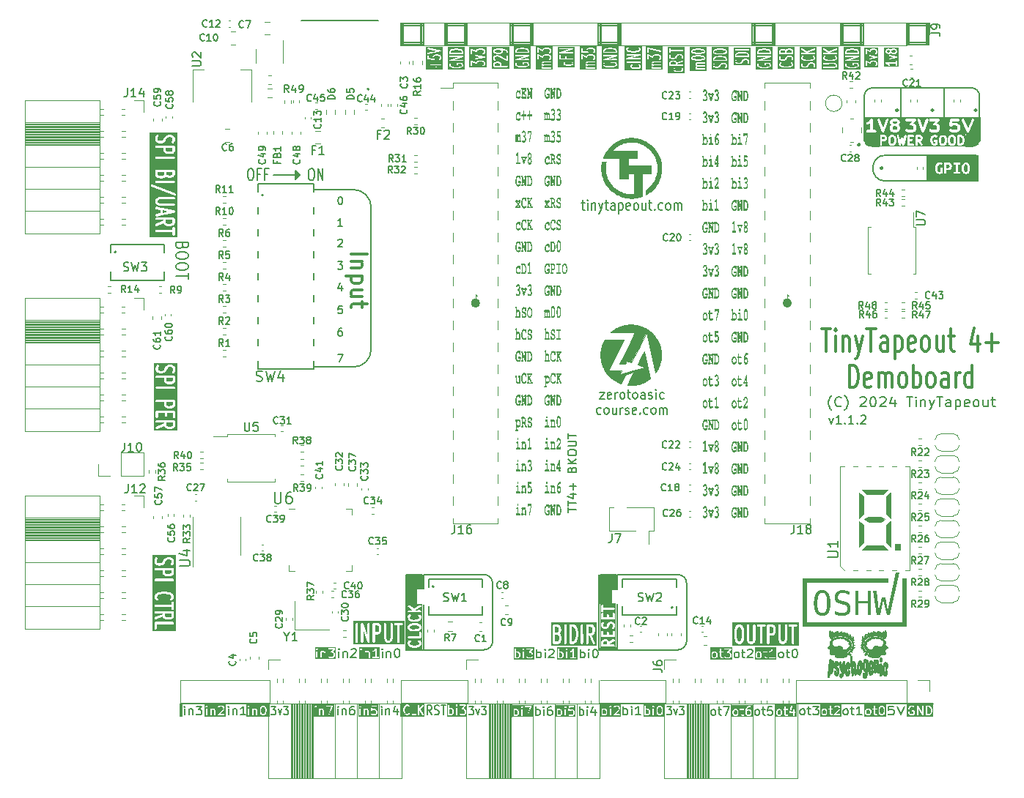
<source format=gbr>
G04 #@! TF.GenerationSoftware,KiCad,Pcbnew,8.0.1-8.0.1-1~ubuntu22.04.1*
G04 #@! TF.CreationDate,2024-04-10T21:28:56-04:00*
G04 #@! TF.ProjectId,tinytapeout-demo,74696e79-7461-4706-956f-75742d64656d,1.1.2*
G04 #@! TF.SameCoordinates,PX35e1f20PY8044ea0*
G04 #@! TF.FileFunction,Legend,Top*
G04 #@! TF.FilePolarity,Positive*
%FSLAX46Y46*%
G04 Gerber Fmt 4.6, Leading zero omitted, Abs format (unit mm)*
G04 Created by KiCad (PCBNEW 8.0.1-8.0.1-1~ubuntu22.04.1) date 2024-04-10 21:28:56*
%MOMM*%
%LPD*%
G01*
G04 APERTURE LIST*
%ADD10C,0.150000*%
%ADD11C,0.200000*%
%ADD12C,0.825000*%
%ADD13C,0.050000*%
%ADD14C,0.275000*%
%ADD15C,0.250000*%
%ADD16C,0.360000*%
%ADD17C,0.300000*%
%ADD18C,0.120000*%
%ADD19C,0.375000*%
%ADD20C,0.170000*%
%ADD21C,0.000000*%
%ADD22C,0.500000*%
%ADD23C,0.240000*%
%ADD24C,0.010000*%
%ADD25C,0.225000*%
%ADD26C,0.007028*%
G04 APERTURE END LIST*
D10*
X101900000Y62000000D02*
X101900000Y65000000D01*
D11*
X93900000Y77800000D02*
X93900000Y80200000D01*
X48150000Y77800000D02*
X48150000Y80200000D01*
X78200000Y77800000D02*
X78200000Y80200000D01*
D12*
X89962500Y66800000D02*
G75*
G02*
X89137500Y66800000I-412500J0D01*
G01*
X89137500Y66800000D02*
G75*
G02*
X89962500Y66800000I412500J0D01*
G01*
D11*
X58100000Y78000000D02*
X60700000Y78000000D01*
X96300000Y77800000D02*
X96300000Y80200000D01*
X78500000Y77800000D02*
X78500000Y80200000D01*
X42650000Y77800000D02*
X42650000Y80200000D01*
X93700000Y78000000D02*
X96300000Y78000000D01*
X96300000Y80000000D02*
X93700000Y80000000D01*
X50550000Y80000000D02*
X47950000Y80000000D01*
D10*
X44899999Y16499999D02*
X37900000Y16500000D01*
X91300000Y62000000D02*
X101800000Y62000000D01*
D11*
X40350000Y77800000D02*
X42950000Y77800000D01*
D10*
X88807107Y71892893D02*
X88807107Y67500000D01*
D11*
X88700000Y80000000D02*
X86100000Y80000000D01*
X60500000Y77800000D02*
X60500000Y80200000D01*
D10*
X60250000Y16500000D02*
X60250000Y14800000D01*
X45900000Y15499999D02*
X45900000Y8800000D01*
X29850000Y61010000D02*
X25200000Y61010000D01*
D11*
X42950000Y77800000D02*
X42950000Y80200000D01*
X42950000Y80200000D02*
X40350000Y80200000D01*
X40550000Y77800000D02*
X40550000Y80200000D01*
D13*
X102200000Y67400000D02*
X101700000Y67400000D01*
X101700000Y69400000D01*
X102200000Y69400000D01*
X102200000Y67400000D01*
G36*
X102200000Y67400000D02*
G01*
X101700000Y67400000D01*
X101700000Y69400000D01*
X102200000Y69400000D01*
X102200000Y67400000D01*
G37*
D10*
X37900000Y14900000D02*
X35900000Y14900000D01*
X35900000Y16300000D01*
X37900000Y16300000D01*
X37900000Y14900000D01*
G36*
X37900000Y14900000D02*
G01*
X35900000Y14900000D01*
X35900000Y16300000D01*
X37900000Y16300000D01*
X37900000Y14900000D01*
G37*
D11*
X94000000Y77800000D02*
X94000000Y80200000D01*
D13*
X90550000Y66000000D02*
X89700000Y66000000D01*
X89700000Y67300000D01*
X90550000Y67300000D01*
X90550000Y66000000D01*
G36*
X90550000Y66000000D02*
G01*
X89700000Y66000000D01*
X89700000Y67300000D01*
X90550000Y67300000D01*
X90550000Y66000000D01*
G37*
D10*
X98050000Y72800000D02*
X98050000Y67500000D01*
D11*
X88500000Y77800000D02*
X88500000Y80200000D01*
X37700000Y77800000D02*
X37700000Y80200000D01*
D10*
X31850000Y42510000D02*
G75*
G02*
X29850000Y40510000I-2000000J0D01*
G01*
X37900000Y16500000D02*
X37900000Y14900000D01*
X88807107Y71792893D02*
G75*
G02*
X89807107Y72792893I999993J7D01*
G01*
X93050000Y72800000D02*
X89800000Y72800000D01*
D11*
X75900000Y78000000D02*
X78500000Y78000000D01*
X75900000Y80200000D02*
X75900000Y77800000D01*
D10*
X91300000Y65000000D02*
X101800000Y65000000D01*
D13*
X90550000Y66700000D02*
X88750000Y66700000D01*
X88750000Y67550000D01*
X90550000Y67550000D01*
X90550000Y66700000D01*
G36*
X90550000Y66700000D02*
G01*
X88750000Y66700000D01*
X88750000Y67550000D01*
X90550000Y67550000D01*
X90550000Y66700000D01*
G37*
D10*
X68300000Y8800000D02*
G75*
G02*
X67300000Y7800000I-1000000J0D01*
G01*
X67299999Y16499999D02*
G75*
G02*
X68299999Y15499999I1J-999999D01*
G01*
X58235000Y1545000D02*
X65735000Y1545000D01*
D13*
X102200000Y66700000D02*
X100550000Y66700000D01*
X100550000Y67550000D01*
X102200000Y67550000D01*
X102200000Y66700000D01*
G36*
X102200000Y66700000D02*
G01*
X100550000Y66700000D01*
X100550000Y67550000D01*
X102200000Y67550000D01*
X102200000Y66700000D01*
G37*
D10*
X60250000Y7800000D02*
X58350000Y7800000D01*
X58350000Y8000000D01*
X60250000Y8000000D01*
X60250000Y7800000D01*
G36*
X60250000Y7800000D02*
G01*
X58350000Y7800000D01*
X58350000Y8000000D01*
X60250000Y8000000D01*
X60250000Y7800000D01*
G37*
D11*
X50250000Y77800000D02*
X50250000Y80200000D01*
X60700000Y80000000D02*
X58100000Y80000000D01*
D10*
X102150000Y71800000D02*
X102150000Y67400000D01*
D11*
X78300000Y77800000D02*
X78300000Y80200000D01*
X48250000Y77800000D02*
X48250000Y80200000D01*
D10*
X81095000Y1545000D02*
X96750000Y1545000D01*
X23100000Y62200000D02*
X23600000Y62700000D01*
X23600000Y62700000D02*
X23200000Y62300000D01*
X23100000Y62300000D01*
X23100000Y63200000D01*
X23600000Y62700000D01*
G36*
X23600000Y62700000D02*
G01*
X23200000Y62300000D01*
X23100000Y62300000D01*
X23100000Y63200000D01*
X23600000Y62700000D01*
G37*
D11*
X96100000Y77800000D02*
X96100000Y80200000D01*
X86400000Y77800000D02*
X86400000Y80200000D01*
X86300000Y77800000D02*
X86300000Y80200000D01*
X75900000Y77800000D02*
X78500000Y77800000D01*
X86100000Y78000000D02*
X88700000Y78000000D01*
X40350000Y78000000D02*
X42950000Y78000000D01*
X86100000Y77800000D02*
X88700000Y77800000D01*
D10*
X19950000Y1545000D02*
X19950000Y100000D01*
X23100000Y63200000D02*
X23100000Y62300000D01*
X60200000Y14800000D02*
X58250000Y14800000D01*
X58250000Y16200000D01*
X60200000Y16200000D01*
X60200000Y14800000D01*
G36*
X60200000Y14800000D02*
G01*
X58250000Y14800000D01*
X58250000Y16200000D01*
X60200000Y16200000D01*
X60200000Y14800000D01*
G37*
X58200000Y16500000D02*
X58200000Y7800000D01*
D11*
X93700000Y77800000D02*
X96300000Y77800000D01*
D13*
X101350000Y66000000D02*
X100500000Y66000000D01*
X100500000Y67300000D01*
X101350000Y67300000D01*
X101350000Y66000000D01*
G36*
X101350000Y66000000D02*
G01*
X100500000Y66000000D01*
X100500000Y67300000D01*
X101350000Y67300000D01*
X101350000Y66000000D01*
G37*
D10*
X98000000Y72800000D02*
X101150000Y72800000D01*
X60250000Y13100000D02*
X60250000Y7800000D01*
D11*
X50550000Y77800000D02*
X50550000Y80200000D01*
D10*
X9850000Y1545000D02*
X9850000Y100000D01*
X44899999Y16499999D02*
G75*
G02*
X45899999Y15499999I1J-999999D01*
G01*
D12*
X101812500Y66800000D02*
G75*
G02*
X100987500Y66800000I-412500J0D01*
G01*
X100987500Y66800000D02*
G75*
G02*
X101812500Y66800000I412500J0D01*
G01*
D10*
X9950000Y1545000D02*
X9950000Y100000D01*
D11*
X96300000Y80200000D02*
X93700000Y80200000D01*
D10*
X20015000Y1545000D02*
X9850000Y1545000D01*
D11*
X50550000Y80200000D02*
X47950000Y80200000D01*
X58100000Y80200000D02*
X58100000Y77800000D01*
X60400000Y77800000D02*
X60400000Y80200000D01*
X60700000Y77800000D02*
X60700000Y80200000D01*
D10*
X48100000Y1495000D02*
X48100000Y50000D01*
D11*
X88700000Y77800000D02*
X88700000Y80200000D01*
X35600000Y77800000D02*
X35600000Y80200000D01*
D10*
X35300000Y1545000D02*
X35300000Y100000D01*
D11*
X40350000Y80200000D02*
X40350000Y77800000D01*
D10*
X93050000Y69400000D02*
X93050000Y72800000D01*
X91300000Y62000000D02*
G75*
G02*
X91300000Y65000000I0J1500000D01*
G01*
X93050000Y72800000D02*
X98050000Y72800000D01*
X67300000Y7800000D02*
X60300001Y7799999D01*
D11*
X35300000Y78000000D02*
X37900000Y78000000D01*
X37900000Y80200000D02*
X35300000Y80200000D01*
X88700000Y80200000D02*
X86100000Y80200000D01*
X35500000Y77800000D02*
X35500000Y80200000D01*
X88400000Y77800000D02*
X88400000Y80200000D01*
X96000000Y77800000D02*
X96000000Y80200000D01*
D13*
X98500000Y67400000D02*
X97550000Y67400000D01*
X97550000Y69400000D01*
X98500000Y69400000D01*
X98500000Y67400000D01*
G36*
X98500000Y67400000D02*
G01*
X97550000Y67400000D01*
X97550000Y69400000D01*
X98500000Y69400000D01*
X98500000Y67400000D01*
G37*
D11*
X42750000Y77800000D02*
X42750000Y80200000D01*
X35300000Y80200000D02*
X35300000Y77800000D01*
X40650000Y77800000D02*
X40650000Y80200000D01*
X78500000Y80000000D02*
X75900000Y80000000D01*
D10*
X101150000Y72800000D02*
G75*
G02*
X102150000Y71800000I0J-1000000D01*
G01*
D11*
X47950000Y77800000D02*
X50550000Y77800000D01*
X60700000Y80200000D02*
X58100000Y80200000D01*
X37900000Y80000000D02*
X35300000Y80000000D01*
X47950000Y80200000D02*
X47950000Y77800000D01*
D10*
X25300000Y40510000D02*
X29850000Y40510000D01*
D11*
X58400000Y77800000D02*
X58400000Y80200000D01*
D10*
X60200000Y16300000D02*
X58350000Y16300000D01*
X58350000Y16500000D01*
X60200000Y16500000D01*
X60200000Y16300000D01*
G36*
X60200000Y16300000D02*
G01*
X58350000Y16300000D01*
X58350000Y16500000D01*
X60200000Y16500000D01*
X60200000Y16300000D01*
G37*
X37900000Y13000000D02*
X37900000Y7800000D01*
D11*
X58100000Y77800000D02*
X60700000Y77800000D01*
D10*
X45900000Y8800000D02*
G75*
G02*
X44900000Y7800000I-1000000J0D01*
G01*
X20100000Y1545000D02*
X20100000Y100000D01*
X36000000Y7800000D02*
X44900000Y7800000D01*
X29850000Y61010000D02*
G75*
G02*
X31850000Y59010000I0J-2000000D01*
G01*
X68300000Y15499999D02*
X68300000Y8800000D01*
D11*
X58300000Y77800000D02*
X58300000Y80200000D01*
X93700000Y80200000D02*
X93700000Y77800000D01*
D10*
X23600000Y62700000D02*
X23100000Y63200000D01*
D11*
X35300000Y77800000D02*
X37900000Y77800000D01*
X37900000Y77800000D02*
X37900000Y80200000D01*
D10*
X59600000Y13200000D02*
X58350000Y13200000D01*
X58350000Y14800000D01*
X59600000Y14800000D01*
X59600000Y13200000D01*
G36*
X59600000Y13200000D02*
G01*
X58350000Y13200000D01*
X58350000Y14800000D01*
X59600000Y14800000D01*
X59600000Y13200000D01*
G37*
D11*
X37600000Y77800000D02*
X37600000Y80200000D01*
X76200000Y77800000D02*
X76200000Y80200000D01*
X76100000Y77800000D02*
X76100000Y80200000D01*
X50350000Y77800000D02*
X50350000Y80200000D01*
X86100000Y80200000D02*
X86100000Y77800000D01*
D10*
X37100000Y13200000D02*
X35900000Y13200000D01*
X35900000Y14800000D01*
X37100000Y14800000D01*
X37100000Y13200000D01*
G36*
X37100000Y13200000D02*
G01*
X35900000Y13200000D01*
X35900000Y14800000D01*
X37100000Y14800000D01*
X37100000Y13200000D01*
G37*
X67299999Y16499999D02*
X60300000Y16500000D01*
X35900000Y16500000D02*
X35900000Y7800000D01*
D11*
X42950000Y80000000D02*
X40350000Y80000000D01*
D13*
X93450000Y67400000D02*
X93000000Y67400000D01*
X93000000Y69400000D01*
X93450000Y69400000D01*
X93450000Y67400000D01*
G36*
X93450000Y67400000D02*
G01*
X93000000Y67400000D01*
X93000000Y69400000D01*
X93450000Y69400000D01*
X93450000Y67400000D01*
G37*
D11*
X47950000Y78000000D02*
X50550000Y78000000D01*
X78500000Y80200000D02*
X75900000Y80200000D01*
D10*
X31850000Y59010000D02*
X31850000Y42510000D01*
X23100000Y62300000D02*
X23100000Y62200000D01*
X20600000Y62700000D02*
X23600000Y62700000D01*
X37800000Y16300000D02*
X35900000Y16300000D01*
X35900000Y16500000D01*
X37800000Y16500000D01*
X37800000Y16300000D01*
G36*
X37800000Y16300000D02*
G01*
X35900000Y16300000D01*
X35900000Y16500000D01*
X37800000Y16500000D01*
X37800000Y16300000D01*
G37*
D11*
X28471429Y44994043D02*
X28300000Y44994043D01*
X28300000Y44994043D02*
X28214286Y44951186D01*
X28214286Y44951186D02*
X28171429Y44908329D01*
X28171429Y44908329D02*
X28085714Y44779758D01*
X28085714Y44779758D02*
X28042857Y44608329D01*
X28042857Y44608329D02*
X28042857Y44265472D01*
X28042857Y44265472D02*
X28085714Y44179758D01*
X28085714Y44179758D02*
X28128571Y44136900D01*
X28128571Y44136900D02*
X28214286Y44094043D01*
X28214286Y44094043D02*
X28385714Y44094043D01*
X28385714Y44094043D02*
X28471429Y44136900D01*
X28471429Y44136900D02*
X28514286Y44179758D01*
X28514286Y44179758D02*
X28557143Y44265472D01*
X28557143Y44265472D02*
X28557143Y44479758D01*
X28557143Y44479758D02*
X28514286Y44565472D01*
X28514286Y44565472D02*
X28471429Y44608329D01*
X28471429Y44608329D02*
X28385714Y44651186D01*
X28385714Y44651186D02*
X28214286Y44651186D01*
X28214286Y44651186D02*
X28128571Y44608329D01*
X28128571Y44608329D02*
X28085714Y44565472D01*
X28085714Y44565472D02*
X28042857Y44479758D01*
D14*
G36*
X8823799Y11711863D02*
G01*
X8775122Y11649143D01*
X8716606Y11611008D01*
X8563480Y11561187D01*
X8319810Y11559127D01*
X8165902Y11605259D01*
X8101737Y11643687D01*
X8048699Y11708017D01*
X8047155Y12002014D01*
X8822270Y12003024D01*
X8823799Y11711863D01*
G37*
G36*
X8823799Y16711863D02*
G01*
X8775122Y16649143D01*
X8716606Y16611008D01*
X8563480Y16561187D01*
X8319810Y16559127D01*
X8165902Y16605259D01*
X8101737Y16643687D01*
X8048699Y16708017D01*
X8047155Y17002014D01*
X8822270Y17003024D01*
X8823799Y16711863D01*
G37*
G36*
X9318783Y9935777D02*
G01*
X6599339Y9935777D01*
X6599339Y10888095D01*
X6821561Y10888095D01*
X6824203Y10266032D01*
X6844734Y10216466D01*
X6882670Y10178530D01*
X6932236Y10157999D01*
X6985886Y10157999D01*
X7035452Y10178530D01*
X7073388Y10216466D01*
X7093919Y10266032D01*
X7096561Y10292857D01*
X7094616Y10750772D01*
X8985886Y10753237D01*
X9035452Y10773768D01*
X9073388Y10811704D01*
X9093919Y10861270D01*
X9093919Y10914920D01*
X9073388Y10964486D01*
X9035452Y11002422D01*
X8985886Y11022953D01*
X8959061Y11025595D01*
X6932236Y11022953D01*
X6882670Y11002422D01*
X6844734Y10964486D01*
X6824203Y10914920D01*
X6821561Y10888095D01*
X6599339Y10888095D01*
X6599339Y11447972D01*
X6823701Y11447972D01*
X6824758Y11394332D01*
X6846262Y11345181D01*
X6884938Y11307999D01*
X6934899Y11288450D01*
X6988539Y11289507D01*
X7014174Y11297838D01*
X7777086Y11633867D01*
X7783991Y11617197D01*
X7789378Y11598607D01*
X7795751Y11588806D01*
X7797115Y11585514D01*
X7799336Y11583293D01*
X7804072Y11576010D01*
X7902786Y11456277D01*
X7912459Y11442714D01*
X7916601Y11439521D01*
X7918131Y11437665D01*
X7921199Y11435976D01*
X7933806Y11426256D01*
X8025982Y11371054D01*
X8036090Y11362616D01*
X8049726Y11356834D01*
X8053194Y11354757D01*
X8055556Y11354362D01*
X8060906Y11352093D01*
X8249881Y11295451D01*
X8265570Y11288952D01*
X8274494Y11288074D01*
X8277774Y11287090D01*
X8281274Y11287406D01*
X8292395Y11286310D01*
X8574875Y11288698D01*
X8592730Y11287090D01*
X8601561Y11288924D01*
X8604934Y11288952D01*
X8608184Y11290299D01*
X8619122Y11292569D01*
X8802783Y11352325D01*
X8817311Y11354757D01*
X8830758Y11361427D01*
X8834414Y11362616D01*
X8836255Y11364154D01*
X8841459Y11366734D01*
X8938991Y11430297D01*
X8952372Y11437665D01*
X8955990Y11441376D01*
X8958045Y11442714D01*
X8960080Y11445569D01*
X8971193Y11456962D01*
X9062558Y11574685D01*
X9073388Y11585514D01*
X9076163Y11592214D01*
X9081125Y11598607D01*
X9086512Y11617200D01*
X9093919Y11635080D01*
X9095064Y11646713D01*
X9096057Y11650137D01*
X9095709Y11653263D01*
X9096561Y11661905D01*
X9093919Y12164920D01*
X9073388Y12214486D01*
X9035452Y12252422D01*
X8985886Y12272953D01*
X8959061Y12275595D01*
X6932236Y12272953D01*
X6882670Y12252422D01*
X6844734Y12214486D01*
X6824203Y12164920D01*
X6824203Y12111270D01*
X6844734Y12061704D01*
X6882670Y12023768D01*
X6932236Y12003237D01*
X6959061Y12000595D01*
X7774658Y12001659D01*
X7775031Y11930640D01*
X6880432Y11536609D01*
X6843250Y11497933D01*
X6823701Y11447972D01*
X6599339Y11447972D01*
X6599339Y12885080D01*
X6824203Y12885080D01*
X6844734Y12835514D01*
X6882670Y12797578D01*
X6932236Y12777047D01*
X6959061Y12774405D01*
X8823315Y12776836D01*
X8824203Y12527937D01*
X8844734Y12478371D01*
X8882670Y12440435D01*
X8932236Y12419904D01*
X8985886Y12419904D01*
X9035452Y12440435D01*
X9073388Y12478371D01*
X9093919Y12527937D01*
X9096561Y12554762D01*
X9093919Y13295873D01*
X9073388Y13345439D01*
X9035452Y13383375D01*
X8985886Y13403906D01*
X8932236Y13403906D01*
X8882670Y13383375D01*
X8844734Y13345439D01*
X8824203Y13295873D01*
X8821561Y13269048D01*
X8822344Y13049227D01*
X6932236Y13046763D01*
X6882670Y13026232D01*
X6844734Y12988296D01*
X6824203Y12938730D01*
X6824203Y12885080D01*
X6599339Y12885080D01*
X6599339Y13983334D01*
X6821561Y13983334D01*
X6823401Y13881721D01*
X6822235Y13877888D01*
X6823752Y13862336D01*
X6824203Y13837461D01*
X6826788Y13831219D01*
X6827445Y13824492D01*
X6837738Y13799580D01*
X6927334Y13636153D01*
X6928927Y13629253D01*
X6938399Y13615971D01*
X6947932Y13598583D01*
X6954865Y13592883D01*
X6960078Y13585573D01*
X6981425Y13569115D01*
X7100810Y13497615D01*
X7153724Y13488755D01*
X7205999Y13500818D01*
X7249680Y13531969D01*
X7278114Y13577464D01*
X7286974Y13630377D01*
X7274910Y13682653D01*
X7243760Y13726333D01*
X7222413Y13742791D01*
X7158977Y13780783D01*
X7095992Y13895670D01*
X7095064Y13946934D01*
X7155469Y14063406D01*
X7295142Y14152756D01*
X7454159Y14204493D01*
X7456479Y14204624D01*
X7813544Y14262762D01*
X7816204Y14262500D01*
X8078492Y14264718D01*
X8080692Y14264148D01*
X8438764Y14210548D01*
X8441859Y14209235D01*
X8609031Y14159128D01*
X8758611Y14067812D01*
X8822129Y13951951D01*
X8823057Y13900687D01*
X8762385Y13783700D01*
X8674363Y13726333D01*
X8643212Y13682653D01*
X8631149Y13630377D01*
X8640009Y13577464D01*
X8668443Y13531969D01*
X8712123Y13500818D01*
X8764399Y13488755D01*
X8817312Y13497615D01*
X8841460Y13509591D01*
X8923076Y13562784D01*
X8928751Y13564510D01*
X8940314Y13574018D01*
X8958045Y13585573D01*
X8963256Y13592881D01*
X8970192Y13598583D01*
X8985146Y13621009D01*
X9069874Y13784382D01*
X9073388Y13787895D01*
X9080098Y13804097D01*
X9090677Y13824493D01*
X9091333Y13831219D01*
X9093919Y13837461D01*
X9096561Y13864286D01*
X9094720Y13965899D01*
X9095887Y13969731D01*
X9094369Y13985284D01*
X9093919Y14010159D01*
X9091333Y14016402D01*
X9090677Y14023127D01*
X9080385Y14048040D01*
X8990787Y14211470D01*
X8989196Y14218367D01*
X8979726Y14231646D01*
X8970192Y14249037D01*
X8963258Y14254738D01*
X8958046Y14262047D01*
X8936698Y14278504D01*
X8750687Y14392061D01*
X8739175Y14401671D01*
X8725325Y14407544D01*
X8722074Y14409529D01*
X8719711Y14409925D01*
X8714360Y14412194D01*
X8537223Y14465288D01*
X8530193Y14469576D01*
X8504098Y14476328D01*
X8137599Y14531191D01*
X8128744Y14534858D01*
X8101919Y14537500D01*
X7830858Y14535209D01*
X7821888Y14537382D01*
X7794977Y14535852D01*
X7429712Y14476380D01*
X7420632Y14477197D01*
X7394240Y14471717D01*
X7210581Y14411964D01*
X7196049Y14409530D01*
X7182598Y14402859D01*
X7178948Y14401671D01*
X7177109Y14400137D01*
X7171901Y14397553D01*
X6996298Y14285218D01*
X6989373Y14283110D01*
X6976645Y14272646D01*
X6960078Y14262047D01*
X6954865Y14254738D01*
X6947932Y14249037D01*
X6932977Y14226611D01*
X6848247Y14063239D01*
X6844734Y14059725D01*
X6838024Y14043528D01*
X6827445Y14023128D01*
X6826788Y14016402D01*
X6824203Y14010159D01*
X6821561Y13983334D01*
X6599339Y13983334D01*
X6599339Y15861270D01*
X6824203Y15861270D01*
X6844734Y15811704D01*
X6882670Y15773768D01*
X6932236Y15753237D01*
X6959061Y15750595D01*
X8985886Y15753237D01*
X9035452Y15773768D01*
X9073388Y15811704D01*
X9093919Y15861270D01*
X9093919Y15914920D01*
X9073388Y15964486D01*
X9035452Y16002422D01*
X8985886Y16022953D01*
X8959061Y16025595D01*
X6932236Y16022953D01*
X6882670Y16002422D01*
X6844734Y15964486D01*
X6824203Y15914920D01*
X6824203Y15861270D01*
X6599339Y15861270D01*
X6599339Y17111270D01*
X6824203Y17111270D01*
X6844734Y17061704D01*
X6882670Y17023768D01*
X6932236Y17003237D01*
X6959061Y17000595D01*
X7774658Y17001659D01*
X7776412Y16667825D01*
X7774447Y16650137D01*
X7776542Y16642904D01*
X7776584Y16635080D01*
X7783991Y16617197D01*
X7789378Y16598607D01*
X7795751Y16588806D01*
X7797115Y16585514D01*
X7799336Y16583293D01*
X7804072Y16576010D01*
X7902786Y16456277D01*
X7912459Y16442714D01*
X7916601Y16439521D01*
X7918131Y16437665D01*
X7921199Y16435976D01*
X7933806Y16426256D01*
X8025982Y16371054D01*
X8036090Y16362616D01*
X8049726Y16356834D01*
X8053194Y16354757D01*
X8055556Y16354362D01*
X8060906Y16352093D01*
X8249881Y16295451D01*
X8265570Y16288952D01*
X8274494Y16288074D01*
X8277774Y16287090D01*
X8281274Y16287406D01*
X8292395Y16286310D01*
X8574875Y16288698D01*
X8592730Y16287090D01*
X8601561Y16288924D01*
X8604934Y16288952D01*
X8608184Y16290299D01*
X8619122Y16292569D01*
X8802783Y16352325D01*
X8817311Y16354757D01*
X8830758Y16361427D01*
X8834414Y16362616D01*
X8836255Y16364154D01*
X8841459Y16366734D01*
X8938991Y16430297D01*
X8952372Y16437665D01*
X8955990Y16441376D01*
X8958045Y16442714D01*
X8960080Y16445569D01*
X8971193Y16456962D01*
X9062558Y16574685D01*
X9073388Y16585514D01*
X9076163Y16592214D01*
X9081125Y16598607D01*
X9086512Y16617200D01*
X9093919Y16635080D01*
X9095064Y16646713D01*
X9096057Y16650137D01*
X9095709Y16653263D01*
X9096561Y16661905D01*
X9093919Y17164920D01*
X9073388Y17214486D01*
X9035452Y17252422D01*
X8985886Y17272953D01*
X8959061Y17275595D01*
X6932236Y17272953D01*
X6882670Y17252422D01*
X6844734Y17214486D01*
X6824203Y17164920D01*
X6824203Y17111270D01*
X6599339Y17111270D01*
X6599339Y18209524D01*
X6821561Y18209524D01*
X6823942Y17917030D01*
X6822066Y17900136D01*
X6824138Y17892983D01*
X6824203Y17885080D01*
X6831609Y17867199D01*
X6836997Y17848606D01*
X6843371Y17838805D01*
X6844734Y17835514D01*
X6846955Y17833293D01*
X6851692Y17826009D01*
X6950405Y17706278D01*
X6960078Y17692715D01*
X6964220Y17689522D01*
X6965751Y17687665D01*
X6968820Y17685975D01*
X6981425Y17676257D01*
X7073604Y17621051D01*
X7083710Y17612615D01*
X7097339Y17606836D01*
X7100810Y17604757D01*
X7103175Y17604361D01*
X7108526Y17602092D01*
X7297507Y17545448D01*
X7313189Y17538952D01*
X7322109Y17538074D01*
X7325394Y17537089D01*
X7328899Y17537405D01*
X7340014Y17536310D01*
X7528338Y17538600D01*
X7545110Y17537089D01*
X7553881Y17538911D01*
X7557315Y17538952D01*
X7560564Y17540298D01*
X7571502Y17542569D01*
X7755164Y17602325D01*
X7769693Y17604757D01*
X7783141Y17611427D01*
X7786794Y17612615D01*
X7788633Y17614151D01*
X7793841Y17616733D01*
X7891366Y17680294D01*
X7904753Y17687665D01*
X7908374Y17691378D01*
X7910426Y17692715D01*
X7912459Y17695567D01*
X7923574Y17706962D01*
X8015648Y17825598D01*
X8026692Y17836914D01*
X8031254Y17845707D01*
X8033506Y17848607D01*
X8034449Y17851862D01*
X8039108Y17860839D01*
X8122421Y18074892D01*
X8190620Y18162763D01*
X8249135Y18200898D01*
X8402435Y18250775D01*
X8551337Y18252586D01*
X8704600Y18206647D01*
X8768765Y18168219D01*
X8821937Y18103725D01*
X8823678Y17889978D01*
X8732207Y17713604D01*
X8726998Y17660207D01*
X8742618Y17608882D01*
X8776691Y17567441D01*
X8824029Y17542194D01*
X8877426Y17536985D01*
X8928751Y17552605D01*
X8970192Y17586678D01*
X8985146Y17609104D01*
X9069874Y17772477D01*
X9073388Y17775990D01*
X9080098Y17792192D01*
X9090677Y17812588D01*
X9091333Y17819314D01*
X9093919Y17825556D01*
X9096561Y17852381D01*
X9094179Y18144869D01*
X9096057Y18161768D01*
X9093983Y18168925D01*
X9093919Y18176825D01*
X9086512Y18194706D01*
X9081125Y18213298D01*
X9074751Y18223100D01*
X9073388Y18226391D01*
X9071166Y18228613D01*
X9066431Y18235895D01*
X8967721Y18355623D01*
X8958045Y18369191D01*
X8953900Y18372386D01*
X8952372Y18374240D01*
X8949303Y18375930D01*
X8936697Y18385648D01*
X8844520Y18440853D01*
X8834414Y18449289D01*
X8820780Y18455071D01*
X8817311Y18457148D01*
X8814947Y18457544D01*
X8809598Y18459812D01*
X8620622Y18516455D01*
X8604934Y18522953D01*
X8596009Y18523832D01*
X8592730Y18524815D01*
X8589229Y18524500D01*
X8578109Y18525595D01*
X8389777Y18523306D01*
X8373012Y18524815D01*
X8364244Y18522995D01*
X8360808Y18522953D01*
X8357557Y18521607D01*
X8346620Y18519336D01*
X8162958Y18459581D01*
X8148431Y18457148D01*
X8134983Y18450479D01*
X8131328Y18449289D01*
X8129486Y18447752D01*
X8124283Y18445171D01*
X8026748Y18381608D01*
X8013370Y18374240D01*
X8009751Y18370530D01*
X8007697Y18369191D01*
X8005660Y18366337D01*
X7994550Y18354944D01*
X7902471Y18236306D01*
X7891430Y18224991D01*
X7886868Y18216202D01*
X7884616Y18213299D01*
X7883672Y18210043D01*
X7879014Y18201066D01*
X7795700Y17987014D01*
X7727502Y17899142D01*
X7668987Y17861007D01*
X7515689Y17811131D01*
X7366785Y17809320D01*
X7213521Y17855259D01*
X7149357Y17893686D01*
X7096184Y17958181D01*
X7094443Y18171928D01*
X7185916Y18348301D01*
X7191126Y18401697D01*
X7175505Y18453022D01*
X7141432Y18494463D01*
X7094094Y18519711D01*
X7040698Y18524921D01*
X6989373Y18509300D01*
X6947932Y18475227D01*
X6932977Y18452801D01*
X6848247Y18289429D01*
X6844734Y18285915D01*
X6838024Y18269718D01*
X6827445Y18249318D01*
X6826788Y18242592D01*
X6824203Y18236349D01*
X6821561Y18209524D01*
X6599339Y18209524D01*
X6599339Y18747817D01*
X9318783Y18747817D01*
X9318783Y9935777D01*
G37*
D10*
X54569819Y23693923D02*
X54569819Y24265351D01*
X55569819Y23979637D02*
X54569819Y23979637D01*
X54569819Y24455828D02*
X54569819Y25027256D01*
X55569819Y24741542D02*
X54569819Y24741542D01*
X54903152Y25789161D02*
X55569819Y25789161D01*
X54522200Y25551066D02*
X55236485Y25312971D01*
X55236485Y25312971D02*
X55236485Y25932018D01*
X55188866Y26312971D02*
X55188866Y27074875D01*
X55569819Y26693923D02*
X54807914Y26693923D01*
X55046009Y28646304D02*
X55093628Y28789161D01*
X55093628Y28789161D02*
X55141247Y28836780D01*
X55141247Y28836780D02*
X55236485Y28884399D01*
X55236485Y28884399D02*
X55379342Y28884399D01*
X55379342Y28884399D02*
X55474580Y28836780D01*
X55474580Y28836780D02*
X55522200Y28789161D01*
X55522200Y28789161D02*
X55569819Y28693923D01*
X55569819Y28693923D02*
X55569819Y28312971D01*
X55569819Y28312971D02*
X54569819Y28312971D01*
X54569819Y28312971D02*
X54569819Y28646304D01*
X54569819Y28646304D02*
X54617438Y28741542D01*
X54617438Y28741542D02*
X54665057Y28789161D01*
X54665057Y28789161D02*
X54760295Y28836780D01*
X54760295Y28836780D02*
X54855533Y28836780D01*
X54855533Y28836780D02*
X54950771Y28789161D01*
X54950771Y28789161D02*
X54998390Y28741542D01*
X54998390Y28741542D02*
X55046009Y28646304D01*
X55046009Y28646304D02*
X55046009Y28312971D01*
X55569819Y29312971D02*
X54569819Y29312971D01*
X55569819Y29884399D02*
X54998390Y29455828D01*
X54569819Y29884399D02*
X55141247Y29312971D01*
X54569819Y30503447D02*
X54569819Y30693923D01*
X54569819Y30693923D02*
X54617438Y30789161D01*
X54617438Y30789161D02*
X54712676Y30884399D01*
X54712676Y30884399D02*
X54903152Y30932018D01*
X54903152Y30932018D02*
X55236485Y30932018D01*
X55236485Y30932018D02*
X55426961Y30884399D01*
X55426961Y30884399D02*
X55522200Y30789161D01*
X55522200Y30789161D02*
X55569819Y30693923D01*
X55569819Y30693923D02*
X55569819Y30503447D01*
X55569819Y30503447D02*
X55522200Y30408209D01*
X55522200Y30408209D02*
X55426961Y30312971D01*
X55426961Y30312971D02*
X55236485Y30265352D01*
X55236485Y30265352D02*
X54903152Y30265352D01*
X54903152Y30265352D02*
X54712676Y30312971D01*
X54712676Y30312971D02*
X54617438Y30408209D01*
X54617438Y30408209D02*
X54569819Y30503447D01*
X54569819Y31360590D02*
X55379342Y31360590D01*
X55379342Y31360590D02*
X55474580Y31408209D01*
X55474580Y31408209D02*
X55522200Y31455828D01*
X55522200Y31455828D02*
X55569819Y31551066D01*
X55569819Y31551066D02*
X55569819Y31741542D01*
X55569819Y31741542D02*
X55522200Y31836780D01*
X55522200Y31836780D02*
X55474580Y31884399D01*
X55474580Y31884399D02*
X55379342Y31932018D01*
X55379342Y31932018D02*
X54569819Y31932018D01*
X54569819Y32265352D02*
X54569819Y32836780D01*
X55569819Y32551066D02*
X54569819Y32551066D01*
D11*
X24860149Y63481734D02*
X25050625Y63481734D01*
X25050625Y63481734D02*
X25145863Y63415067D01*
X25145863Y63415067D02*
X25241101Y63281734D01*
X25241101Y63281734D02*
X25288720Y63015067D01*
X25288720Y63015067D02*
X25288720Y62548400D01*
X25288720Y62548400D02*
X25241101Y62281734D01*
X25241101Y62281734D02*
X25145863Y62148400D01*
X25145863Y62148400D02*
X25050625Y62081734D01*
X25050625Y62081734D02*
X24860149Y62081734D01*
X24860149Y62081734D02*
X24764911Y62148400D01*
X24764911Y62148400D02*
X24669673Y62281734D01*
X24669673Y62281734D02*
X24622054Y62548400D01*
X24622054Y62548400D02*
X24622054Y63015067D01*
X24622054Y63015067D02*
X24669673Y63281734D01*
X24669673Y63281734D02*
X24764911Y63415067D01*
X24764911Y63415067D02*
X24860149Y63481734D01*
X25717292Y62081734D02*
X25717292Y63481734D01*
X25717292Y63481734D02*
X26288720Y62081734D01*
X26288720Y62081734D02*
X26288720Y63481734D01*
D10*
G36*
X74071327Y789796D02*
G01*
X74102654Y759552D01*
X74138043Y690829D01*
X74139244Y440510D01*
X74105917Y371825D01*
X74075671Y340496D01*
X74006815Y305038D01*
X73899183Y304053D01*
X73830802Y337233D01*
X73799475Y367479D01*
X73764085Y436202D01*
X73762884Y686521D01*
X73796212Y755207D01*
X73826456Y786534D01*
X73895313Y821992D01*
X74002945Y822977D01*
X74071327Y789796D01*
G37*
G36*
X75595137Y742177D02*
G01*
X75626464Y711933D01*
X75661867Y643182D01*
X75663023Y440446D01*
X75629727Y371825D01*
X75599481Y340496D01*
X75530691Y305072D01*
X75375522Y303982D01*
X75306993Y337233D01*
X75275666Y367479D01*
X75240294Y436167D01*
X75239552Y639885D01*
X75272403Y707588D01*
X75302647Y738915D01*
X75371438Y774339D01*
X75526607Y775429D01*
X75595137Y742177D01*
G37*
G36*
X75922890Y44070D02*
G01*
X73503049Y44070D01*
X73503049Y706372D01*
X73614160Y706372D01*
X73615475Y432218D01*
X73614749Y430039D01*
X73615539Y418919D01*
X73615601Y406026D01*
X73616632Y403537D01*
X73616823Y400849D01*
X73622078Y387117D01*
X73670768Y292565D01*
X73674418Y283753D01*
X73676801Y280849D01*
X73677529Y279436D01*
X73679027Y278137D01*
X73683745Y272388D01*
X73732780Y225047D01*
X73738414Y218550D01*
X73741559Y216571D01*
X73742730Y215440D01*
X73744557Y214683D01*
X73750857Y210718D01*
X73836746Y169043D01*
X73837968Y167821D01*
X73846827Y164152D01*
X73859826Y157844D01*
X73862515Y157653D01*
X73865004Y156622D01*
X73879636Y155181D01*
X74011265Y156386D01*
X74013112Y155770D01*
X74023326Y156496D01*
X74037125Y156622D01*
X74039614Y157654D01*
X74042302Y157844D01*
X74056034Y163099D01*
X74150588Y211791D01*
X74159399Y215440D01*
X74162301Y217823D01*
X74163715Y218550D01*
X74165015Y220050D01*
X74170765Y224768D01*
X74218106Y273805D01*
X74224600Y279436D01*
X74226579Y282582D01*
X74227711Y283753D01*
X74228468Y285583D01*
X74232432Y291879D01*
X74274107Y377769D01*
X74275329Y378990D01*
X74278998Y387850D01*
X74285306Y400848D01*
X74285497Y403538D01*
X74286528Y406026D01*
X74287969Y420658D01*
X74286653Y694813D01*
X74287380Y696992D01*
X74286589Y708113D01*
X74286528Y721004D01*
X74285497Y723493D01*
X74285306Y726182D01*
X74280051Y739913D01*
X74231359Y834468D01*
X74227710Y843278D01*
X74225327Y846181D01*
X74224600Y847594D01*
X74223101Y848894D01*
X74218383Y854643D01*
X74189823Y882216D01*
X74425125Y882216D01*
X74436324Y855180D01*
X74457016Y834488D01*
X74484052Y823289D01*
X74498684Y821848D01*
X74567215Y822098D01*
X74567938Y384845D01*
X74567130Y382420D01*
X74567961Y370716D01*
X74567982Y358407D01*
X74569013Y355918D01*
X74569204Y353230D01*
X74574459Y339498D01*
X74621517Y248115D01*
X74624003Y240658D01*
X74627336Y236814D01*
X74629910Y231817D01*
X74637012Y225658D01*
X74643176Y218550D01*
X74650581Y213889D01*
X74652018Y212643D01*
X74653171Y212259D01*
X74655619Y210718D01*
X74741508Y169043D01*
X74742730Y167821D01*
X74751589Y164152D01*
X74764588Y157844D01*
X74767277Y157653D01*
X74769766Y156622D01*
X74784398Y155181D01*
X74894268Y156622D01*
X74921304Y167821D01*
X74941996Y188513D01*
X74953195Y215549D01*
X74953195Y244813D01*
X74941996Y271849D01*
X74921304Y292541D01*
X74894268Y303740D01*
X74879636Y305181D01*
X74803673Y304185D01*
X74745355Y332482D01*
X74716515Y388488D01*
X74715832Y801610D01*
X75090351Y801610D01*
X75091696Y432308D01*
X75090940Y430039D01*
X75091745Y418698D01*
X75091792Y406026D01*
X75092823Y403537D01*
X75093014Y400849D01*
X75098269Y387117D01*
X75146959Y292565D01*
X75150609Y283753D01*
X75152992Y280849D01*
X75153720Y279436D01*
X75155218Y278137D01*
X75159936Y272388D01*
X75208971Y225047D01*
X75214605Y218550D01*
X75217750Y216571D01*
X75218921Y215440D01*
X75220748Y214683D01*
X75227048Y210718D01*
X75312937Y169043D01*
X75314159Y167821D01*
X75323018Y164152D01*
X75336017Y157844D01*
X75338706Y157653D01*
X75341195Y156622D01*
X75355827Y155181D01*
X75534914Y156440D01*
X75536922Y155770D01*
X75547594Y156529D01*
X75560935Y156622D01*
X75563424Y157654D01*
X75566112Y157844D01*
X75579844Y163099D01*
X75674398Y211791D01*
X75683209Y215440D01*
X75686111Y217823D01*
X75687525Y218550D01*
X75688825Y220050D01*
X75694575Y224768D01*
X75741916Y273805D01*
X75748410Y279436D01*
X75750389Y282582D01*
X75751521Y283753D01*
X75752278Y285583D01*
X75756242Y291879D01*
X75797917Y377769D01*
X75799139Y378990D01*
X75802808Y387850D01*
X75809116Y400848D01*
X75809307Y403538D01*
X75810338Y406026D01*
X75811779Y420658D01*
X75810486Y647264D01*
X75811190Y649373D01*
X75810412Y660316D01*
X75810338Y673385D01*
X75809307Y675874D01*
X75809116Y678563D01*
X75803861Y692294D01*
X75755169Y786849D01*
X75751520Y795659D01*
X75749137Y798562D01*
X75748410Y799975D01*
X75746911Y801275D01*
X75742193Y807024D01*
X75693157Y854366D01*
X75687525Y860860D01*
X75684379Y862840D01*
X75683209Y863970D01*
X75681381Y864728D01*
X75675082Y868692D01*
X75589193Y910367D01*
X75587971Y911589D01*
X75579105Y915262D01*
X75566112Y921566D01*
X75563424Y921757D01*
X75560935Y922788D01*
X75546303Y924229D01*
X75367214Y922971D01*
X75365207Y923640D01*
X75354534Y922882D01*
X75341195Y922788D01*
X75338706Y921758D01*
X75336017Y921566D01*
X75322286Y916311D01*
X75262954Y885759D01*
X75280603Y958461D01*
X75362142Y1082844D01*
X75397885Y1119867D01*
X75466676Y1155291D01*
X75656173Y1156622D01*
X75683209Y1167821D01*
X75703901Y1188513D01*
X75715100Y1215549D01*
X75715100Y1244813D01*
X75703901Y1271849D01*
X75683209Y1292541D01*
X75656173Y1303740D01*
X75641541Y1305181D01*
X75462452Y1303923D01*
X75460445Y1304592D01*
X75449772Y1303834D01*
X75436433Y1303740D01*
X75433944Y1302710D01*
X75431255Y1302518D01*
X75417524Y1297263D01*
X75322969Y1248572D01*
X75314159Y1244922D01*
X75311256Y1242540D01*
X75309843Y1241812D01*
X75308543Y1240314D01*
X75302794Y1235595D01*
X75259780Y1191042D01*
X75255120Y1187921D01*
X75245908Y1176675D01*
X75245848Y1176611D01*
X75245838Y1176589D01*
X75245804Y1176546D01*
X75151456Y1032626D01*
X75145156Y1024122D01*
X75144285Y1021687D01*
X75143649Y1020715D01*
X75143289Y1018899D01*
X75140209Y1010276D01*
X75094968Y823911D01*
X75091792Y816242D01*
X75090894Y807128D01*
X75090440Y805256D01*
X75090602Y804164D01*
X75090351Y801610D01*
X74715832Y801610D01*
X74715797Y822639D01*
X74894268Y823289D01*
X74921304Y834488D01*
X74941996Y855180D01*
X74953195Y882216D01*
X74953195Y911480D01*
X74941996Y938516D01*
X74921304Y959208D01*
X74894268Y970407D01*
X74879636Y971848D01*
X74715552Y971251D01*
X74715100Y1244813D01*
X74703901Y1271849D01*
X74683209Y1292541D01*
X74656173Y1303740D01*
X74626909Y1303740D01*
X74599873Y1292541D01*
X74579181Y1271849D01*
X74567982Y1244813D01*
X74566541Y1230181D01*
X74566969Y970710D01*
X74484052Y970407D01*
X74457016Y959208D01*
X74436324Y938516D01*
X74425125Y911480D01*
X74425125Y882216D01*
X74189823Y882216D01*
X74169347Y901985D01*
X74163715Y908479D01*
X74160569Y910459D01*
X74159399Y911589D01*
X74157571Y912347D01*
X74151272Y916311D01*
X74065383Y957986D01*
X74064161Y959208D01*
X74055295Y962881D01*
X74042302Y969185D01*
X74039614Y969376D01*
X74037125Y970407D01*
X74022493Y971848D01*
X73890862Y970644D01*
X73889016Y971259D01*
X73878801Y970534D01*
X73865004Y970407D01*
X73862515Y969377D01*
X73859826Y969185D01*
X73846095Y963930D01*
X73751540Y915239D01*
X73742730Y911589D01*
X73739827Y909207D01*
X73738414Y908479D01*
X73737114Y906981D01*
X73731365Y902262D01*
X73684023Y853227D01*
X73677529Y847594D01*
X73675549Y844449D01*
X73674419Y843278D01*
X73673661Y841451D01*
X73669697Y835151D01*
X73628022Y749263D01*
X73626800Y748040D01*
X73623127Y739175D01*
X73616823Y726181D01*
X73616632Y723494D01*
X73615601Y721004D01*
X73614160Y706372D01*
X73503049Y706372D01*
X73503049Y1416292D01*
X75922890Y1416292D01*
X75922890Y44070D01*
G37*
G36*
X52850295Y74859649D02*
G01*
X50866961Y74859649D01*
X50866961Y75329887D01*
X51533628Y75329887D01*
X51534937Y75212709D01*
X51534636Y75203348D01*
X51535054Y75202237D01*
X51535069Y75200969D01*
X51540216Y75188543D01*
X51544957Y75175965D01*
X51545975Y75174639D01*
X51546268Y75173933D01*
X51547345Y75172856D01*
X51553913Y75164305D01*
X51560613Y75157330D01*
X51546268Y75142984D01*
X51535069Y75115948D01*
X51535069Y75086684D01*
X51546268Y75059648D01*
X51566960Y75038956D01*
X51593996Y75027757D01*
X51608628Y75026316D01*
X52623260Y75027757D01*
X52650296Y75038956D01*
X52670988Y75059648D01*
X52682187Y75086684D01*
X52682187Y75115948D01*
X52670988Y75142984D01*
X52650296Y75163676D01*
X52623260Y75174875D01*
X52608628Y75176316D01*
X51771927Y75175128D01*
X51728085Y75197669D01*
X51683307Y75244288D01*
X51682687Y75299733D01*
X51718523Y75338897D01*
X51828178Y75369183D01*
X52623260Y75370614D01*
X52650296Y75381813D01*
X52670988Y75402505D01*
X52682187Y75429541D01*
X52682187Y75458805D01*
X52670988Y75485841D01*
X52650296Y75506533D01*
X52623260Y75517732D01*
X52608628Y75519173D01*
X51837790Y75517786D01*
X51721103Y75547795D01*
X51683307Y75587146D01*
X51682687Y75642590D01*
X51718523Y75681754D01*
X51828178Y75712040D01*
X52623260Y75713471D01*
X52650296Y75724670D01*
X52670988Y75745362D01*
X52682187Y75772398D01*
X52682187Y75801662D01*
X52670988Y75828698D01*
X52650296Y75849390D01*
X52623260Y75860589D01*
X52608628Y75862030D01*
X51827517Y75860624D01*
X51818099Y75861875D01*
X51810270Y75860593D01*
X51808282Y75860589D01*
X51806995Y75860057D01*
X51803589Y75859498D01*
X51668384Y75822156D01*
X51663061Y75821984D01*
X51655696Y75818652D01*
X51646966Y75816240D01*
X51642045Y75812474D01*
X51636400Y75809919D01*
X51625341Y75800230D01*
X51552729Y75720874D01*
X51546268Y75714412D01*
X51545813Y75713316D01*
X51544957Y75712379D01*
X51540220Y75699813D01*
X51535069Y75687376D01*
X51534904Y75685710D01*
X51534636Y75684996D01*
X51534684Y75683477D01*
X51533628Y75672744D01*
X51534937Y75555567D01*
X51534636Y75546207D01*
X51535054Y75545096D01*
X51535069Y75543827D01*
X51540220Y75531391D01*
X51544957Y75518824D01*
X51545974Y75517499D01*
X51546268Y75516791D01*
X51547347Y75515712D01*
X51553913Y75507163D01*
X51613825Y75444788D01*
X51552729Y75378017D01*
X51546268Y75371555D01*
X51545813Y75370459D01*
X51544957Y75369522D01*
X51540220Y75356956D01*
X51535069Y75344519D01*
X51534904Y75342853D01*
X51534636Y75342139D01*
X51534684Y75340620D01*
X51533628Y75329887D01*
X50866961Y75329887D01*
X50866961Y76587030D01*
X51033628Y76587030D01*
X51035069Y76077160D01*
X51046268Y76050124D01*
X51066960Y76029432D01*
X51093996Y76018233D01*
X51123260Y76018233D01*
X51150296Y76029432D01*
X51170988Y76050124D01*
X51182187Y76077160D01*
X51183628Y76091792D01*
X51182558Y76470052D01*
X51637333Y76259060D01*
X51638389Y76258004D01*
X51649766Y76253292D01*
X51662210Y76247518D01*
X51663881Y76247445D01*
X51665425Y76246805D01*
X51678431Y76246805D01*
X51691445Y76246233D01*
X51693018Y76246805D01*
X51694689Y76246805D01*
X51706707Y76251784D01*
X51718946Y76256234D01*
X51720179Y76257364D01*
X51721725Y76258004D01*
X51730924Y76267204D01*
X51740528Y76275998D01*
X51741235Y76277515D01*
X51742417Y76278696D01*
X51747393Y76290709D01*
X51752903Y76302516D01*
X51752976Y76304189D01*
X51753616Y76305732D01*
X51755057Y76320364D01*
X51754116Y76404495D01*
X51795060Y76449242D01*
X51846369Y76477608D01*
X51971075Y76512051D01*
X52308272Y76513358D01*
X52433704Y76481099D01*
X52489171Y76452583D01*
X52533797Y76406122D01*
X52534802Y76236488D01*
X52493624Y76191486D01*
X52418245Y76149812D01*
X52399659Y76127207D01*
X52391139Y76099212D01*
X52393980Y76070087D01*
X52407751Y76044266D01*
X52430356Y76025680D01*
X52458351Y76017160D01*
X52487476Y76020001D01*
X52501065Y76025615D01*
X52572628Y76065180D01*
X52580857Y76068903D01*
X52583410Y76071141D01*
X52584727Y76071868D01*
X52585978Y76073390D01*
X52591916Y76078592D01*
X52664538Y76157961D01*
X52670988Y76164410D01*
X52671441Y76165505D01*
X52672300Y76166443D01*
X52677044Y76179032D01*
X52682187Y76191446D01*
X52682350Y76193111D01*
X52682621Y76193827D01*
X52682571Y76195353D01*
X52683628Y76206078D01*
X52682266Y76435909D01*
X52682621Y76446900D01*
X52682194Y76448032D01*
X52682187Y76449281D01*
X52677044Y76461696D01*
X52672300Y76474284D01*
X52671280Y76475612D01*
X52670988Y76476317D01*
X52669911Y76477394D01*
X52663344Y76485944D01*
X52590804Y76561468D01*
X52584727Y76568859D01*
X52581884Y76570755D01*
X52580857Y76571824D01*
X52579062Y76572637D01*
X52572494Y76577016D01*
X52504305Y76612074D01*
X52498862Y76616240D01*
X52489026Y76619929D01*
X52487476Y76620726D01*
X52486698Y76620802D01*
X52485096Y76621403D01*
X52345434Y76657322D01*
X52337546Y76660589D01*
X52329740Y76661358D01*
X52327729Y76661875D01*
X52326349Y76661692D01*
X52322914Y76662030D01*
X51970082Y76660663D01*
X51960956Y76661875D01*
X51953153Y76660597D01*
X51951139Y76660589D01*
X51949852Y76660057D01*
X51946446Y76659498D01*
X51808716Y76621459D01*
X51801209Y76620726D01*
X51791416Y76616681D01*
X51789823Y76616240D01*
X51789203Y76615766D01*
X51787621Y76615112D01*
X51716052Y76575547D01*
X51707828Y76571824D01*
X51705276Y76569589D01*
X51703959Y76568860D01*
X51702706Y76567337D01*
X51696770Y76562135D01*
X51624147Y76482768D01*
X51617697Y76476317D01*
X51617243Y76475223D01*
X51616385Y76474284D01*
X51611643Y76461704D01*
X51606498Y76449281D01*
X51606333Y76447615D01*
X51606065Y76446901D01*
X51606113Y76445382D01*
X51605357Y76437700D01*
X51151350Y76648336D01*
X51150296Y76649390D01*
X51138928Y76654099D01*
X51126476Y76659876D01*
X51124804Y76659950D01*
X51123260Y76660589D01*
X51110241Y76660589D01*
X51097240Y76661160D01*
X51095670Y76660589D01*
X51093996Y76660589D01*
X51081969Y76655608D01*
X51069739Y76651160D01*
X51068505Y76650031D01*
X51066960Y76649390D01*
X51057754Y76640185D01*
X51048158Y76631396D01*
X51047450Y76629881D01*
X51046268Y76628698D01*
X51041288Y76616677D01*
X51035782Y76604878D01*
X51035708Y76603207D01*
X51035069Y76601662D01*
X51033628Y76587030D01*
X50866961Y76587030D01*
X50866961Y77348935D01*
X51033628Y77348935D01*
X51035069Y76839065D01*
X51046268Y76812029D01*
X51066960Y76791337D01*
X51093996Y76780138D01*
X51123260Y76780138D01*
X51150296Y76791337D01*
X51170988Y76812029D01*
X51182187Y76839065D01*
X51183628Y76853697D01*
X51182558Y77231957D01*
X51637333Y77020965D01*
X51638389Y77019909D01*
X51649766Y77015197D01*
X51662210Y77009423D01*
X51663881Y77009350D01*
X51665425Y77008710D01*
X51678431Y77008710D01*
X51691445Y77008138D01*
X51693018Y77008710D01*
X51694689Y77008710D01*
X51706707Y77013689D01*
X51718946Y77018139D01*
X51720179Y77019269D01*
X51721725Y77019909D01*
X51730924Y77029109D01*
X51740528Y77037903D01*
X51741235Y77039420D01*
X51742417Y77040601D01*
X51747393Y77052614D01*
X51752903Y77064421D01*
X51752976Y77066094D01*
X51753616Y77067637D01*
X51755057Y77082269D01*
X51754116Y77166400D01*
X51795060Y77211147D01*
X51846369Y77239513D01*
X51971075Y77273956D01*
X52308272Y77275263D01*
X52433704Y77243004D01*
X52489171Y77214488D01*
X52533797Y77168027D01*
X52534802Y76998393D01*
X52493624Y76953391D01*
X52418245Y76911717D01*
X52399659Y76889112D01*
X52391139Y76861117D01*
X52393980Y76831992D01*
X52407751Y76806171D01*
X52430356Y76787585D01*
X52458351Y76779065D01*
X52487476Y76781906D01*
X52501065Y76787520D01*
X52572628Y76827085D01*
X52580857Y76830808D01*
X52583410Y76833046D01*
X52584727Y76833773D01*
X52585978Y76835295D01*
X52591916Y76840497D01*
X52664538Y76919866D01*
X52670988Y76926315D01*
X52671441Y76927410D01*
X52672300Y76928348D01*
X52677044Y76940937D01*
X52682187Y76953351D01*
X52682350Y76955016D01*
X52682621Y76955732D01*
X52682571Y76957258D01*
X52683628Y76967983D01*
X52682266Y77197814D01*
X52682621Y77208805D01*
X52682194Y77209937D01*
X52682187Y77211186D01*
X52677044Y77223601D01*
X52672300Y77236189D01*
X52671280Y77237517D01*
X52670988Y77238222D01*
X52669911Y77239299D01*
X52663344Y77247849D01*
X52590804Y77323373D01*
X52584727Y77330764D01*
X52581884Y77332660D01*
X52580857Y77333729D01*
X52579062Y77334542D01*
X52572494Y77338921D01*
X52504305Y77373979D01*
X52498862Y77378145D01*
X52489026Y77381834D01*
X52487476Y77382631D01*
X52486698Y77382707D01*
X52485096Y77383308D01*
X52345434Y77419227D01*
X52337546Y77422494D01*
X52329740Y77423263D01*
X52327729Y77423780D01*
X52326349Y77423597D01*
X52322914Y77423935D01*
X51970082Y77422568D01*
X51960956Y77423780D01*
X51953153Y77422502D01*
X51951139Y77422494D01*
X51949852Y77421962D01*
X51946446Y77421403D01*
X51808716Y77383364D01*
X51801209Y77382631D01*
X51791416Y77378586D01*
X51789823Y77378145D01*
X51789203Y77377671D01*
X51787621Y77377017D01*
X51716052Y77337452D01*
X51707828Y77333729D01*
X51705276Y77331494D01*
X51703959Y77330765D01*
X51702706Y77329242D01*
X51696770Y77324040D01*
X51624147Y77244673D01*
X51617697Y77238222D01*
X51617243Y77237128D01*
X51616385Y77236189D01*
X51611643Y77223609D01*
X51606498Y77211186D01*
X51606333Y77209520D01*
X51606065Y77208806D01*
X51606113Y77207287D01*
X51605357Y77199605D01*
X51151350Y77410241D01*
X51150296Y77411295D01*
X51138928Y77416004D01*
X51126476Y77421781D01*
X51124804Y77421855D01*
X51123260Y77422494D01*
X51110241Y77422494D01*
X51097240Y77423065D01*
X51095670Y77422494D01*
X51093996Y77422494D01*
X51081969Y77417513D01*
X51069739Y77413065D01*
X51068505Y77411936D01*
X51066960Y77411295D01*
X51057754Y77402090D01*
X51048158Y77393301D01*
X51047450Y77391786D01*
X51046268Y77390603D01*
X51041288Y77378582D01*
X51035782Y77366783D01*
X51035708Y77365112D01*
X51035069Y77363567D01*
X51033628Y77348935D01*
X50866961Y77348935D01*
X50866961Y77590602D01*
X52850295Y77590602D01*
X52850295Y74859649D01*
G37*
D11*
X10065066Y54528572D02*
X9998400Y54357144D01*
X9998400Y54357144D02*
X9931733Y54300001D01*
X9931733Y54300001D02*
X9798400Y54242858D01*
X9798400Y54242858D02*
X9598400Y54242858D01*
X9598400Y54242858D02*
X9465066Y54300001D01*
X9465066Y54300001D02*
X9398400Y54357144D01*
X9398400Y54357144D02*
X9331733Y54471429D01*
X9331733Y54471429D02*
X9331733Y54928572D01*
X9331733Y54928572D02*
X10731733Y54928572D01*
X10731733Y54928572D02*
X10731733Y54528572D01*
X10731733Y54528572D02*
X10665066Y54414286D01*
X10665066Y54414286D02*
X10598400Y54357144D01*
X10598400Y54357144D02*
X10465066Y54300001D01*
X10465066Y54300001D02*
X10331733Y54300001D01*
X10331733Y54300001D02*
X10198400Y54357144D01*
X10198400Y54357144D02*
X10131733Y54414286D01*
X10131733Y54414286D02*
X10065066Y54528572D01*
X10065066Y54528572D02*
X10065066Y54928572D01*
X10731733Y53500001D02*
X10731733Y53271429D01*
X10731733Y53271429D02*
X10665066Y53157144D01*
X10665066Y53157144D02*
X10531733Y53042858D01*
X10531733Y53042858D02*
X10265066Y52985715D01*
X10265066Y52985715D02*
X9798400Y52985715D01*
X9798400Y52985715D02*
X9531733Y53042858D01*
X9531733Y53042858D02*
X9398400Y53157144D01*
X9398400Y53157144D02*
X9331733Y53271429D01*
X9331733Y53271429D02*
X9331733Y53500001D01*
X9331733Y53500001D02*
X9398400Y53614286D01*
X9398400Y53614286D02*
X9531733Y53728572D01*
X9531733Y53728572D02*
X9798400Y53785715D01*
X9798400Y53785715D02*
X10265066Y53785715D01*
X10265066Y53785715D02*
X10531733Y53728572D01*
X10531733Y53728572D02*
X10665066Y53614286D01*
X10665066Y53614286D02*
X10731733Y53500001D01*
X10731733Y52242858D02*
X10731733Y52014286D01*
X10731733Y52014286D02*
X10665066Y51900001D01*
X10665066Y51900001D02*
X10531733Y51785715D01*
X10531733Y51785715D02*
X10265066Y51728572D01*
X10265066Y51728572D02*
X9798400Y51728572D01*
X9798400Y51728572D02*
X9531733Y51785715D01*
X9531733Y51785715D02*
X9398400Y51900001D01*
X9398400Y51900001D02*
X9331733Y52014286D01*
X9331733Y52014286D02*
X9331733Y52242858D01*
X9331733Y52242858D02*
X9398400Y52357143D01*
X9398400Y52357143D02*
X9531733Y52471429D01*
X9531733Y52471429D02*
X9798400Y52528572D01*
X9798400Y52528572D02*
X10265066Y52528572D01*
X10265066Y52528572D02*
X10531733Y52471429D01*
X10531733Y52471429D02*
X10665066Y52357143D01*
X10665066Y52357143D02*
X10731733Y52242858D01*
X10731733Y51385715D02*
X10731733Y50700000D01*
X9331733Y51042858D02*
X10731733Y51042858D01*
D10*
X60998684Y280181D02*
X60998684Y1280181D01*
X60998684Y899229D02*
X61098684Y946848D01*
X61098684Y946848D02*
X61298684Y946848D01*
X61298684Y946848D02*
X61398684Y899229D01*
X61398684Y899229D02*
X61448684Y851610D01*
X61448684Y851610D02*
X61498684Y756372D01*
X61498684Y756372D02*
X61498684Y470658D01*
X61498684Y470658D02*
X61448684Y375420D01*
X61448684Y375420D02*
X61398684Y327800D01*
X61398684Y327800D02*
X61298684Y280181D01*
X61298684Y280181D02*
X61098684Y280181D01*
X61098684Y280181D02*
X60998684Y327800D01*
X61948684Y280181D02*
X61948684Y946848D01*
X61948684Y1280181D02*
X61898684Y1232562D01*
X61898684Y1232562D02*
X61948684Y1184943D01*
X61948684Y1184943D02*
X61998684Y1232562D01*
X61998684Y1232562D02*
X61948684Y1280181D01*
X61948684Y1280181D02*
X61948684Y1184943D01*
X62998684Y280181D02*
X62398684Y280181D01*
X62698684Y280181D02*
X62698684Y1280181D01*
X62698684Y1280181D02*
X62598684Y1137324D01*
X62598684Y1137324D02*
X62498684Y1042086D01*
X62498684Y1042086D02*
X62398684Y994467D01*
X28036779Y280181D02*
X28036779Y946848D01*
X28036779Y1280181D02*
X27989160Y1232562D01*
X27989160Y1232562D02*
X28036779Y1184943D01*
X28036779Y1184943D02*
X28084398Y1232562D01*
X28084398Y1232562D02*
X28036779Y1280181D01*
X28036779Y1280181D02*
X28036779Y1184943D01*
X28512969Y946848D02*
X28512969Y280181D01*
X28512969Y851610D02*
X28560588Y899229D01*
X28560588Y899229D02*
X28655826Y946848D01*
X28655826Y946848D02*
X28798683Y946848D01*
X28798683Y946848D02*
X28893921Y899229D01*
X28893921Y899229D02*
X28941540Y803991D01*
X28941540Y803991D02*
X28941540Y280181D01*
X29846302Y1280181D02*
X29655826Y1280181D01*
X29655826Y1280181D02*
X29560588Y1232562D01*
X29560588Y1232562D02*
X29512969Y1184943D01*
X29512969Y1184943D02*
X29417731Y1042086D01*
X29417731Y1042086D02*
X29370112Y851610D01*
X29370112Y851610D02*
X29370112Y470658D01*
X29370112Y470658D02*
X29417731Y375420D01*
X29417731Y375420D02*
X29465350Y327800D01*
X29465350Y327800D02*
X29560588Y280181D01*
X29560588Y280181D02*
X29751064Y280181D01*
X29751064Y280181D02*
X29846302Y327800D01*
X29846302Y327800D02*
X29893921Y375420D01*
X29893921Y375420D02*
X29941540Y470658D01*
X29941540Y470658D02*
X29941540Y708753D01*
X29941540Y708753D02*
X29893921Y803991D01*
X29893921Y803991D02*
X29846302Y851610D01*
X29846302Y851610D02*
X29751064Y899229D01*
X29751064Y899229D02*
X29560588Y899229D01*
X29560588Y899229D02*
X29465350Y851610D01*
X29465350Y851610D02*
X29417731Y803991D01*
X29417731Y803991D02*
X29370112Y708753D01*
D15*
G36*
X37285007Y10585963D02*
G01*
X37368792Y10520084D01*
X37403263Y10466449D01*
X37404645Y10337307D01*
X37374236Y10286276D01*
X37290547Y10216852D01*
X37092102Y10174988D01*
X36684319Y10172848D01*
X36470801Y10214038D01*
X36387014Y10279919D01*
X36352544Y10333552D01*
X36351162Y10462693D01*
X36381571Y10513725D01*
X36465260Y10583148D01*
X36663707Y10625013D01*
X37071489Y10627153D01*
X37285007Y10585963D01*
G37*
G36*
X37797348Y7880556D02*
G01*
X35958460Y7880556D01*
X35958460Y8600000D01*
X36102904Y8600000D01*
X36105276Y8477130D01*
X36105275Y8475772D01*
X36105304Y8475674D01*
X36105306Y8475614D01*
X36105367Y8475466D01*
X36112357Y8452314D01*
X36169957Y8317686D01*
X36170479Y8312781D01*
X36177833Y8299276D01*
X36185786Y8280689D01*
X36190565Y8275898D01*
X36193805Y8269948D01*
X36211267Y8252757D01*
X36334527Y8155840D01*
X36345099Y8145454D01*
X36352976Y8141333D01*
X36355558Y8139303D01*
X36358532Y8138426D01*
X36366811Y8134095D01*
X36481767Y8089691D01*
X36489259Y8084654D01*
X36512687Y8077473D01*
X36514108Y8077199D01*
X36514131Y8077190D01*
X36514152Y8077191D01*
X36750567Y8031583D01*
X36760661Y8027402D01*
X36784317Y8025072D01*
X36784685Y8025001D01*
X36784802Y8025025D01*
X36785047Y8025000D01*
X36960866Y8027011D01*
X36971123Y8025001D01*
X36994757Y8027398D01*
X36995147Y8027402D01*
X36995258Y8027449D01*
X36995502Y8027473D01*
X37231593Y8077280D01*
X37241677Y8077190D01*
X37265188Y8084095D01*
X37266477Y8084639D01*
X37266550Y8084654D01*
X37266610Y8084695D01*
X37386519Y8135255D01*
X37400252Y8139303D01*
X37407653Y8144166D01*
X37410710Y8145454D01*
X37412920Y8147626D01*
X37420732Y8152757D01*
X37531054Y8244275D01*
X37535582Y8246157D01*
X37546408Y8257012D01*
X37562004Y8269949D01*
X37565242Y8275895D01*
X37570024Y8280689D01*
X37581547Y8302315D01*
X37649717Y8473720D01*
X37650502Y8475614D01*
X37650512Y8475719D01*
X37650534Y8475773D01*
X37650533Y8475937D01*
X37652904Y8500000D01*
X37650532Y8622823D01*
X37650534Y8624227D01*
X37650503Y8624330D01*
X37650502Y8624386D01*
X37650442Y8624529D01*
X37643451Y8647685D01*
X37585851Y8782316D01*
X37585330Y8787219D01*
X37577979Y8800716D01*
X37570024Y8819311D01*
X37565240Y8824107D01*
X37562003Y8830052D01*
X37544542Y8847243D01*
X37462157Y8910697D01*
X37415375Y8924490D01*
X37366876Y8919330D01*
X37324043Y8896004D01*
X37293398Y8858062D01*
X37279605Y8811280D01*
X37284765Y8762781D01*
X37308091Y8719948D01*
X37325553Y8702757D01*
X37362408Y8674371D01*
X37403314Y8578759D01*
X37404305Y8527441D01*
X37365001Y8428615D01*
X37283229Y8360781D01*
X37191368Y8322049D01*
X36968215Y8274971D01*
X36806692Y8273125D01*
X36583543Y8316173D01*
X36481592Y8355553D01*
X36393872Y8424527D01*
X36352493Y8521242D01*
X36351502Y8572560D01*
X36391037Y8671964D01*
X36447717Y8719948D01*
X36471044Y8762781D01*
X36476204Y8811280D01*
X36462411Y8858062D01*
X36431765Y8896003D01*
X36388933Y8919330D01*
X36340433Y8924490D01*
X36293652Y8910697D01*
X36273172Y8897243D01*
X36223529Y8855217D01*
X36220228Y8853844D01*
X36211111Y8844704D01*
X36193805Y8830052D01*
X36190565Y8824103D01*
X36185786Y8819311D01*
X36174262Y8797686D01*
X36106105Y8626318D01*
X36105306Y8624386D01*
X36105295Y8624280D01*
X36105275Y8624228D01*
X36105275Y8624074D01*
X36102904Y8600000D01*
X35958460Y8600000D01*
X35958460Y9225614D01*
X36105306Y9225614D01*
X36123970Y9180554D01*
X36158458Y9146066D01*
X36203518Y9127402D01*
X36227904Y9125000D01*
X37552290Y9127402D01*
X37597350Y9146066D01*
X37631838Y9180554D01*
X37650502Y9225614D01*
X37652904Y9250000D01*
X37650502Y9774386D01*
X37631838Y9819446D01*
X37597350Y9853934D01*
X37552290Y9872598D01*
X37503518Y9872598D01*
X37458458Y9853934D01*
X37423970Y9819446D01*
X37405306Y9774386D01*
X37402904Y9750000D01*
X37404622Y9374777D01*
X36203518Y9372598D01*
X36158458Y9353934D01*
X36123970Y9319446D01*
X36105306Y9274386D01*
X36105306Y9225614D01*
X35958460Y9225614D01*
X35958460Y10500000D01*
X36102904Y10500000D01*
X36104910Y10312551D01*
X36102979Y10304341D01*
X36105140Y10291086D01*
X36105306Y10275614D01*
X36109193Y10266229D01*
X36110828Y10256204D01*
X36121621Y10234205D01*
X36186871Y10132680D01*
X36193805Y10119948D01*
X36197206Y10116600D01*
X36198404Y10114736D01*
X36200988Y10112877D01*
X36211267Y10102757D01*
X36322915Y10014970D01*
X36324975Y10011868D01*
X36337983Y10003122D01*
X36355558Y9989303D01*
X36360861Y9987740D01*
X36365450Y9984654D01*
X36388878Y9977473D01*
X36626758Y9931583D01*
X36636852Y9927402D01*
X36660508Y9925072D01*
X36660876Y9925001D01*
X36660993Y9925025D01*
X36661238Y9925000D01*
X37083622Y9927217D01*
X37094933Y9925001D01*
X37118592Y9927401D01*
X37118957Y9927402D01*
X37119068Y9927449D01*
X37119312Y9927473D01*
X37349179Y9975967D01*
X37353470Y9975510D01*
X37369703Y9980297D01*
X37390360Y9984654D01*
X37394948Y9987740D01*
X37400252Y9989303D01*
X37420732Y10002757D01*
X37544677Y10105577D01*
X37557406Y10114736D01*
X37560325Y10118557D01*
X37562004Y10119949D01*
X37563528Y10122749D01*
X37572284Y10134206D01*
X37626537Y10225254D01*
X37631838Y10230554D01*
X37636721Y10242344D01*
X37644981Y10256205D01*
X37646615Y10266232D01*
X37650502Y10275614D01*
X37652904Y10300000D01*
X37650897Y10487450D01*
X37652829Y10495658D01*
X37650667Y10508916D01*
X37650502Y10524386D01*
X37646615Y10533769D01*
X37644981Y10543795D01*
X37634188Y10565794D01*
X37568932Y10667330D01*
X37562004Y10680051D01*
X37558606Y10683396D01*
X37557406Y10685264D01*
X37554815Y10687129D01*
X37544542Y10697243D01*
X37432892Y10785033D01*
X37430834Y10788132D01*
X37417829Y10796877D01*
X37400252Y10810697D01*
X37394948Y10812261D01*
X37390360Y10815346D01*
X37366931Y10822527D01*
X37129050Y10868418D01*
X37118957Y10872598D01*
X37095300Y10874929D01*
X37094933Y10874999D01*
X37094815Y10874976D01*
X37094571Y10875000D01*
X36672186Y10872784D01*
X36660876Y10874999D01*
X36637216Y10872600D01*
X36636852Y10872598D01*
X36636740Y10872552D01*
X36636497Y10872527D01*
X36406630Y10824034D01*
X36402339Y10824490D01*
X36386103Y10819704D01*
X36365450Y10815346D01*
X36360861Y10812261D01*
X36355558Y10810697D01*
X36335077Y10797243D01*
X36211116Y10694413D01*
X36198404Y10685264D01*
X36195488Y10681449D01*
X36193805Y10680052D01*
X36192276Y10677246D01*
X36183526Y10665794D01*
X36129272Y10574749D01*
X36123970Y10569446D01*
X36119085Y10557653D01*
X36110828Y10543796D01*
X36109193Y10533772D01*
X36105306Y10524386D01*
X36102904Y10500000D01*
X35958460Y10500000D01*
X35958460Y11600000D01*
X36102904Y11600000D01*
X36105276Y11477130D01*
X36105275Y11475772D01*
X36105304Y11475674D01*
X36105306Y11475614D01*
X36105367Y11475466D01*
X36112357Y11452314D01*
X36169957Y11317686D01*
X36170479Y11312781D01*
X36177833Y11299276D01*
X36185786Y11280689D01*
X36190565Y11275898D01*
X36193805Y11269948D01*
X36211267Y11252757D01*
X36334527Y11155840D01*
X36345099Y11145454D01*
X36352976Y11141333D01*
X36355558Y11139303D01*
X36358532Y11138426D01*
X36366811Y11134095D01*
X36481767Y11089691D01*
X36489259Y11084654D01*
X36512687Y11077473D01*
X36514108Y11077199D01*
X36514131Y11077190D01*
X36514152Y11077191D01*
X36750567Y11031583D01*
X36760661Y11027402D01*
X36784317Y11025072D01*
X36784685Y11025001D01*
X36784802Y11025025D01*
X36785047Y11025000D01*
X36960866Y11027011D01*
X36971123Y11025001D01*
X36994757Y11027398D01*
X36995147Y11027402D01*
X36995258Y11027449D01*
X36995502Y11027473D01*
X37231593Y11077280D01*
X37241677Y11077190D01*
X37265188Y11084095D01*
X37266477Y11084639D01*
X37266550Y11084654D01*
X37266610Y11084695D01*
X37386519Y11135255D01*
X37400252Y11139303D01*
X37407653Y11144166D01*
X37410710Y11145454D01*
X37412920Y11147626D01*
X37420732Y11152757D01*
X37531054Y11244275D01*
X37535582Y11246157D01*
X37546408Y11257012D01*
X37562004Y11269949D01*
X37565242Y11275895D01*
X37570024Y11280689D01*
X37581547Y11302315D01*
X37649717Y11473720D01*
X37650502Y11475614D01*
X37650512Y11475719D01*
X37650534Y11475773D01*
X37650533Y11475937D01*
X37652904Y11500000D01*
X37650532Y11622823D01*
X37650534Y11624227D01*
X37650503Y11624330D01*
X37650502Y11624386D01*
X37650442Y11624529D01*
X37643451Y11647685D01*
X37585851Y11782316D01*
X37585330Y11787219D01*
X37577979Y11800716D01*
X37570024Y11819311D01*
X37565240Y11824107D01*
X37562003Y11830052D01*
X37544542Y11847243D01*
X37462157Y11910697D01*
X37415375Y11924490D01*
X37366876Y11919330D01*
X37324043Y11896004D01*
X37293398Y11858062D01*
X37279605Y11811280D01*
X37284765Y11762781D01*
X37308091Y11719948D01*
X37325553Y11702757D01*
X37362408Y11674371D01*
X37403314Y11578759D01*
X37404305Y11527441D01*
X37365001Y11428615D01*
X37283229Y11360781D01*
X37191368Y11322049D01*
X36968215Y11274971D01*
X36806692Y11273125D01*
X36583543Y11316173D01*
X36481592Y11355553D01*
X36393872Y11424527D01*
X36352493Y11521242D01*
X36351502Y11572560D01*
X36391037Y11671964D01*
X36447717Y11719948D01*
X36471044Y11762781D01*
X36476204Y11811280D01*
X36462411Y11858062D01*
X36431765Y11896003D01*
X36388933Y11919330D01*
X36340433Y11924490D01*
X36293652Y11910697D01*
X36273172Y11897243D01*
X36223529Y11855217D01*
X36220228Y11853844D01*
X36211111Y11844704D01*
X36193805Y11830052D01*
X36190565Y11824103D01*
X36185786Y11819311D01*
X36174262Y11797686D01*
X36106105Y11626318D01*
X36105306Y11624386D01*
X36105295Y11624280D01*
X36105275Y11624228D01*
X36105275Y11624074D01*
X36102904Y11600000D01*
X35958460Y11600000D01*
X35958460Y12861281D01*
X36103414Y12861281D01*
X36108574Y12812781D01*
X36131900Y12769949D01*
X36149362Y12752757D01*
X36621461Y12373357D01*
X36203518Y12372598D01*
X36158458Y12353934D01*
X36123970Y12319446D01*
X36105306Y12274386D01*
X36105306Y12225614D01*
X36123970Y12180554D01*
X36158458Y12146066D01*
X36203518Y12127402D01*
X36227904Y12125000D01*
X36956726Y12126322D01*
X36959480Y12125510D01*
X36967290Y12126342D01*
X37552290Y12127402D01*
X37597350Y12146066D01*
X37631838Y12180554D01*
X37650502Y12225614D01*
X37650502Y12274386D01*
X37631838Y12319446D01*
X37597350Y12353934D01*
X37552290Y12372598D01*
X37527904Y12375000D01*
X37015919Y12374072D01*
X37001589Y12385588D01*
X37612282Y12757776D01*
X37641152Y12797085D01*
X37652781Y12844452D01*
X37645398Y12892663D01*
X37620128Y12934378D01*
X37580818Y12963248D01*
X37533451Y12974877D01*
X37485241Y12967494D01*
X37463139Y12956913D01*
X36796343Y12550534D01*
X36285966Y12960697D01*
X36239185Y12974490D01*
X36190685Y12969330D01*
X36147853Y12946004D01*
X36117207Y12908062D01*
X36103414Y12861281D01*
X35958460Y12861281D01*
X35958460Y13119321D01*
X37797348Y13119321D01*
X37797348Y7880556D01*
G37*
D10*
G36*
X38052992Y95198D02*
G01*
X35472890Y95198D01*
X35472890Y920991D01*
X35595112Y920991D01*
X35596378Y769990D01*
X35595113Y763442D01*
X35596549Y749621D01*
X35596553Y749216D01*
X35596604Y749092D01*
X35596633Y748818D01*
X35639374Y546370D01*
X35639347Y540015D01*
X35643553Y525927D01*
X35643828Y525276D01*
X35643834Y525248D01*
X35643849Y525226D01*
X35686969Y423120D01*
X35689629Y414306D01*
X35692533Y409945D01*
X35693284Y408168D01*
X35694603Y406837D01*
X35697779Y402069D01*
X35778197Y305685D01*
X35779425Y302770D01*
X35786298Y295977D01*
X35793875Y286895D01*
X35797395Y285007D01*
X35800237Y282198D01*
X35813244Y275343D01*
X35950624Y220873D01*
X35955480Y218861D01*
X35955768Y218833D01*
X35955909Y218777D01*
X35956309Y218780D01*
X35970112Y217420D01*
X36066176Y218800D01*
X36070028Y218777D01*
X36070303Y218859D01*
X36070458Y218861D01*
X36070830Y219016D01*
X36084123Y222963D01*
X36203107Y272746D01*
X36206276Y273062D01*
X36214823Y277647D01*
X36225701Y282198D01*
X36228541Y285006D01*
X36232064Y286895D01*
X36242445Y297307D01*
X36293452Y361925D01*
X36301905Y389941D01*
X36298993Y419059D01*
X36285160Y444847D01*
X36262510Y463378D01*
X36234494Y471830D01*
X36205376Y468919D01*
X36179589Y455086D01*
X36169208Y444673D01*
X36139822Y407447D01*
X36043739Y367247D01*
X35986924Y366431D01*
X35888656Y405394D01*
X35822301Y484924D01*
X35786251Y570287D01*
X35745100Y765198D01*
X35743906Y907555D01*
X35782467Y1102327D01*
X35818680Y1193777D01*
X35885585Y1277171D01*
X35982198Y1317594D01*
X36039013Y1318410D01*
X36137546Y1279342D01*
X36179589Y1229753D01*
X36205376Y1215920D01*
X36234494Y1213009D01*
X36262510Y1221461D01*
X36285160Y1239992D01*
X36298993Y1265780D01*
X36301905Y1294898D01*
X36293452Y1322914D01*
X36285302Y1335151D01*
X36247493Y1379746D01*
X36246515Y1382069D01*
X36240393Y1388120D01*
X36236747Y1392420D01*
X36537969Y1392420D01*
X36539410Y277788D01*
X36550609Y250752D01*
X36571301Y230060D01*
X36598337Y218861D01*
X36612969Y217420D01*
X37056173Y218861D01*
X37083209Y230060D01*
X37103901Y250752D01*
X37115100Y277788D01*
X37115100Y307052D01*
X37103901Y334088D01*
X37083209Y354780D01*
X37056173Y365979D01*
X37041541Y367420D01*
X36687873Y366271D01*
X36686547Y1392420D01*
X37266540Y1392420D01*
X37267341Y772583D01*
X37266890Y771087D01*
X37267349Y766496D01*
X37267981Y277788D01*
X37279180Y250752D01*
X37299872Y230060D01*
X37326908Y218861D01*
X37356172Y218861D01*
X37383208Y230060D01*
X37403900Y250752D01*
X37415099Y277788D01*
X37416540Y292420D01*
X37415965Y736446D01*
X37461400Y792175D01*
X37800783Y241476D01*
X37824468Y224290D01*
X37852927Y217476D01*
X37881827Y222071D01*
X37906770Y237377D01*
X37923956Y261062D01*
X37930770Y289521D01*
X37926175Y318421D01*
X37919750Y331646D01*
X37560800Y914096D01*
X37922023Y1357164D01*
X37930476Y1385180D01*
X37927564Y1414298D01*
X37913731Y1440086D01*
X37891082Y1458617D01*
X37863065Y1467070D01*
X37833948Y1464158D01*
X37808160Y1450325D01*
X37797779Y1439913D01*
X37420011Y976552D01*
X37419168Y976034D01*
X37415755Y971331D01*
X37415662Y971217D01*
X37415099Y1407052D01*
X37403900Y1434088D01*
X37383208Y1454780D01*
X37356172Y1465979D01*
X37326908Y1465979D01*
X37299872Y1454780D01*
X37279180Y1434088D01*
X37267981Y1407052D01*
X37266540Y1392420D01*
X36686547Y1392420D01*
X36686528Y1407052D01*
X36675329Y1434088D01*
X36654637Y1454780D01*
X36627601Y1465979D01*
X36598337Y1465979D01*
X36571301Y1454780D01*
X36550609Y1434088D01*
X36539410Y1407052D01*
X36537969Y1392420D01*
X36236747Y1392420D01*
X36232064Y1397944D01*
X36228543Y1399833D01*
X36225702Y1402641D01*
X36212695Y1409496D01*
X36075315Y1463968D01*
X36070458Y1465979D01*
X36070169Y1466008D01*
X36070029Y1466063D01*
X36069628Y1466061D01*
X36055826Y1467420D01*
X35959761Y1466041D01*
X35955909Y1466063D01*
X35955633Y1465982D01*
X35955480Y1465979D01*
X35955109Y1465826D01*
X35941815Y1461877D01*
X35822829Y1412094D01*
X35819663Y1411777D01*
X35811119Y1407195D01*
X35800237Y1402641D01*
X35797395Y1399833D01*
X35793875Y1397944D01*
X35783494Y1387532D01*
X35699940Y1283387D01*
X35693284Y1276671D01*
X35690828Y1272028D01*
X35689629Y1270533D01*
X35689086Y1268735D01*
X35686410Y1263674D01*
X35647118Y1164449D01*
X35643834Y1159591D01*
X35639490Y1145544D01*
X35599189Y941989D01*
X35596553Y935623D01*
X35595190Y921789D01*
X35595113Y921397D01*
X35595138Y921264D01*
X35595112Y920991D01*
X35472890Y920991D01*
X35472890Y1589642D01*
X38052992Y1589642D01*
X38052992Y95198D01*
G37*
G36*
X63150295Y74807269D02*
G01*
X61166961Y74807269D01*
X61166961Y75353698D01*
X61833628Y75353698D01*
X61834961Y75199157D01*
X61834636Y75189064D01*
X61835058Y75187945D01*
X61835069Y75186685D01*
X61840216Y75174259D01*
X61844957Y75161681D01*
X61845975Y75160355D01*
X61846268Y75159649D01*
X61847345Y75158572D01*
X61853913Y75150021D01*
X61926454Y75074498D01*
X61932530Y75067108D01*
X61935372Y75065213D01*
X61936401Y75064142D01*
X61938196Y75063330D01*
X61944763Y75058951D01*
X62012948Y75023895D01*
X62018393Y75019727D01*
X62028230Y75016038D01*
X62029780Y75015241D01*
X62030556Y75015166D01*
X62032160Y75014564D01*
X62171822Y74978645D01*
X62179710Y74975377D01*
X62187514Y74974609D01*
X62189526Y74974091D01*
X62190906Y74974275D01*
X62194342Y74973936D01*
X62618516Y74975316D01*
X62627730Y74974091D01*
X62635539Y74975371D01*
X62637546Y74975377D01*
X62638832Y74975910D01*
X62642239Y74976468D01*
X62779968Y75014509D01*
X62787476Y75015241D01*
X62797270Y75019288D01*
X62798862Y75019727D01*
X62799480Y75020201D01*
X62801065Y75020855D01*
X62872622Y75060416D01*
X62880857Y75064142D01*
X62883412Y75066382D01*
X62884727Y75067108D01*
X62885976Y75068628D01*
X62891915Y75073831D01*
X62964526Y75153188D01*
X62970988Y75159649D01*
X62971442Y75160746D01*
X62972299Y75161682D01*
X62977035Y75174249D01*
X62982187Y75186685D01*
X62982351Y75188352D01*
X62982620Y75189065D01*
X62982571Y75190585D01*
X62983628Y75201317D01*
X62982294Y75355842D01*
X62982621Y75365949D01*
X62982197Y75367072D01*
X62982187Y75368330D01*
X62977044Y75380745D01*
X62972300Y75393333D01*
X62971280Y75394661D01*
X62970988Y75395366D01*
X62969911Y75396443D01*
X62963344Y75404993D01*
X62880857Y75490873D01*
X62854196Y75502938D01*
X62824948Y75503881D01*
X62797565Y75493561D01*
X62776216Y75473546D01*
X62764151Y75446885D01*
X62763208Y75417637D01*
X62773528Y75390254D01*
X62782484Y75378594D01*
X62833874Y75325090D01*
X62834681Y75231596D01*
X62793626Y75186726D01*
X62742311Y75158358D01*
X62617620Y75123919D01*
X62209054Y75122591D01*
X62083547Y75154870D01*
X62028085Y75183385D01*
X61983381Y75229927D01*
X61982574Y75323420D01*
X62043728Y75390253D01*
X62054049Y75417637D01*
X62053106Y75446884D01*
X62041041Y75473545D01*
X62019692Y75493560D01*
X61992309Y75503881D01*
X61963061Y75502938D01*
X61936400Y75490873D01*
X61925341Y75481184D01*
X61852729Y75401828D01*
X61846268Y75395366D01*
X61845813Y75394270D01*
X61844957Y75393333D01*
X61840220Y75380767D01*
X61835069Y75368330D01*
X61834904Y75366664D01*
X61834636Y75365950D01*
X61834684Y75364431D01*
X61833628Y75353698D01*
X61166961Y75353698D01*
X61166961Y75758114D01*
X61335069Y75758114D01*
X61346268Y75731078D01*
X61366960Y75710386D01*
X61393996Y75699187D01*
X61408628Y75697746D01*
X62923260Y75699187D01*
X62950296Y75710386D01*
X62970988Y75731078D01*
X62982187Y75758114D01*
X62982187Y75787378D01*
X62970988Y75814414D01*
X62950296Y75835106D01*
X62923260Y75846305D01*
X62908628Y75847746D01*
X61393996Y75846305D01*
X61366960Y75835106D01*
X61346268Y75814414D01*
X61335069Y75787378D01*
X61335069Y75758114D01*
X61166961Y75758114D01*
X61166961Y76146250D01*
X61333999Y76146250D01*
X61335069Y76142739D01*
X61335069Y76139066D01*
X61339304Y76128841D01*
X61342530Y76118257D01*
X61344863Y76115422D01*
X61346268Y76112030D01*
X61354091Y76104207D01*
X61361124Y76095660D01*
X61364364Y76093934D01*
X61366960Y76091338D01*
X61377178Y76087106D01*
X61386949Y76081899D01*
X61390604Y76081544D01*
X61393996Y76080139D01*
X61408628Y76078698D01*
X62923260Y76080139D01*
X62950296Y76091338D01*
X62970988Y76112030D01*
X62982187Y76139066D01*
X62982187Y76168330D01*
X62970988Y76195366D01*
X62950296Y76216058D01*
X62923260Y76227257D01*
X62908628Y76228698D01*
X61907305Y76227746D01*
X62919655Y76537279D01*
X62923260Y76537282D01*
X62933390Y76541479D01*
X62944068Y76544743D01*
X62946902Y76547076D01*
X62950296Y76548481D01*
X62958124Y76556310D01*
X62966665Y76563337D01*
X62968390Y76566576D01*
X62970988Y76569173D01*
X62975224Y76579401D01*
X62980426Y76589162D01*
X62980781Y76592815D01*
X62982187Y76596209D01*
X62982187Y76607281D01*
X62983257Y76618289D01*
X62982187Y76621801D01*
X62982187Y76625473D01*
X62977951Y76635699D01*
X62974726Y76646282D01*
X62972392Y76649118D01*
X62970988Y76652509D01*
X62963161Y76660336D01*
X62956132Y76668878D01*
X62952893Y76670604D01*
X62950296Y76673201D01*
X62940066Y76677439D01*
X62930306Y76682639D01*
X62926654Y76682994D01*
X62923260Y76684400D01*
X62908628Y76685841D01*
X61393996Y76684400D01*
X61366960Y76673201D01*
X61346268Y76652509D01*
X61335069Y76625473D01*
X61335069Y76596209D01*
X61346268Y76569173D01*
X61366960Y76548481D01*
X61393996Y76537282D01*
X61408628Y76535841D01*
X62409949Y76536794D01*
X61397599Y76227261D01*
X61393996Y76227257D01*
X61383868Y76223062D01*
X61373187Y76219796D01*
X61370351Y76217463D01*
X61366960Y76216058D01*
X61359136Y76208235D01*
X61350590Y76201202D01*
X61348863Y76197962D01*
X61346268Y76195366D01*
X61342035Y76185148D01*
X61336829Y76175377D01*
X61336473Y76171722D01*
X61335069Y76168330D01*
X61335069Y76157263D01*
X61333999Y76146250D01*
X61166961Y76146250D01*
X61166961Y77296555D01*
X61333628Y77296555D01*
X61333664Y77294279D01*
X61333663Y77294272D01*
X61333664Y77294267D01*
X61334727Y77227261D01*
X61333663Y77222648D01*
X61334919Y77215142D01*
X61335069Y77205732D01*
X61337462Y77199955D01*
X61338495Y77193786D01*
X61345028Y77180614D01*
X61412773Y77074512D01*
X61413945Y77070663D01*
X61419699Y77063666D01*
X61425434Y77054683D01*
X61429423Y77051838D01*
X61432531Y77048059D01*
X61444763Y77039901D01*
X61583773Y76967214D01*
X61589823Y76962583D01*
X61599746Y76958861D01*
X61601208Y76958097D01*
X61601986Y76958022D01*
X61603589Y76957420D01*
X61738048Y76922840D01*
X61741545Y76920813D01*
X61755859Y76917451D01*
X62032633Y76881886D01*
X62036853Y76880138D01*
X62051485Y76878697D01*
X62256707Y76879989D01*
X62260989Y76878849D01*
X62275683Y76879355D01*
X62551936Y76917528D01*
X62556300Y76916948D01*
X62570810Y76919325D01*
X62708539Y76957365D01*
X62716047Y76958097D01*
X62725841Y76962144D01*
X62727433Y76962583D01*
X62728051Y76963057D01*
X62729636Y76963711D01*
X62863950Y77036759D01*
X62867998Y77037693D01*
X62875483Y77043032D01*
X62884726Y77048058D01*
X62887836Y77051841D01*
X62891823Y77054684D01*
X62900800Y77066328D01*
X62967236Y77174945D01*
X62970988Y77178696D01*
X62974044Y77186076D01*
X62978761Y77193786D01*
X62979793Y77199955D01*
X62982187Y77205732D01*
X62983628Y77220364D01*
X62983591Y77222642D01*
X62983593Y77222648D01*
X62983591Y77222654D01*
X62982528Y77289659D01*
X62983593Y77294271D01*
X62982336Y77301778D01*
X62982187Y77311187D01*
X62979793Y77316965D01*
X62978761Y77323133D01*
X62972228Y77336305D01*
X62904483Y77442406D01*
X62903312Y77446255D01*
X62897554Y77453259D01*
X62891823Y77462234D01*
X62887836Y77465077D01*
X62884727Y77468859D01*
X62872494Y77477016D01*
X62787477Y77520727D01*
X62758351Y77523568D01*
X62730356Y77515048D01*
X62707752Y77496463D01*
X62693980Y77470642D01*
X62691139Y77441516D01*
X62699659Y77413521D01*
X62718244Y77390917D01*
X62730476Y77382760D01*
X62783581Y77355458D01*
X62833944Y77276579D01*
X62834479Y77242869D01*
X62785995Y77163602D01*
X62671694Y77101439D01*
X62544200Y77066226D01*
X62541573Y77066135D01*
X62268612Y77028418D01*
X62265771Y77028697D01*
X62064003Y77027427D01*
X62061398Y77028039D01*
X61788006Y77063170D01*
X61785096Y77064261D01*
X61655086Y77097698D01*
X61533942Y77161042D01*
X61483311Y77240341D01*
X61482776Y77274050D01*
X61531393Y77353534D01*
X61599012Y77390917D01*
X61617597Y77413522D01*
X61626117Y77441517D01*
X61623275Y77470642D01*
X61609504Y77496463D01*
X61586899Y77515048D01*
X61558904Y77523568D01*
X61529779Y77520726D01*
X61516190Y77515112D01*
X61452726Y77480025D01*
X61449260Y77479225D01*
X61442291Y77474256D01*
X61432530Y77468859D01*
X61429422Y77465079D01*
X61425434Y77462235D01*
X61416457Y77450590D01*
X61350019Y77341975D01*
X61346268Y77338223D01*
X61343212Y77330846D01*
X61338495Y77323134D01*
X61337462Y77316965D01*
X61335069Y77311187D01*
X61333628Y77296555D01*
X61166961Y77296555D01*
X61166961Y77690235D01*
X63150295Y77690235D01*
X63150295Y74807269D01*
G37*
G36*
X96373346Y1168710D02*
G01*
X96447555Y1095920D01*
X96486246Y1020785D01*
X96530864Y847355D01*
X96532006Y722583D01*
X96489980Y549460D01*
X96451255Y469650D01*
X96376978Y393924D01*
X96263899Y355133D01*
X96109292Y354251D01*
X96108083Y1205602D01*
X96256750Y1206449D01*
X96373346Y1168710D01*
G37*
G36*
X96791937Y94070D02*
G01*
X93753049Y94070D01*
X93753049Y851610D01*
X93864160Y851610D01*
X93865427Y713031D01*
X93864249Y705107D01*
X93865583Y696083D01*
X93865601Y694121D01*
X93866023Y693100D01*
X93866399Y690563D01*
X93913916Y505865D01*
X93914442Y498468D01*
X93918644Y487486D01*
X93918965Y486241D01*
X93919287Y485806D01*
X93919697Y484736D01*
X93968387Y390184D01*
X93972037Y381372D01*
X93974420Y378468D01*
X93975148Y377055D01*
X93976646Y375756D01*
X93981365Y370006D01*
X94069534Y283521D01*
X94070386Y281817D01*
X94078030Y275187D01*
X94087968Y265439D01*
X94090458Y264408D01*
X94092493Y262643D01*
X94105919Y256649D01*
X94248500Y210500D01*
X94257861Y206622D01*
X94261624Y206252D01*
X94263112Y205770D01*
X94265086Y205911D01*
X94272493Y205181D01*
X94367810Y206432D01*
X94377111Y205770D01*
X94380765Y206602D01*
X94382363Y206622D01*
X94384194Y207381D01*
X94391448Y209030D01*
X94523238Y254241D01*
X94525220Y254241D01*
X94534772Y258198D01*
X94547730Y262643D01*
X94549765Y264409D01*
X94552256Y265440D01*
X94563622Y274768D01*
X94620568Y333753D01*
X94627849Y351332D01*
X94631766Y360788D01*
X94633207Y375420D01*
X94631766Y723385D01*
X94620567Y750421D01*
X94599875Y771113D01*
X94572839Y782312D01*
X94558207Y783753D01*
X94353099Y782312D01*
X94326063Y771113D01*
X94305371Y750421D01*
X94294172Y723385D01*
X94294172Y694121D01*
X94305371Y667085D01*
X94326063Y646393D01*
X94353099Y635194D01*
X94367731Y633753D01*
X94483514Y634567D01*
X94484456Y406994D01*
X94471651Y393731D01*
X94358944Y355066D01*
X94287566Y354130D01*
X94171639Y391652D01*
X94097431Y464442D01*
X94058739Y539579D01*
X94014121Y713009D01*
X94012979Y837781D01*
X94055005Y1010904D01*
X94093730Y1090714D01*
X94168009Y1166439D01*
X94281174Y1205261D01*
X94395802Y1206310D01*
X94490778Y1160225D01*
X94519968Y1158151D01*
X94547730Y1167405D01*
X94569837Y1186578D01*
X94582925Y1212753D01*
X94584999Y1241943D01*
X94575745Y1269704D01*
X94566659Y1280181D01*
X94911779Y1280181D01*
X94913220Y265549D01*
X94924419Y238513D01*
X94945111Y217821D01*
X94972147Y206622D01*
X95001411Y206622D01*
X95028447Y217821D01*
X95049139Y238513D01*
X95060338Y265549D01*
X95061779Y280181D01*
X95060756Y1000251D01*
X95492103Y247552D01*
X95495847Y238513D01*
X95499209Y235151D01*
X95501599Y230981D01*
X95509487Y224873D01*
X95516539Y217821D01*
X95520957Y215991D01*
X95524737Y213064D01*
X95534358Y210440D01*
X95543575Y206622D01*
X95548356Y206622D01*
X95552968Y205364D01*
X95562865Y206622D01*
X95572839Y206622D01*
X95577254Y208452D01*
X95581998Y209054D01*
X95590662Y214005D01*
X95599875Y217821D01*
X95603253Y221200D01*
X95607407Y223573D01*
X95613516Y231463D01*
X95620567Y238513D01*
X95622396Y242930D01*
X95625324Y246710D01*
X95627948Y256334D01*
X95631766Y265549D01*
X95632502Y273032D01*
X95633024Y274942D01*
X95632836Y276418D01*
X95633207Y280181D01*
X95631787Y1280181D01*
X95959398Y1280181D01*
X95960839Y265549D01*
X95972038Y238513D01*
X95992730Y217821D01*
X96019766Y206622D01*
X96034398Y205181D01*
X96271167Y206532D01*
X96281873Y205770D01*
X96285581Y206614D01*
X96287125Y206622D01*
X96288956Y207381D01*
X96296210Y209030D01*
X96428000Y254241D01*
X96429982Y254241D01*
X96439534Y258198D01*
X96452492Y262643D01*
X96454527Y264409D01*
X96457018Y265440D01*
X96468383Y274767D01*
X96562315Y370532D01*
X96569838Y377055D01*
X96571850Y380252D01*
X96572949Y381372D01*
X96573706Y383202D01*
X96577670Y389498D01*
X96621938Y480731D01*
X96626021Y486241D01*
X96629956Y497257D01*
X96630544Y498467D01*
X96630582Y499008D01*
X96630968Y500087D01*
X96676208Y686453D01*
X96679385Y694121D01*
X96680282Y703236D01*
X96680737Y705107D01*
X96680574Y706200D01*
X96680826Y708753D01*
X96679558Y847333D01*
X96680737Y855256D01*
X96679402Y864281D01*
X96679385Y866242D01*
X96678962Y867264D01*
X96678587Y869800D01*
X96631069Y1054499D01*
X96630544Y1061896D01*
X96626340Y1072879D01*
X96626021Y1074122D01*
X96625698Y1074558D01*
X96625289Y1075627D01*
X96576600Y1170177D01*
X96572949Y1178992D01*
X96570564Y1181898D01*
X96569838Y1183308D01*
X96568341Y1184607D01*
X96563621Y1190357D01*
X96475450Y1276842D01*
X96474599Y1278545D01*
X96466956Y1285174D01*
X96457018Y1294922D01*
X96454527Y1295954D01*
X96452492Y1297719D01*
X96439067Y1303713D01*
X96296488Y1349862D01*
X96287125Y1353740D01*
X96283359Y1354111D01*
X96281873Y1354592D01*
X96279898Y1354452D01*
X96272493Y1355181D01*
X96019766Y1353740D01*
X95992730Y1342541D01*
X95972038Y1321849D01*
X95960839Y1294813D01*
X95959398Y1280181D01*
X95631787Y1280181D01*
X95631766Y1294813D01*
X95620567Y1321849D01*
X95599875Y1342541D01*
X95572839Y1353740D01*
X95543575Y1353740D01*
X95516539Y1342541D01*
X95495847Y1321849D01*
X95484648Y1294813D01*
X95483207Y1280181D01*
X95484229Y560112D01*
X95052882Y1312811D01*
X95049139Y1321849D01*
X95045776Y1325212D01*
X95043387Y1329381D01*
X95035497Y1335491D01*
X95028447Y1342541D01*
X95024030Y1344371D01*
X95020250Y1347298D01*
X95010626Y1349923D01*
X95001411Y1353740D01*
X94996630Y1353740D01*
X94992018Y1354998D01*
X94982121Y1353740D01*
X94972147Y1353740D01*
X94967731Y1351911D01*
X94962988Y1351308D01*
X94954323Y1346358D01*
X94945111Y1342541D01*
X94941732Y1339163D01*
X94937579Y1336789D01*
X94931469Y1328900D01*
X94924419Y1321849D01*
X94922589Y1317433D01*
X94919662Y1313652D01*
X94917037Y1304029D01*
X94913220Y1294813D01*
X94912483Y1287331D01*
X94911962Y1285420D01*
X94912149Y1283945D01*
X94911779Y1280181D01*
X94566659Y1280181D01*
X94556572Y1291812D01*
X94544129Y1299644D01*
X94458240Y1341319D01*
X94457018Y1342541D01*
X94448152Y1346214D01*
X94435159Y1352518D01*
X94432471Y1352709D01*
X94429982Y1353740D01*
X94415350Y1355181D01*
X94273131Y1353880D01*
X94263112Y1354592D01*
X94259428Y1353755D01*
X94257861Y1353740D01*
X94256030Y1352982D01*
X94248775Y1351332D01*
X94116985Y1306121D01*
X94115005Y1306121D01*
X94105455Y1302166D01*
X94092493Y1297719D01*
X94090458Y1295955D01*
X94087968Y1294923D01*
X94076603Y1285595D01*
X93982671Y1189833D01*
X93975148Y1183308D01*
X93973135Y1180112D01*
X93972038Y1178992D01*
X93971280Y1177165D01*
X93967316Y1170865D01*
X93923049Y1079634D01*
X93918965Y1074122D01*
X93915027Y1063103D01*
X93914442Y1061895D01*
X93914403Y1061356D01*
X93914018Y1060276D01*
X93868777Y873911D01*
X93865601Y866242D01*
X93864703Y857128D01*
X93864249Y855256D01*
X93864411Y854164D01*
X93864160Y851610D01*
X93753049Y851610D01*
X93753049Y1466292D01*
X96791937Y1466292D01*
X96791937Y94070D01*
G37*
G36*
X53853511Y7438892D02*
G01*
X53886921Y7408152D01*
X53923762Y7339945D01*
X53924956Y7091164D01*
X53890247Y7023115D01*
X53858106Y6991430D01*
X53783985Y6955083D01*
X53617793Y6953967D01*
X53573550Y6974415D01*
X53572871Y7452082D01*
X53613382Y7471947D01*
X53779574Y7473063D01*
X53853511Y7438892D01*
G37*
G36*
X55683354Y6694070D02*
G01*
X53312573Y6694070D01*
X53312573Y7880181D01*
X53423684Y7880181D01*
X53425036Y6927988D01*
X53424467Y6916990D01*
X53425054Y6915335D01*
X53425125Y6865549D01*
X53436324Y6838513D01*
X53457016Y6817821D01*
X53484052Y6806622D01*
X53513316Y6806622D01*
X53540352Y6817821D01*
X53545894Y6823364D01*
X53556267Y6818570D01*
X53557016Y6817821D01*
X53565415Y6814342D01*
X53580269Y6807477D01*
X53582233Y6807376D01*
X53584052Y6806622D01*
X53598684Y6805181D01*
X53786526Y6806443D01*
X53787874Y6805964D01*
X53798686Y6806524D01*
X53813316Y6806622D01*
X53815134Y6807376D01*
X53817099Y6807477D01*
X53830929Y6812466D01*
X53929923Y6861010D01*
X53938819Y6864443D01*
X53942019Y6866942D01*
X53943520Y6867677D01*
X53944845Y6869148D01*
X53950409Y6873490D01*
X54000345Y6922718D01*
X54007012Y6928272D01*
X54008913Y6931164D01*
X54010010Y6932245D01*
X54010807Y6934045D01*
X54015089Y6940557D01*
X54059308Y7027255D01*
X54061044Y7028990D01*
X54064719Y7037864D01*
X54070614Y7049420D01*
X54070925Y7052847D01*
X54072243Y7056026D01*
X54073684Y7070658D01*
X54072365Y7345575D01*
X54073266Y7348467D01*
X54072300Y7359081D01*
X54072243Y7371004D01*
X54070925Y7374184D01*
X54070614Y7377610D01*
X54065089Y7391235D01*
X54013902Y7486002D01*
X54010010Y7494786D01*
X54007728Y7497432D01*
X54007012Y7498758D01*
X54005493Y7500024D01*
X54000408Y7505920D01*
X53955925Y7546848D01*
X54373684Y7546848D01*
X54375125Y6865549D01*
X54386324Y6838513D01*
X54407016Y6817821D01*
X54434052Y6806622D01*
X54463316Y6806622D01*
X54490352Y6817821D01*
X54511044Y6838513D01*
X54522243Y6865549D01*
X54523684Y6880181D01*
X54522243Y7561480D01*
X54511044Y7588516D01*
X54494283Y7605277D01*
X54824467Y7605277D01*
X54825980Y7576052D01*
X54838561Y7549631D01*
X54860296Y7530036D01*
X54887874Y7520250D01*
X54917099Y7521763D01*
X54930929Y7526752D01*
X55029918Y7575294D01*
X55038819Y7578728D01*
X55042021Y7581228D01*
X55043520Y7581963D01*
X55044845Y7583433D01*
X55050408Y7587776D01*
X55123997Y7659198D01*
X55124998Y6954305D01*
X54884052Y6953740D01*
X54857016Y6942541D01*
X54836324Y6921849D01*
X54825125Y6894813D01*
X54825125Y6865549D01*
X54836324Y6838513D01*
X54857016Y6817821D01*
X54884052Y6806622D01*
X54898684Y6805181D01*
X55513316Y6806622D01*
X55540352Y6817821D01*
X55561044Y6838513D01*
X55572243Y6865549D01*
X55572243Y6894813D01*
X55561044Y6921849D01*
X55540352Y6942541D01*
X55513316Y6953740D01*
X55498684Y6955181D01*
X55273578Y6954654D01*
X55272275Y7872276D01*
X55273666Y7878555D01*
X55272254Y7886554D01*
X55272243Y7894813D01*
X55269724Y7900894D01*
X55268581Y7907373D01*
X55264178Y7914281D01*
X55261044Y7921849D01*
X55256390Y7926503D01*
X55252854Y7932052D01*
X55246143Y7936750D01*
X55240352Y7942541D01*
X55234272Y7945060D01*
X55228880Y7948834D01*
X55220883Y7950606D01*
X55213316Y7953740D01*
X55206733Y7953740D01*
X55200309Y7955163D01*
X55192245Y7953740D01*
X55184052Y7953740D01*
X55177971Y7951222D01*
X55171492Y7950078D01*
X55164584Y7945676D01*
X55157016Y7942541D01*
X55152362Y7937888D01*
X55146813Y7934351D01*
X55137241Y7923191D01*
X55045989Y7790693D01*
X54958764Y7706038D01*
X54853848Y7654590D01*
X54834253Y7632855D01*
X54824467Y7605277D01*
X54494283Y7605277D01*
X54490352Y7609208D01*
X54463316Y7620407D01*
X54434052Y7620407D01*
X54407016Y7609208D01*
X54386324Y7588516D01*
X54375125Y7561480D01*
X54373684Y7546848D01*
X53955925Y7546848D01*
X53949284Y7552958D01*
X53943520Y7559352D01*
X53940081Y7561426D01*
X53938819Y7562587D01*
X53936974Y7563299D01*
X53930929Y7566944D01*
X53841100Y7608460D01*
X53840352Y7609208D01*
X53831952Y7612688D01*
X53817099Y7619552D01*
X53815134Y7619654D01*
X53813316Y7620407D01*
X53798684Y7621848D01*
X53610841Y7620587D01*
X53609494Y7621065D01*
X53598681Y7620506D01*
X53584052Y7620407D01*
X53582233Y7619654D01*
X53580269Y7619552D01*
X53572637Y7616800D01*
X53572349Y7819729D01*
X54324790Y7819729D01*
X54325458Y7817997D01*
X54325504Y7816141D01*
X54330702Y7804407D01*
X54335326Y7792427D01*
X54336606Y7791083D01*
X54337358Y7789386D01*
X54346960Y7778252D01*
X54399605Y7729815D01*
X54405508Y7723617D01*
X54406359Y7723240D01*
X54407016Y7722583D01*
X54407833Y7722245D01*
X54408550Y7721585D01*
X54420524Y7716964D01*
X54432263Y7711763D01*
X54433191Y7711741D01*
X54434052Y7711384D01*
X54434983Y7711384D01*
X54435851Y7711049D01*
X54448692Y7711362D01*
X54461517Y7711049D01*
X54462385Y7711384D01*
X54463316Y7711384D01*
X54464173Y7711740D01*
X54465105Y7711762D01*
X54476849Y7716966D01*
X54488819Y7721585D01*
X54489809Y7722359D01*
X54490352Y7722583D01*
X54491008Y7723240D01*
X54491860Y7723617D01*
X54493131Y7724952D01*
X54500408Y7730633D01*
X54541383Y7771025D01*
X54541860Y7771236D01*
X54545884Y7775462D01*
X54560010Y7789386D01*
X54560761Y7791083D01*
X54562042Y7792427D01*
X54566664Y7804405D01*
X54571865Y7816142D01*
X54571910Y7817998D01*
X54572578Y7819728D01*
X54572265Y7832562D01*
X54572578Y7845396D01*
X54571910Y7847127D01*
X54571865Y7848982D01*
X54566664Y7860720D01*
X54562042Y7872697D01*
X54560761Y7874042D01*
X54560010Y7875738D01*
X54550408Y7886872D01*
X54497756Y7935317D01*
X54491860Y7941507D01*
X54491008Y7941885D01*
X54490352Y7942541D01*
X54489536Y7942879D01*
X54488819Y7943539D01*
X54476849Y7948159D01*
X54465105Y7953362D01*
X54464173Y7953385D01*
X54463316Y7953740D01*
X54462385Y7953740D01*
X54461517Y7954075D01*
X54448692Y7953763D01*
X54435851Y7954075D01*
X54434983Y7953740D01*
X54434052Y7953740D01*
X54433191Y7953384D01*
X54432263Y7953361D01*
X54420524Y7948161D01*
X54408550Y7943539D01*
X54407560Y7942767D01*
X54407016Y7942541D01*
X54406359Y7941885D01*
X54405508Y7941507D01*
X54404236Y7940172D01*
X54396960Y7934492D01*
X54355983Y7894099D01*
X54355508Y7893888D01*
X54351487Y7889667D01*
X54337358Y7875738D01*
X54336606Y7874042D01*
X54335326Y7872697D01*
X54330702Y7860718D01*
X54325504Y7848983D01*
X54325458Y7847128D01*
X54324790Y7845395D01*
X54325103Y7832562D01*
X54324790Y7819729D01*
X53572349Y7819729D01*
X53572243Y7894813D01*
X53561044Y7921849D01*
X53540352Y7942541D01*
X53513316Y7953740D01*
X53484052Y7953740D01*
X53457016Y7942541D01*
X53436324Y7921849D01*
X53425125Y7894813D01*
X53423684Y7880181D01*
X53312573Y7880181D01*
X53312573Y8066274D01*
X55683354Y8066274D01*
X55683354Y6694070D01*
G37*
X71329636Y230181D02*
X71234398Y277800D01*
X71234398Y277800D02*
X71186779Y325420D01*
X71186779Y325420D02*
X71139160Y420658D01*
X71139160Y420658D02*
X71139160Y706372D01*
X71139160Y706372D02*
X71186779Y801610D01*
X71186779Y801610D02*
X71234398Y849229D01*
X71234398Y849229D02*
X71329636Y896848D01*
X71329636Y896848D02*
X71472493Y896848D01*
X71472493Y896848D02*
X71567731Y849229D01*
X71567731Y849229D02*
X71615350Y801610D01*
X71615350Y801610D02*
X71662969Y706372D01*
X71662969Y706372D02*
X71662969Y420658D01*
X71662969Y420658D02*
X71615350Y325420D01*
X71615350Y325420D02*
X71567731Y277800D01*
X71567731Y277800D02*
X71472493Y230181D01*
X71472493Y230181D02*
X71329636Y230181D01*
X71948684Y896848D02*
X72329636Y896848D01*
X72091541Y1230181D02*
X72091541Y373039D01*
X72091541Y373039D02*
X72139160Y277800D01*
X72139160Y277800D02*
X72234398Y230181D01*
X72234398Y230181D02*
X72329636Y230181D01*
X72567732Y1230181D02*
X73234398Y1230181D01*
X73234398Y1230181D02*
X72805827Y230181D01*
X76379636Y230181D02*
X76284398Y277800D01*
X76284398Y277800D02*
X76236779Y325420D01*
X76236779Y325420D02*
X76189160Y420658D01*
X76189160Y420658D02*
X76189160Y706372D01*
X76189160Y706372D02*
X76236779Y801610D01*
X76236779Y801610D02*
X76284398Y849229D01*
X76284398Y849229D02*
X76379636Y896848D01*
X76379636Y896848D02*
X76522493Y896848D01*
X76522493Y896848D02*
X76617731Y849229D01*
X76617731Y849229D02*
X76665350Y801610D01*
X76665350Y801610D02*
X76712969Y706372D01*
X76712969Y706372D02*
X76712969Y420658D01*
X76712969Y420658D02*
X76665350Y325420D01*
X76665350Y325420D02*
X76617731Y277800D01*
X76617731Y277800D02*
X76522493Y230181D01*
X76522493Y230181D02*
X76379636Y230181D01*
X76998684Y896848D02*
X77379636Y896848D01*
X77141541Y1230181D02*
X77141541Y373039D01*
X77141541Y373039D02*
X77189160Y277800D01*
X77189160Y277800D02*
X77284398Y230181D01*
X77284398Y230181D02*
X77379636Y230181D01*
X78189160Y1230181D02*
X77712970Y1230181D01*
X77712970Y1230181D02*
X77665351Y753991D01*
X77665351Y753991D02*
X77712970Y801610D01*
X77712970Y801610D02*
X77808208Y849229D01*
X77808208Y849229D02*
X78046303Y849229D01*
X78046303Y849229D02*
X78141541Y801610D01*
X78141541Y801610D02*
X78189160Y753991D01*
X78189160Y753991D02*
X78236779Y658753D01*
X78236779Y658753D02*
X78236779Y420658D01*
X78236779Y420658D02*
X78189160Y325420D01*
X78189160Y325420D02*
X78141541Y277800D01*
X78141541Y277800D02*
X78046303Y230181D01*
X78046303Y230181D02*
X77808208Y230181D01*
X77808208Y230181D02*
X77712970Y277800D01*
X77712970Y277800D02*
X77665351Y325420D01*
G36*
X83330295Y74950125D02*
G01*
X81346961Y74950125D01*
X81346961Y75534650D01*
X81513628Y75534650D01*
X81514977Y75342522D01*
X81514636Y75331920D01*
X81515060Y75330795D01*
X81515069Y75329541D01*
X81520216Y75317115D01*
X81524957Y75304537D01*
X81525975Y75303211D01*
X81526268Y75302505D01*
X81527345Y75301428D01*
X81533913Y75292877D01*
X81606454Y75217354D01*
X81612530Y75209964D01*
X81615372Y75208069D01*
X81616401Y75206998D01*
X81618196Y75206186D01*
X81624763Y75201807D01*
X81692948Y75166751D01*
X81698393Y75162583D01*
X81708230Y75158894D01*
X81709780Y75158097D01*
X81710556Y75158022D01*
X81712160Y75157420D01*
X81851822Y75121501D01*
X81859710Y75118233D01*
X81867514Y75117465D01*
X81869526Y75116947D01*
X81870906Y75117131D01*
X81874342Y75116792D01*
X82013592Y75118067D01*
X82022016Y75116947D01*
X82029749Y75118214D01*
X82031832Y75118233D01*
X82033118Y75118766D01*
X82036525Y75119324D01*
X82174254Y75157365D01*
X82181762Y75158097D01*
X82191551Y75162143D01*
X82193148Y75162583D01*
X82193768Y75163059D01*
X82195351Y75163712D01*
X82266910Y75203274D01*
X82275141Y75206998D01*
X82277695Y75209237D01*
X82279012Y75209964D01*
X82280262Y75211486D01*
X82286200Y75216687D01*
X82356362Y75293366D01*
X82363308Y75299704D01*
X82365434Y75303281D01*
X82366585Y75304537D01*
X82367281Y75306385D01*
X82370824Y75312341D01*
X82434674Y75451398D01*
X82489345Y75511146D01*
X82540655Y75539513D01*
X82665466Y75573985D01*
X82788851Y75575114D01*
X82913704Y75543004D01*
X82969171Y75514488D01*
X83013828Y75467994D01*
X83014804Y75329114D01*
X82947067Y75218370D01*
X82942235Y75189508D01*
X82948815Y75160994D01*
X82965806Y75137169D01*
X82990622Y75121659D01*
X83019484Y75116827D01*
X83047998Y75123407D01*
X83071823Y75140398D01*
X83080800Y75152042D01*
X83147236Y75260659D01*
X83150988Y75264410D01*
X83154044Y75271790D01*
X83158761Y75279500D01*
X83159793Y75285669D01*
X83162187Y75291446D01*
X83163628Y75306078D01*
X83162278Y75498189D01*
X83162621Y75508805D01*
X83162195Y75509934D01*
X83162187Y75511186D01*
X83157044Y75523601D01*
X83152300Y75536189D01*
X83151280Y75537517D01*
X83150988Y75538222D01*
X83149911Y75539299D01*
X83143344Y75547849D01*
X83070804Y75623373D01*
X83064727Y75630764D01*
X83061884Y75632660D01*
X83060857Y75633729D01*
X83059062Y75634542D01*
X83052494Y75638921D01*
X82984305Y75673979D01*
X82978862Y75678145D01*
X82969026Y75681834D01*
X82967476Y75682631D01*
X82966698Y75682707D01*
X82965096Y75683308D01*
X82825434Y75719227D01*
X82817546Y75722494D01*
X82809740Y75723263D01*
X82807729Y75723780D01*
X82806349Y75723597D01*
X82802914Y75723935D01*
X82663665Y75722661D01*
X82655242Y75723780D01*
X82647508Y75722514D01*
X82645425Y75722494D01*
X82644138Y75721962D01*
X82640732Y75721403D01*
X82503002Y75683364D01*
X82495495Y75682631D01*
X82485702Y75678586D01*
X82484109Y75678145D01*
X82483489Y75677671D01*
X82481907Y75677017D01*
X82410338Y75637452D01*
X82402114Y75633729D01*
X82399561Y75631494D01*
X82398245Y75630765D01*
X82396993Y75629243D01*
X82391055Y75624040D01*
X82320901Y75547370D01*
X82313947Y75541023D01*
X82311817Y75537442D01*
X82310671Y75536189D01*
X82309976Y75534347D01*
X82306432Y75528386D01*
X82242581Y75389330D01*
X82187910Y75329583D01*
X82136597Y75301214D01*
X82011790Y75266743D01*
X81888404Y75265614D01*
X81763547Y75297726D01*
X81708085Y75326241D01*
X81663427Y75372735D01*
X81662451Y75511615D01*
X81730190Y75622357D01*
X81735022Y75651218D01*
X81728442Y75679732D01*
X81711452Y75703558D01*
X81686636Y75719068D01*
X81657774Y75723900D01*
X81629260Y75717320D01*
X81605434Y75700330D01*
X81596457Y75688685D01*
X81530019Y75580070D01*
X81526268Y75576318D01*
X81523212Y75568941D01*
X81518495Y75561229D01*
X81517462Y75555060D01*
X81515069Y75549282D01*
X81513628Y75534650D01*
X81346961Y75534650D01*
X81346961Y76296555D01*
X81513628Y76296555D01*
X81513664Y76294279D01*
X81513663Y76294272D01*
X81513664Y76294267D01*
X81514727Y76227261D01*
X81513663Y76222648D01*
X81514919Y76215142D01*
X81515069Y76205732D01*
X81517462Y76199955D01*
X81518495Y76193786D01*
X81525028Y76180614D01*
X81592773Y76074512D01*
X81593945Y76070663D01*
X81599699Y76063666D01*
X81605434Y76054683D01*
X81609423Y76051838D01*
X81612531Y76048059D01*
X81624763Y76039901D01*
X81763773Y75967214D01*
X81769823Y75962583D01*
X81779746Y75958861D01*
X81781208Y75958097D01*
X81781986Y75958022D01*
X81783589Y75957420D01*
X81918048Y75922840D01*
X81921545Y75920813D01*
X81935859Y75917451D01*
X82212633Y75881886D01*
X82216853Y75880138D01*
X82231485Y75878697D01*
X82436707Y75879989D01*
X82440989Y75878849D01*
X82455683Y75879355D01*
X82731936Y75917528D01*
X82736300Y75916948D01*
X82750810Y75919325D01*
X82888539Y75957365D01*
X82896047Y75958097D01*
X82905841Y75962144D01*
X82907433Y75962583D01*
X82908051Y75963057D01*
X82909636Y75963711D01*
X83043950Y76036759D01*
X83047998Y76037693D01*
X83055483Y76043032D01*
X83064726Y76048058D01*
X83067836Y76051841D01*
X83071823Y76054684D01*
X83080800Y76066328D01*
X83147236Y76174945D01*
X83150988Y76178696D01*
X83154044Y76186076D01*
X83158761Y76193786D01*
X83159793Y76199955D01*
X83162187Y76205732D01*
X83163628Y76220364D01*
X83163591Y76222642D01*
X83163593Y76222648D01*
X83163591Y76222654D01*
X83162528Y76289659D01*
X83163593Y76294271D01*
X83162336Y76301778D01*
X83162187Y76311187D01*
X83159793Y76316965D01*
X83158761Y76323133D01*
X83152228Y76336305D01*
X83084483Y76442406D01*
X83083312Y76446255D01*
X83077554Y76453259D01*
X83071823Y76462234D01*
X83067836Y76465077D01*
X83064727Y76468859D01*
X83052494Y76477016D01*
X82967477Y76520727D01*
X82938351Y76523568D01*
X82910356Y76515048D01*
X82887752Y76496463D01*
X82873980Y76470642D01*
X82871139Y76441516D01*
X82879659Y76413521D01*
X82898244Y76390917D01*
X82910476Y76382760D01*
X82963581Y76355458D01*
X83013944Y76276579D01*
X83014479Y76242869D01*
X82965995Y76163602D01*
X82851694Y76101439D01*
X82724200Y76066226D01*
X82721573Y76066135D01*
X82448612Y76028418D01*
X82445771Y76028697D01*
X82244003Y76027427D01*
X82241398Y76028039D01*
X81968006Y76063170D01*
X81965096Y76064261D01*
X81835086Y76097698D01*
X81713942Y76161042D01*
X81663311Y76240341D01*
X81662776Y76274050D01*
X81711393Y76353534D01*
X81779012Y76390917D01*
X81797597Y76413522D01*
X81806117Y76441517D01*
X81803275Y76470642D01*
X81789504Y76496463D01*
X81766899Y76515048D01*
X81738904Y76523568D01*
X81709779Y76520726D01*
X81696190Y76515112D01*
X81632726Y76480025D01*
X81629260Y76479225D01*
X81622291Y76474256D01*
X81612530Y76468859D01*
X81609422Y76465079D01*
X81605434Y76462235D01*
X81596457Y76450590D01*
X81530019Y76341975D01*
X81526268Y76338223D01*
X81523212Y76330846D01*
X81518495Y76323134D01*
X81517462Y76316965D01*
X81515069Y76311187D01*
X81513628Y76296555D01*
X81346961Y76296555D01*
X81346961Y77241516D01*
X81513996Y77241516D01*
X81522516Y77213521D01*
X81541101Y77190917D01*
X81553334Y77182760D01*
X82149543Y76865900D01*
X81573996Y76865352D01*
X81546960Y76854153D01*
X81526268Y76833461D01*
X81515069Y76806425D01*
X81515069Y76777161D01*
X81526268Y76750125D01*
X81546960Y76729433D01*
X81573996Y76718234D01*
X81588628Y76716793D01*
X82448576Y76717612D01*
X82453191Y76717161D01*
X82454689Y76717617D01*
X83103260Y76718234D01*
X83130296Y76729433D01*
X83150988Y76750125D01*
X83162187Y76777161D01*
X83162187Y76806425D01*
X83150988Y76833461D01*
X83130296Y76854153D01*
X83103260Y76865352D01*
X83088628Y76866793D01*
X82465576Y76866201D01*
X82408673Y76896443D01*
X83129533Y77186073D01*
X83150476Y77206512D01*
X83162003Y77233408D01*
X83162360Y77262670D01*
X83151492Y77289841D01*
X83131053Y77310784D01*
X83104156Y77322311D01*
X83074895Y77322668D01*
X83060774Y77318572D01*
X82237092Y76987631D01*
X81610333Y77320727D01*
X81581208Y77323568D01*
X81553213Y77315048D01*
X81530609Y77296463D01*
X81516837Y77270641D01*
X81513996Y77241516D01*
X81346961Y77241516D01*
X81346961Y77490235D01*
X83330295Y77490235D01*
X83330295Y74950125D01*
G37*
D16*
X29586005Y53552857D02*
X31386005Y53552857D01*
X30786005Y52695714D02*
X29586005Y52695714D01*
X30614577Y52695714D02*
X30700291Y52610000D01*
X30700291Y52610000D02*
X30786005Y52438571D01*
X30786005Y52438571D02*
X30786005Y52181428D01*
X30786005Y52181428D02*
X30700291Y52010000D01*
X30700291Y52010000D02*
X30528862Y51924285D01*
X30528862Y51924285D02*
X29586005Y51924285D01*
X30786005Y51067143D02*
X28986005Y51067143D01*
X30700291Y51067143D02*
X30786005Y50895714D01*
X30786005Y50895714D02*
X30786005Y50552857D01*
X30786005Y50552857D02*
X30700291Y50381429D01*
X30700291Y50381429D02*
X30614577Y50295714D01*
X30614577Y50295714D02*
X30443148Y50210000D01*
X30443148Y50210000D02*
X29928862Y50210000D01*
X29928862Y50210000D02*
X29757434Y50295714D01*
X29757434Y50295714D02*
X29671720Y50381429D01*
X29671720Y50381429D02*
X29586005Y50552857D01*
X29586005Y50552857D02*
X29586005Y50895714D01*
X29586005Y50895714D02*
X29671720Y51067143D01*
X30786005Y48667143D02*
X29586005Y48667143D01*
X30786005Y49438572D02*
X29843148Y49438572D01*
X29843148Y49438572D02*
X29671720Y49352858D01*
X29671720Y49352858D02*
X29586005Y49181429D01*
X29586005Y49181429D02*
X29586005Y48924286D01*
X29586005Y48924286D02*
X29671720Y48752858D01*
X29671720Y48752858D02*
X29757434Y48667143D01*
X30786005Y48067144D02*
X30786005Y47381430D01*
X31386005Y47810001D02*
X29843148Y47810001D01*
X29843148Y47810001D02*
X29671720Y47724287D01*
X29671720Y47724287D02*
X29586005Y47552858D01*
X29586005Y47552858D02*
X29586005Y47381430D01*
D10*
G36*
X76753511Y7438892D02*
G01*
X76786921Y7408152D01*
X76823762Y7339945D01*
X76824956Y7091164D01*
X76790247Y7023115D01*
X76758106Y6991430D01*
X76683922Y6955052D01*
X76567647Y6954035D01*
X76493857Y6988138D01*
X76460446Y7018878D01*
X76423605Y7087086D01*
X76422411Y7335866D01*
X76457120Y7403918D01*
X76489261Y7435600D01*
X76563445Y7471978D01*
X76679720Y7472995D01*
X76753511Y7438892D01*
G37*
G36*
X78683354Y6694070D02*
G01*
X76162573Y6694070D01*
X76162573Y7356372D01*
X76273684Y7356372D01*
X76275002Y7081457D01*
X76274102Y7078564D01*
X76275067Y7067951D01*
X76275125Y7056026D01*
X76276442Y7052846D01*
X76276754Y7049420D01*
X76282279Y7035795D01*
X76333469Y6941022D01*
X76337358Y6932245D01*
X76339638Y6929600D01*
X76340356Y6928272D01*
X76341874Y6927007D01*
X76346959Y6921110D01*
X76398082Y6874072D01*
X76403848Y6867677D01*
X76407286Y6865604D01*
X76408548Y6864443D01*
X76410390Y6863732D01*
X76416439Y6860085D01*
X76506267Y6818570D01*
X76507016Y6817821D01*
X76515415Y6814342D01*
X76530269Y6807477D01*
X76532233Y6807376D01*
X76534052Y6806622D01*
X76548684Y6805181D01*
X76686676Y6806389D01*
X76687874Y6805964D01*
X76697993Y6806488D01*
X76713316Y6806622D01*
X76715134Y6807376D01*
X76717099Y6807477D01*
X76730929Y6812466D01*
X76829923Y6861010D01*
X76838819Y6864443D01*
X76842019Y6866942D01*
X76843520Y6867677D01*
X76844845Y6869148D01*
X76850409Y6873490D01*
X76900345Y6922718D01*
X76907012Y6928272D01*
X76908913Y6931164D01*
X76910010Y6932245D01*
X76910807Y6934045D01*
X76915089Y6940557D01*
X76959308Y7027255D01*
X76961044Y7028990D01*
X76964719Y7037864D01*
X76970614Y7049420D01*
X76970925Y7052847D01*
X76972243Y7056026D01*
X76973684Y7070658D01*
X76972365Y7345575D01*
X76973266Y7348467D01*
X76972300Y7359081D01*
X76972243Y7371004D01*
X76970925Y7374184D01*
X76970614Y7377610D01*
X76965089Y7391235D01*
X76913902Y7486002D01*
X76910010Y7494786D01*
X76907728Y7497432D01*
X76907012Y7498758D01*
X76905493Y7500024D01*
X76900408Y7505920D01*
X76871828Y7532216D01*
X77125125Y7532216D01*
X77136324Y7505180D01*
X77157016Y7484488D01*
X77184052Y7473289D01*
X77198684Y7471848D01*
X77274358Y7472111D01*
X77275082Y7034094D01*
X77274102Y7030945D01*
X77275105Y7019908D01*
X77275125Y7008407D01*
X77276441Y7005230D01*
X77276753Y7001802D01*
X77282279Y6988177D01*
X77331626Y6896815D01*
X77334253Y6889412D01*
X77337674Y6885618D01*
X77340356Y6880652D01*
X77347566Y6874645D01*
X77353848Y6867677D01*
X77361380Y6863136D01*
X77362839Y6861920D01*
X77363990Y6861562D01*
X77366439Y6860085D01*
X77456267Y6818570D01*
X77457016Y6817821D01*
X77465415Y6814342D01*
X77480269Y6807477D01*
X77482233Y6807376D01*
X77484052Y6806622D01*
X77498684Y6805181D01*
X77613316Y6806622D01*
X77640352Y6817821D01*
X77661044Y6838513D01*
X77672243Y6865549D01*
X77672243Y6894813D01*
X77661044Y6921849D01*
X77640352Y6942541D01*
X77613316Y6953740D01*
X77598684Y6955181D01*
X77517377Y6954159D01*
X77453814Y6983536D01*
X77423657Y7039371D01*
X77422940Y7472628D01*
X77613316Y7473289D01*
X77640352Y7484488D01*
X77661044Y7505180D01*
X77672243Y7532216D01*
X77672243Y7561480D01*
X77661044Y7588516D01*
X77644283Y7605277D01*
X77824467Y7605277D01*
X77825980Y7576052D01*
X77838561Y7549631D01*
X77860296Y7530036D01*
X77887874Y7520250D01*
X77917099Y7521763D01*
X77930929Y7526752D01*
X78029918Y7575294D01*
X78038819Y7578728D01*
X78042021Y7581228D01*
X78043520Y7581963D01*
X78044845Y7583433D01*
X78050408Y7587776D01*
X78123997Y7659198D01*
X78124998Y6954305D01*
X77884052Y6953740D01*
X77857016Y6942541D01*
X77836324Y6921849D01*
X77825125Y6894813D01*
X77825125Y6865549D01*
X77836324Y6838513D01*
X77857016Y6817821D01*
X77884052Y6806622D01*
X77898684Y6805181D01*
X78513316Y6806622D01*
X78540352Y6817821D01*
X78561044Y6838513D01*
X78572243Y6865549D01*
X78572243Y6894813D01*
X78561044Y6921849D01*
X78540352Y6942541D01*
X78513316Y6953740D01*
X78498684Y6955181D01*
X78273578Y6954654D01*
X78272275Y7872276D01*
X78273666Y7878555D01*
X78272254Y7886554D01*
X78272243Y7894813D01*
X78269724Y7900894D01*
X78268581Y7907373D01*
X78264178Y7914281D01*
X78261044Y7921849D01*
X78256390Y7926503D01*
X78252854Y7932052D01*
X78246143Y7936750D01*
X78240352Y7942541D01*
X78234272Y7945060D01*
X78228880Y7948834D01*
X78220883Y7950606D01*
X78213316Y7953740D01*
X78206733Y7953740D01*
X78200309Y7955163D01*
X78192245Y7953740D01*
X78184052Y7953740D01*
X78177971Y7951222D01*
X78171492Y7950078D01*
X78164584Y7945676D01*
X78157016Y7942541D01*
X78152362Y7937888D01*
X78146813Y7934351D01*
X78137241Y7923191D01*
X78045989Y7790693D01*
X77958764Y7706038D01*
X77853848Y7654590D01*
X77834253Y7632855D01*
X77824467Y7605277D01*
X77644283Y7605277D01*
X77640352Y7609208D01*
X77613316Y7620407D01*
X77598684Y7621848D01*
X77422695Y7621237D01*
X77422243Y7894813D01*
X77411044Y7921849D01*
X77390352Y7942541D01*
X77363316Y7953740D01*
X77334052Y7953740D01*
X77307016Y7942541D01*
X77286324Y7921849D01*
X77275125Y7894813D01*
X77273684Y7880181D01*
X77274112Y7620720D01*
X77184052Y7620407D01*
X77157016Y7609208D01*
X77136324Y7588516D01*
X77125125Y7561480D01*
X77125125Y7532216D01*
X76871828Y7532216D01*
X76849284Y7552958D01*
X76843520Y7559352D01*
X76840081Y7561426D01*
X76838819Y7562587D01*
X76836974Y7563299D01*
X76830929Y7566944D01*
X76741100Y7608460D01*
X76740352Y7609208D01*
X76731952Y7612688D01*
X76717099Y7619552D01*
X76715134Y7619654D01*
X76713316Y7620407D01*
X76698684Y7621848D01*
X76560691Y7620641D01*
X76559494Y7621065D01*
X76549374Y7620542D01*
X76534052Y7620407D01*
X76532233Y7619654D01*
X76530269Y7619552D01*
X76516439Y7614563D01*
X76417447Y7566021D01*
X76408550Y7562587D01*
X76405347Y7560088D01*
X76403848Y7559352D01*
X76402523Y7557883D01*
X76396960Y7553540D01*
X76347017Y7504309D01*
X76340356Y7498758D01*
X76338456Y7495870D01*
X76337358Y7494786D01*
X76336558Y7492982D01*
X76332279Y7486472D01*
X76288059Y7399776D01*
X76286324Y7398040D01*
X76282648Y7389167D01*
X76276754Y7377610D01*
X76276442Y7374185D01*
X76275125Y7371004D01*
X76273684Y7356372D01*
X76162573Y7356372D01*
X76162573Y8066274D01*
X78683354Y8066274D01*
X78683354Y6694070D01*
G37*
X20320112Y1280181D02*
X20846303Y1280181D01*
X20846303Y1280181D02*
X20562969Y899229D01*
X20562969Y899229D02*
X20684398Y899229D01*
X20684398Y899229D02*
X20765350Y851610D01*
X20765350Y851610D02*
X20805826Y803991D01*
X20805826Y803991D02*
X20846303Y708753D01*
X20846303Y708753D02*
X20846303Y470658D01*
X20846303Y470658D02*
X20805826Y375420D01*
X20805826Y375420D02*
X20765350Y327800D01*
X20765350Y327800D02*
X20684398Y280181D01*
X20684398Y280181D02*
X20441541Y280181D01*
X20441541Y280181D02*
X20360588Y327800D01*
X20360588Y327800D02*
X20320112Y375420D01*
X21129636Y946848D02*
X21332017Y280181D01*
X21332017Y280181D02*
X21534398Y946848D01*
X21777255Y1280181D02*
X22303446Y1280181D01*
X22303446Y1280181D02*
X22020112Y899229D01*
X22020112Y899229D02*
X22141541Y899229D01*
X22141541Y899229D02*
X22222493Y851610D01*
X22222493Y851610D02*
X22262969Y803991D01*
X22262969Y803991D02*
X22303446Y708753D01*
X22303446Y708753D02*
X22303446Y470658D01*
X22303446Y470658D02*
X22262969Y375420D01*
X22262969Y375420D02*
X22222493Y327800D01*
X22222493Y327800D02*
X22141541Y280181D01*
X22141541Y280181D02*
X21898684Y280181D01*
X21898684Y280181D02*
X21817731Y327800D01*
X21817731Y327800D02*
X21777255Y375420D01*
G36*
X87515859Y77174594D02*
G01*
X87789249Y77139464D01*
X87792160Y77138372D01*
X87922169Y77104936D01*
X88043313Y77041592D01*
X88093766Y76962573D01*
X88094439Y76866723D01*
X86743110Y76865437D01*
X86742451Y76959234D01*
X86791261Y77039032D01*
X86905561Y77101195D01*
X87033055Y77136408D01*
X87035683Y77136498D01*
X87308643Y77174216D01*
X87311485Y77173936D01*
X87513252Y77175207D01*
X87515859Y77174594D01*
G37*
G36*
X88410295Y74873935D02*
G01*
X86426961Y74873935D01*
X86426961Y75496555D01*
X86593628Y75496555D01*
X86594823Y75389583D01*
X86593663Y75384553D01*
X86594966Y75376765D01*
X86595069Y75367637D01*
X86597462Y75361860D01*
X86598495Y75355691D01*
X86605028Y75342519D01*
X86672773Y75236417D01*
X86673945Y75232568D01*
X86679699Y75225571D01*
X86685434Y75216588D01*
X86689423Y75213743D01*
X86692531Y75209964D01*
X86704763Y75201806D01*
X86843773Y75129119D01*
X86849823Y75124488D01*
X86859746Y75120766D01*
X86861208Y75120002D01*
X86861986Y75119927D01*
X86863589Y75119325D01*
X86998048Y75084745D01*
X87001545Y75082718D01*
X87015859Y75079356D01*
X87292633Y75043791D01*
X87296853Y75042043D01*
X87311485Y75040602D01*
X87516707Y75041894D01*
X87520989Y75040754D01*
X87535683Y75041260D01*
X87811936Y75079433D01*
X87816300Y75078853D01*
X87830810Y75081230D01*
X87968539Y75119270D01*
X87976047Y75120002D01*
X87985841Y75124049D01*
X87987433Y75124488D01*
X87988051Y75124962D01*
X87989636Y75125616D01*
X88123950Y75198664D01*
X88127998Y75199598D01*
X88135483Y75204937D01*
X88144726Y75209963D01*
X88147836Y75213746D01*
X88151823Y75216589D01*
X88160800Y75228233D01*
X88227236Y75336850D01*
X88230988Y75340601D01*
X88234044Y75347981D01*
X88238761Y75355691D01*
X88239793Y75361860D01*
X88242187Y75367637D01*
X88243628Y75382269D01*
X88243591Y75384547D01*
X88243593Y75384553D01*
X88243591Y75384559D01*
X88242528Y75451564D01*
X88243593Y75456176D01*
X88242336Y75463683D01*
X88242187Y75473092D01*
X88239793Y75478870D01*
X88238761Y75485038D01*
X88232228Y75498210D01*
X88164483Y75604311D01*
X88163312Y75608160D01*
X88157554Y75615164D01*
X88151823Y75624139D01*
X88147836Y75626982D01*
X88144727Y75630764D01*
X88132494Y75638921D01*
X88069152Y75671488D01*
X88067439Y75673201D01*
X88059108Y75676652D01*
X88047477Y75682632D01*
X88043806Y75682990D01*
X88040403Y75684400D01*
X88025771Y75685841D01*
X87511139Y75684400D01*
X87484103Y75673201D01*
X87463411Y75652509D01*
X87452212Y75625473D01*
X87450771Y75610841D01*
X87452212Y75443828D01*
X87463411Y75416792D01*
X87484103Y75396100D01*
X87511139Y75384901D01*
X87540403Y75384901D01*
X87567439Y75396100D01*
X87588131Y75416792D01*
X87599330Y75443828D01*
X87600771Y75458460D01*
X87600101Y75536050D01*
X88005028Y75537183D01*
X88043581Y75517363D01*
X88093944Y75438484D01*
X88094479Y75404774D01*
X88045995Y75325507D01*
X87931694Y75263344D01*
X87804200Y75228131D01*
X87801573Y75228040D01*
X87528612Y75190323D01*
X87525771Y75190602D01*
X87324003Y75189332D01*
X87321398Y75189944D01*
X87048006Y75225075D01*
X87045096Y75226166D01*
X86915086Y75259603D01*
X86793942Y75322947D01*
X86743406Y75402097D01*
X86742687Y75466401D01*
X86803728Y75533109D01*
X86814050Y75560493D01*
X86813106Y75589740D01*
X86801042Y75616401D01*
X86779693Y75636416D01*
X86752310Y75646738D01*
X86723062Y75645794D01*
X86696401Y75633730D01*
X86685342Y75624041D01*
X86612720Y75544676D01*
X86606268Y75538223D01*
X86605814Y75537129D01*
X86604957Y75536191D01*
X86600216Y75523614D01*
X86595069Y75511187D01*
X86594904Y75509522D01*
X86594636Y75508808D01*
X86594685Y75507288D01*
X86593628Y75496555D01*
X86426961Y75496555D01*
X86426961Y75946250D01*
X86593999Y75946250D01*
X86595069Y75942739D01*
X86595069Y75939066D01*
X86599304Y75928841D01*
X86602530Y75918257D01*
X86604863Y75915422D01*
X86606268Y75912030D01*
X86614091Y75904207D01*
X86621124Y75895660D01*
X86624364Y75893934D01*
X86626960Y75891338D01*
X86637178Y75887106D01*
X86646949Y75881899D01*
X86650604Y75881544D01*
X86653996Y75880139D01*
X86668628Y75878698D01*
X88183260Y75880139D01*
X88210296Y75891338D01*
X88230988Y75912030D01*
X88242187Y75939066D01*
X88242187Y75968330D01*
X88230988Y75995366D01*
X88210296Y76016058D01*
X88183260Y76027257D01*
X88168628Y76028698D01*
X87167305Y76027746D01*
X88179655Y76337279D01*
X88183260Y76337282D01*
X88193390Y76341479D01*
X88204068Y76344743D01*
X88206902Y76347076D01*
X88210296Y76348481D01*
X88218124Y76356310D01*
X88226665Y76363337D01*
X88228390Y76366576D01*
X88230988Y76369173D01*
X88235224Y76379401D01*
X88240426Y76389162D01*
X88240781Y76392815D01*
X88242187Y76396209D01*
X88242187Y76407281D01*
X88243257Y76418289D01*
X88242187Y76421801D01*
X88242187Y76425473D01*
X88237951Y76435699D01*
X88234726Y76446282D01*
X88232392Y76449118D01*
X88230988Y76452509D01*
X88223161Y76460336D01*
X88216132Y76468878D01*
X88212893Y76470604D01*
X88210296Y76473201D01*
X88200066Y76477439D01*
X88190306Y76482639D01*
X88186654Y76482994D01*
X88183260Y76484400D01*
X88168628Y76485841D01*
X86653996Y76484400D01*
X86626960Y76473201D01*
X86606268Y76452509D01*
X86595069Y76425473D01*
X86595069Y76396209D01*
X86606268Y76369173D01*
X86626960Y76348481D01*
X86653996Y76337282D01*
X86668628Y76335841D01*
X87669949Y76336794D01*
X86657599Y76027261D01*
X86653996Y76027257D01*
X86643868Y76023062D01*
X86633187Y76019796D01*
X86630351Y76017463D01*
X86626960Y76016058D01*
X86619136Y76008235D01*
X86610590Y76001202D01*
X86608863Y75997962D01*
X86606268Y75995366D01*
X86602035Y75985148D01*
X86596829Y75975377D01*
X86596473Y75971722D01*
X86595069Y75968330D01*
X86595069Y75957263D01*
X86593999Y75946250D01*
X86426961Y75946250D01*
X86426961Y76982269D01*
X86593628Y76982269D01*
X86595069Y76777161D01*
X86606268Y76750125D01*
X86626960Y76729433D01*
X86653996Y76718234D01*
X86668628Y76716793D01*
X88183260Y76718234D01*
X88210296Y76729433D01*
X88230988Y76750125D01*
X88242187Y76777161D01*
X88243628Y76791793D01*
X88242343Y76974573D01*
X88243593Y76979985D01*
X88242249Y76988011D01*
X88242187Y76996901D01*
X88239793Y77002679D01*
X88238761Y77008847D01*
X88232228Y77022019D01*
X88164482Y77128122D01*
X88163311Y77131971D01*
X88157554Y77138973D01*
X88151823Y77147949D01*
X88147836Y77150793D01*
X88144726Y77154575D01*
X88132494Y77162732D01*
X87993483Y77235419D01*
X87987433Y77240050D01*
X87977505Y77243774D01*
X87976047Y77244536D01*
X87975269Y77244612D01*
X87973667Y77245213D01*
X87839207Y77279794D01*
X87835711Y77281820D01*
X87821398Y77285182D01*
X87544622Y77320748D01*
X87540403Y77322495D01*
X87525771Y77323936D01*
X87320548Y77322645D01*
X87316267Y77323784D01*
X87301573Y77323278D01*
X87025319Y77285106D01*
X87020956Y77285685D01*
X87006446Y77283308D01*
X86868717Y77245269D01*
X86861208Y77244536D01*
X86851418Y77240491D01*
X86849823Y77240050D01*
X86849202Y77239575D01*
X86847620Y77238921D01*
X86713308Y77165875D01*
X86709260Y77164940D01*
X86701768Y77159598D01*
X86692531Y77154574D01*
X86689423Y77150796D01*
X86685434Y77147950D01*
X86676457Y77136305D01*
X86610020Y77027690D01*
X86606268Y77023937D01*
X86603211Y77016558D01*
X86598495Y77008847D01*
X86597462Y77002679D01*
X86595069Y76996901D01*
X86593628Y76982269D01*
X86426961Y76982269D01*
X86426961Y77490603D01*
X88410295Y77490603D01*
X88410295Y74873935D01*
G37*
G36*
X58903511Y838892D02*
G01*
X58936921Y808152D01*
X58973762Y739945D01*
X58974956Y491164D01*
X58940247Y423115D01*
X58908106Y391430D01*
X58833985Y355083D01*
X58667793Y353967D01*
X58623550Y374415D01*
X58622871Y852082D01*
X58663382Y871947D01*
X58829574Y873063D01*
X58903511Y838892D01*
G37*
G36*
X60734795Y94070D02*
G01*
X58362573Y94070D01*
X58362573Y1280181D01*
X58473684Y1280181D01*
X58475036Y327988D01*
X58474467Y316990D01*
X58475054Y315335D01*
X58475125Y265549D01*
X58486324Y238513D01*
X58507016Y217821D01*
X58534052Y206622D01*
X58563316Y206622D01*
X58590352Y217821D01*
X58595894Y223364D01*
X58606267Y218570D01*
X58607016Y217821D01*
X58615415Y214342D01*
X58630269Y207477D01*
X58632233Y207376D01*
X58634052Y206622D01*
X58648684Y205181D01*
X58836526Y206443D01*
X58837874Y205964D01*
X58848686Y206524D01*
X58863316Y206622D01*
X58865134Y207376D01*
X58867099Y207477D01*
X58880929Y212466D01*
X58979923Y261010D01*
X58988819Y264443D01*
X58992019Y266942D01*
X58993520Y267677D01*
X58994845Y269148D01*
X59000409Y273490D01*
X59050345Y322718D01*
X59057012Y328272D01*
X59058913Y331164D01*
X59060010Y332245D01*
X59060807Y334045D01*
X59065089Y340557D01*
X59109308Y427255D01*
X59111044Y428990D01*
X59114719Y437864D01*
X59120614Y449420D01*
X59120925Y452847D01*
X59122243Y456026D01*
X59123684Y470658D01*
X59122365Y745575D01*
X59123266Y748467D01*
X59122300Y759081D01*
X59122243Y771004D01*
X59120925Y774184D01*
X59120614Y777610D01*
X59115089Y791235D01*
X59063902Y886002D01*
X59060010Y894786D01*
X59057728Y897432D01*
X59057012Y898758D01*
X59055493Y900024D01*
X59050408Y905920D01*
X59005925Y946848D01*
X59423684Y946848D01*
X59425125Y265549D01*
X59436324Y238513D01*
X59457016Y217821D01*
X59484052Y206622D01*
X59513316Y206622D01*
X59540352Y217821D01*
X59561044Y238513D01*
X59572243Y265549D01*
X59572420Y267347D01*
X59824790Y267347D01*
X59825125Y266479D01*
X59825125Y265549D01*
X59830376Y252871D01*
X59835326Y240046D01*
X59835968Y239372D01*
X59836324Y238513D01*
X59846027Y228810D01*
X59855508Y218855D01*
X59856359Y218478D01*
X59857016Y217821D01*
X59869705Y212565D01*
X59882263Y207001D01*
X59883191Y206979D01*
X59884052Y206622D01*
X59898684Y205181D01*
X60563316Y206622D01*
X60590352Y217821D01*
X60611044Y238513D01*
X60622243Y265549D01*
X60622243Y294813D01*
X60611044Y321849D01*
X60590352Y342541D01*
X60563316Y353740D01*
X60548684Y355181D01*
X60084667Y354175D01*
X60541160Y790421D01*
X60543778Y791681D01*
X60551386Y800193D01*
X60560010Y808434D01*
X60561245Y811224D01*
X60563280Y813499D01*
X60569473Y826834D01*
X60618290Y970294D01*
X60622243Y979835D01*
X60622530Y982753D01*
X60622947Y983977D01*
X60622839Y985893D01*
X60623684Y994467D01*
X60622567Y1079559D01*
X60623266Y1081800D01*
X60622416Y1091140D01*
X60622243Y1104337D01*
X60620925Y1107517D01*
X60620614Y1110943D01*
X60615089Y1124568D01*
X60563902Y1219335D01*
X60560010Y1228119D01*
X60557728Y1230765D01*
X60557012Y1232091D01*
X60555493Y1233357D01*
X60550408Y1239253D01*
X60499284Y1286291D01*
X60493520Y1292685D01*
X60490081Y1294759D01*
X60488819Y1295920D01*
X60486974Y1296632D01*
X60480929Y1300277D01*
X60391100Y1341793D01*
X60390352Y1342541D01*
X60381952Y1346021D01*
X60367099Y1352885D01*
X60365134Y1352987D01*
X60363316Y1353740D01*
X60348684Y1355181D01*
X60110935Y1353887D01*
X60109494Y1354398D01*
X60098280Y1353818D01*
X60084052Y1353740D01*
X60082233Y1352987D01*
X60080269Y1352885D01*
X60066439Y1347896D01*
X59967447Y1299354D01*
X59958550Y1295920D01*
X59955347Y1293421D01*
X59953848Y1292685D01*
X59952523Y1291216D01*
X59946960Y1286873D01*
X59887358Y1228119D01*
X59875504Y1201364D01*
X59874790Y1172110D01*
X59885326Y1144808D01*
X59905508Y1123617D01*
X59932263Y1111763D01*
X59961517Y1111049D01*
X59988819Y1121585D01*
X60000408Y1130633D01*
X60039261Y1168933D01*
X60113344Y1205261D01*
X60329482Y1206438D01*
X60403511Y1172225D01*
X60436921Y1141485D01*
X60473902Y1073019D01*
X60474730Y1009943D01*
X60435657Y895120D01*
X59857750Y342846D01*
X59857016Y342541D01*
X59848044Y333570D01*
X59837358Y323357D01*
X59836980Y322506D01*
X59836324Y321849D01*
X59831067Y309160D01*
X59825504Y296602D01*
X59825481Y295674D01*
X59825125Y294813D01*
X59825125Y281074D01*
X59824790Y267347D01*
X59572420Y267347D01*
X59573684Y280181D01*
X59572243Y961480D01*
X59561044Y988516D01*
X59540352Y1009208D01*
X59513316Y1020407D01*
X59484052Y1020407D01*
X59457016Y1009208D01*
X59436324Y988516D01*
X59425125Y961480D01*
X59423684Y946848D01*
X59005925Y946848D01*
X58999284Y952958D01*
X58993520Y959352D01*
X58990081Y961426D01*
X58988819Y962587D01*
X58986974Y963299D01*
X58980929Y966944D01*
X58891100Y1008460D01*
X58890352Y1009208D01*
X58881952Y1012688D01*
X58867099Y1019552D01*
X58865134Y1019654D01*
X58863316Y1020407D01*
X58848684Y1021848D01*
X58660841Y1020587D01*
X58659494Y1021065D01*
X58648681Y1020506D01*
X58634052Y1020407D01*
X58632233Y1019654D01*
X58630269Y1019552D01*
X58622637Y1016800D01*
X58622349Y1219729D01*
X59374790Y1219729D01*
X59375458Y1217997D01*
X59375504Y1216141D01*
X59380702Y1204407D01*
X59385326Y1192427D01*
X59386606Y1191083D01*
X59387358Y1189386D01*
X59396960Y1178252D01*
X59449605Y1129815D01*
X59455508Y1123617D01*
X59456359Y1123240D01*
X59457016Y1122583D01*
X59457833Y1122245D01*
X59458550Y1121585D01*
X59470524Y1116964D01*
X59482263Y1111763D01*
X59483191Y1111741D01*
X59484052Y1111384D01*
X59484983Y1111384D01*
X59485851Y1111049D01*
X59498692Y1111362D01*
X59511517Y1111049D01*
X59512385Y1111384D01*
X59513316Y1111384D01*
X59514173Y1111740D01*
X59515105Y1111762D01*
X59526849Y1116966D01*
X59538819Y1121585D01*
X59539809Y1122359D01*
X59540352Y1122583D01*
X59541008Y1123240D01*
X59541860Y1123617D01*
X59543131Y1124952D01*
X59550408Y1130633D01*
X59591383Y1171025D01*
X59591860Y1171236D01*
X59595884Y1175462D01*
X59610010Y1189386D01*
X59610761Y1191083D01*
X59612042Y1192427D01*
X59616664Y1204405D01*
X59621865Y1216142D01*
X59621910Y1217998D01*
X59622578Y1219728D01*
X59622265Y1232562D01*
X59622578Y1245396D01*
X59621910Y1247127D01*
X59621865Y1248982D01*
X59616664Y1260720D01*
X59612042Y1272697D01*
X59610761Y1274042D01*
X59610010Y1275738D01*
X59600408Y1286872D01*
X59547756Y1335317D01*
X59541860Y1341507D01*
X59541008Y1341885D01*
X59540352Y1342541D01*
X59539536Y1342879D01*
X59538819Y1343539D01*
X59526849Y1348159D01*
X59515105Y1353362D01*
X59514173Y1353385D01*
X59513316Y1353740D01*
X59512385Y1353740D01*
X59511517Y1354075D01*
X59498692Y1353763D01*
X59485851Y1354075D01*
X59484983Y1353740D01*
X59484052Y1353740D01*
X59483191Y1353384D01*
X59482263Y1353361D01*
X59470524Y1348161D01*
X59458550Y1343539D01*
X59457560Y1342767D01*
X59457016Y1342541D01*
X59456359Y1341885D01*
X59455508Y1341507D01*
X59454236Y1340172D01*
X59446960Y1334492D01*
X59405983Y1294099D01*
X59405508Y1293888D01*
X59401487Y1289667D01*
X59387358Y1275738D01*
X59386606Y1274042D01*
X59385326Y1272697D01*
X59380702Y1260718D01*
X59375504Y1248983D01*
X59375458Y1247128D01*
X59374790Y1245395D01*
X59375103Y1232562D01*
X59374790Y1219729D01*
X58622349Y1219729D01*
X58622243Y1294813D01*
X58611044Y1321849D01*
X58590352Y1342541D01*
X58563316Y1353740D01*
X58534052Y1353740D01*
X58507016Y1342541D01*
X58486324Y1321849D01*
X58475125Y1294813D01*
X58473684Y1280181D01*
X58362573Y1280181D01*
X58362573Y1466292D01*
X60734795Y1466292D01*
X60734795Y94070D01*
G37*
G36*
X48721327Y789796D02*
G01*
X48752654Y759552D01*
X48788043Y690829D01*
X48789244Y440510D01*
X48755917Y371825D01*
X48725671Y340496D01*
X48656881Y305072D01*
X48501712Y303982D01*
X48461646Y323422D01*
X48460965Y803078D01*
X48497628Y821958D01*
X48652797Y823048D01*
X48721327Y789796D01*
G37*
G36*
X50524002Y44070D02*
G01*
X48200668Y44070D01*
X48200668Y1230181D01*
X48311779Y1230181D01*
X48313129Y279140D01*
X48312368Y268419D01*
X48313148Y266079D01*
X48313220Y215549D01*
X48324419Y188513D01*
X48345111Y167821D01*
X48372147Y156622D01*
X48401411Y156622D01*
X48428447Y167821D01*
X48432758Y172133D01*
X48439127Y169043D01*
X48440349Y167821D01*
X48449208Y164152D01*
X48462207Y157844D01*
X48464896Y157653D01*
X48467385Y156622D01*
X48482017Y155181D01*
X48661104Y156440D01*
X48663112Y155770D01*
X48673784Y156529D01*
X48687125Y156622D01*
X48689614Y157654D01*
X48692302Y157844D01*
X48706034Y163099D01*
X48800588Y211791D01*
X48809399Y215440D01*
X48812301Y217823D01*
X48813715Y218550D01*
X48815015Y220050D01*
X48820765Y224768D01*
X48868106Y273805D01*
X48874600Y279436D01*
X48876579Y282582D01*
X48877711Y283753D01*
X48878468Y285583D01*
X48882432Y291879D01*
X48924107Y377769D01*
X48925329Y378990D01*
X48928998Y387850D01*
X48935306Y400848D01*
X48935497Y403538D01*
X48936528Y406026D01*
X48937969Y420658D01*
X48936653Y694813D01*
X48937380Y696992D01*
X48936589Y708113D01*
X48936528Y721004D01*
X48935497Y723493D01*
X48935306Y726182D01*
X48930051Y739913D01*
X48881359Y834468D01*
X48877710Y843278D01*
X48875327Y846181D01*
X48874600Y847594D01*
X48873101Y848894D01*
X48868383Y854643D01*
X48824668Y896848D01*
X49216541Y896848D01*
X49217982Y215549D01*
X49229181Y188513D01*
X49249873Y167821D01*
X49276909Y156622D01*
X49306173Y156622D01*
X49333209Y167821D01*
X49353901Y188513D01*
X49365100Y215549D01*
X49366541Y230181D01*
X49365100Y911480D01*
X49353901Y938516D01*
X49333209Y959208D01*
X49306173Y970407D01*
X49276909Y970407D01*
X49249873Y959208D01*
X49229181Y938516D01*
X49217982Y911480D01*
X49216541Y896848D01*
X48824668Y896848D01*
X48819347Y901985D01*
X48813715Y908479D01*
X48810569Y910459D01*
X48809399Y911589D01*
X48807571Y912347D01*
X48801272Y916311D01*
X48715383Y957986D01*
X48714161Y959208D01*
X48705295Y962881D01*
X48692302Y969185D01*
X48689614Y969376D01*
X48687125Y970407D01*
X48672493Y971848D01*
X48493404Y970590D01*
X48491397Y971259D01*
X48480724Y970501D01*
X48467385Y970407D01*
X48464896Y969377D01*
X48462207Y969185D01*
X48460730Y968620D01*
X48460447Y1167931D01*
X49170363Y1167931D01*
X49181562Y1140894D01*
X49190889Y1129529D01*
X49249873Y1072583D01*
X49276909Y1061384D01*
X49276910Y1061384D01*
X49306172Y1061384D01*
X49306173Y1061384D01*
X49333209Y1072583D01*
X49344574Y1081910D01*
X49401520Y1140894D01*
X49412719Y1167930D01*
X49412719Y1197193D01*
X49405116Y1215549D01*
X49598934Y1215549D01*
X49610133Y1188513D01*
X49630825Y1167821D01*
X49657861Y1156622D01*
X49672493Y1155181D01*
X50226080Y1156352D01*
X49837213Y245708D01*
X49836856Y216447D01*
X49847724Y189277D01*
X49868163Y168333D01*
X49895061Y156806D01*
X49924322Y156449D01*
X49951492Y167317D01*
X49972436Y187756D01*
X49979524Y200637D01*
X50401261Y1188256D01*
X50401519Y1188513D01*
X50406290Y1200032D01*
X50412534Y1214653D01*
X50412539Y1215119D01*
X50412718Y1215549D01*
X50412718Y1229735D01*
X50412891Y1243915D01*
X50412718Y1244348D01*
X50412718Y1244813D01*
X50407296Y1257903D01*
X50402023Y1271085D01*
X50401697Y1271419D01*
X50401519Y1271849D01*
X50391479Y1281889D01*
X50381584Y1292028D01*
X50381156Y1292212D01*
X50380827Y1292541D01*
X50367692Y1297982D01*
X50354686Y1303556D01*
X50354221Y1303562D01*
X50353791Y1303740D01*
X50339159Y1305181D01*
X49657861Y1303740D01*
X49630825Y1292541D01*
X49610133Y1271849D01*
X49598934Y1244813D01*
X49598934Y1215549D01*
X49405116Y1215549D01*
X49401520Y1224230D01*
X49392193Y1235595D01*
X49333209Y1292541D01*
X49331995Y1293044D01*
X49306173Y1303740D01*
X49306172Y1303740D01*
X49276909Y1303740D01*
X49249873Y1292541D01*
X49238508Y1283214D01*
X49181562Y1224230D01*
X49170363Y1197193D01*
X49170363Y1167931D01*
X48460447Y1167931D01*
X48460338Y1244813D01*
X48449139Y1271849D01*
X48428447Y1292541D01*
X48401411Y1303740D01*
X48372147Y1303740D01*
X48345111Y1292541D01*
X48324419Y1271849D01*
X48313220Y1244813D01*
X48311779Y1230181D01*
X48200668Y1230181D01*
X48200668Y1416292D01*
X50524002Y1416292D01*
X50524002Y44070D01*
G37*
X43170112Y1280181D02*
X43696303Y1280181D01*
X43696303Y1280181D02*
X43412969Y899229D01*
X43412969Y899229D02*
X43534398Y899229D01*
X43534398Y899229D02*
X43615350Y851610D01*
X43615350Y851610D02*
X43655826Y803991D01*
X43655826Y803991D02*
X43696303Y708753D01*
X43696303Y708753D02*
X43696303Y470658D01*
X43696303Y470658D02*
X43655826Y375420D01*
X43655826Y375420D02*
X43615350Y327800D01*
X43615350Y327800D02*
X43534398Y280181D01*
X43534398Y280181D02*
X43291541Y280181D01*
X43291541Y280181D02*
X43210588Y327800D01*
X43210588Y327800D02*
X43170112Y375420D01*
X43979636Y946848D02*
X44182017Y280181D01*
X44182017Y280181D02*
X44384398Y946848D01*
X44627255Y1280181D02*
X45153446Y1280181D01*
X45153446Y1280181D02*
X44870112Y899229D01*
X44870112Y899229D02*
X44991541Y899229D01*
X44991541Y899229D02*
X45072493Y851610D01*
X45072493Y851610D02*
X45112969Y803991D01*
X45112969Y803991D02*
X45153446Y708753D01*
X45153446Y708753D02*
X45153446Y470658D01*
X45153446Y470658D02*
X45112969Y375420D01*
X45112969Y375420D02*
X45072493Y327800D01*
X45072493Y327800D02*
X44991541Y280181D01*
X44991541Y280181D02*
X44748684Y280181D01*
X44748684Y280181D02*
X44667731Y327800D01*
X44667731Y327800D02*
X44627255Y375420D01*
G36*
X27574002Y95338D02*
G01*
X25204490Y95338D01*
X25204490Y946848D01*
X25361779Y946848D01*
X25363220Y265549D01*
X25374419Y238513D01*
X25395111Y217821D01*
X25422147Y206622D01*
X25451411Y206622D01*
X25478447Y217821D01*
X25499139Y238513D01*
X25510338Y265549D01*
X25511779Y280181D01*
X25510369Y946848D01*
X25837969Y946848D01*
X25839410Y265549D01*
X25850609Y238513D01*
X25871301Y217821D01*
X25898337Y206622D01*
X25927601Y206622D01*
X25954637Y217821D01*
X25975329Y238513D01*
X25986528Y265549D01*
X25987969Y280181D01*
X25986826Y820148D01*
X26002646Y836534D01*
X26071503Y871992D01*
X26179135Y872977D01*
X26237725Y844547D01*
X26266581Y788512D01*
X26267981Y265549D01*
X26279180Y238513D01*
X26299872Y217821D01*
X26326908Y206622D01*
X26356172Y206622D01*
X26383208Y217821D01*
X26403900Y238513D01*
X26415099Y265549D01*
X26416540Y280181D01*
X26415169Y792267D01*
X26415951Y794611D01*
X26415132Y806132D01*
X26415099Y818623D01*
X26414068Y821112D01*
X26413877Y823801D01*
X26408622Y837532D01*
X26361562Y928917D01*
X26359078Y936371D01*
X26355745Y940214D01*
X26353171Y945213D01*
X26346066Y951375D01*
X26339905Y958479D01*
X26332499Y963141D01*
X26331063Y964386D01*
X26329909Y964771D01*
X26327462Y966311D01*
X26241573Y1007986D01*
X26240351Y1009208D01*
X26231485Y1012881D01*
X26218492Y1019185D01*
X26215804Y1019376D01*
X26213315Y1020407D01*
X26198683Y1021848D01*
X26067052Y1020644D01*
X26065206Y1021259D01*
X26054991Y1020534D01*
X26041194Y1020407D01*
X26038705Y1019377D01*
X26036016Y1019185D01*
X26022285Y1013930D01*
X25974514Y989331D01*
X25954637Y1009208D01*
X25927601Y1020407D01*
X25898337Y1020407D01*
X25871301Y1009208D01*
X25850609Y988516D01*
X25839410Y961480D01*
X25837969Y946848D01*
X25510369Y946848D01*
X25510338Y961480D01*
X25499139Y988516D01*
X25478447Y1009208D01*
X25451411Y1020407D01*
X25422147Y1020407D01*
X25395111Y1009208D01*
X25374419Y988516D01*
X25363220Y961480D01*
X25361779Y946848D01*
X25204490Y946848D01*
X25204490Y1217931D01*
X25315601Y1217931D01*
X25326800Y1190894D01*
X25336127Y1179529D01*
X25395111Y1122583D01*
X25422147Y1111384D01*
X25422148Y1111384D01*
X25451410Y1111384D01*
X25451411Y1111384D01*
X25478447Y1122583D01*
X25489812Y1131910D01*
X25546758Y1190894D01*
X25557957Y1217930D01*
X25557957Y1247193D01*
X25550354Y1265549D01*
X26648934Y1265549D01*
X26660133Y1238513D01*
X26680825Y1217821D01*
X26707861Y1206622D01*
X26722493Y1205181D01*
X27276080Y1206352D01*
X26887213Y295708D01*
X26886856Y266447D01*
X26897724Y239277D01*
X26918163Y218333D01*
X26945061Y206806D01*
X26974322Y206449D01*
X27001492Y217317D01*
X27022436Y237756D01*
X27029524Y250637D01*
X27451261Y1238256D01*
X27451519Y1238513D01*
X27456290Y1250032D01*
X27462534Y1264653D01*
X27462539Y1265119D01*
X27462718Y1265549D01*
X27462718Y1279735D01*
X27462891Y1293915D01*
X27462718Y1294348D01*
X27462718Y1294813D01*
X27457296Y1307903D01*
X27452023Y1321085D01*
X27451697Y1321419D01*
X27451519Y1321849D01*
X27441479Y1331889D01*
X27431584Y1342028D01*
X27431156Y1342212D01*
X27430827Y1342541D01*
X27417692Y1347982D01*
X27404686Y1353556D01*
X27404221Y1353562D01*
X27403791Y1353740D01*
X27389159Y1355181D01*
X26707861Y1353740D01*
X26680825Y1342541D01*
X26660133Y1321849D01*
X26648934Y1294813D01*
X26648934Y1265549D01*
X25550354Y1265549D01*
X25546758Y1274230D01*
X25537431Y1285595D01*
X25478447Y1342541D01*
X25477233Y1343044D01*
X25451411Y1353740D01*
X25451410Y1353740D01*
X25422147Y1353740D01*
X25395111Y1342541D01*
X25383746Y1333214D01*
X25326800Y1274230D01*
X25315601Y1247193D01*
X25315601Y1217931D01*
X25204490Y1217931D01*
X25204490Y1466292D01*
X27574002Y1466292D01*
X27574002Y95338D01*
G37*
D17*
G36*
X101673821Y67474696D02*
G01*
X98486019Y67474696D01*
X98486019Y67908068D01*
X98636019Y67908068D01*
X98643754Y67850056D01*
X98673101Y67799418D01*
X98694596Y67779352D01*
X98775811Y67720028D01*
X98786791Y67709635D01*
X98797066Y67704502D01*
X98800545Y67701960D01*
X98803984Y67701045D01*
X98813096Y67696492D01*
X98983988Y67633924D01*
X98999307Y67627578D01*
X99002059Y67627307D01*
X99003365Y67626829D01*
X99006137Y67626906D01*
X99028571Y67624696D01*
X99437401Y67627411D01*
X99458540Y67626829D01*
X99461245Y67627570D01*
X99462597Y67627578D01*
X99465162Y67628641D01*
X99486903Y67634588D01*
X99644831Y67697561D01*
X99661359Y67701960D01*
X99671280Y67708107D01*
X99675113Y67709635D01*
X99677701Y67712086D01*
X99686356Y67717447D01*
X99770369Y67784669D01*
X99783308Y67793502D01*
X99786734Y67797763D01*
X99788803Y67799418D01*
X99790706Y67802703D01*
X99801735Y67816417D01*
X99874258Y67931375D01*
X99881863Y67938979D01*
X99887229Y67951935D01*
X99896291Y67966298D01*
X99898891Y67980088D01*
X99904261Y67993051D01*
X99907143Y68022315D01*
X99907130Y68023783D01*
X99907136Y68023812D01*
X99907130Y68023841D01*
X99904624Y68318345D01*
X99907136Y68330343D01*
X99904399Y68344857D01*
X99904261Y68361103D01*
X99898891Y68374066D01*
X99896291Y68387857D01*
X99882688Y68413927D01*
X99881894Y68415098D01*
X99881863Y68415175D01*
X99881800Y68415238D01*
X99797618Y68539524D01*
X99788803Y68554735D01*
X99784758Y68558511D01*
X99783308Y68560652D01*
X99780169Y68562795D01*
X99767308Y68574801D01*
X99686092Y68634126D01*
X99675113Y68644518D01*
X99664837Y68649652D01*
X99661359Y68652193D01*
X99657919Y68653109D01*
X99648808Y68657661D01*
X99477910Y68720233D01*
X99462597Y68726576D01*
X99459845Y68726847D01*
X99458540Y68727325D01*
X99455766Y68727249D01*
X99433333Y68729458D01*
X99024501Y68726744D01*
X99003363Y68727325D01*
X99000657Y68726585D01*
X98999307Y68726576D01*
X98996743Y68725515D01*
X98975000Y68719566D01*
X98969980Y68717565D01*
X98996194Y68925142D01*
X99705454Y68927578D01*
X99759526Y68949976D01*
X99800910Y68991360D01*
X99823308Y69045432D01*
X99823308Y69101253D01*
X100095227Y69101253D01*
X100096301Y69042736D01*
X100105353Y69014758D01*
X100674189Y67716840D01*
X100683294Y67693666D01*
X100685223Y67691664D01*
X100686355Y67689083D01*
X100705486Y67670643D01*
X100723912Y67651527D01*
X100726479Y67650408D01*
X100728494Y67648466D01*
X100753214Y67638754D01*
X100777564Y67628140D01*
X100780361Y67628089D01*
X100782967Y67627065D01*
X100809538Y67627554D01*
X100836081Y67627066D01*
X100838683Y67628089D01*
X100841484Y67628140D01*
X100865848Y67638761D01*
X100890554Y67648466D01*
X100892567Y67650408D01*
X100895137Y67651527D01*
X100913583Y67670665D01*
X100932693Y67689084D01*
X100934557Y67692425D01*
X100935754Y67693665D01*
X100936948Y67696706D01*
X100947028Y67714758D01*
X101522747Y69042736D01*
X101523821Y69101254D01*
X101502421Y69155727D01*
X101461804Y69197865D01*
X101408151Y69221252D01*
X101349634Y69222327D01*
X101295161Y69200926D01*
X101253022Y69160309D01*
X101238687Y69134634D01*
X100810323Y68146554D01*
X100366026Y69160308D01*
X100323887Y69200926D01*
X100269414Y69222326D01*
X100210897Y69221252D01*
X100157245Y69197865D01*
X100116627Y69155726D01*
X100095227Y69101253D01*
X99823308Y69101253D01*
X99823308Y69103960D01*
X99800910Y69158032D01*
X99759526Y69199416D01*
X99705454Y69221814D01*
X99676190Y69224696D01*
X98875253Y69221945D01*
X98856725Y69224367D01*
X98847357Y69221849D01*
X98837402Y69221814D01*
X98819216Y69214282D01*
X98800205Y69209169D01*
X98792410Y69203178D01*
X98783330Y69199416D01*
X98769412Y69185499D01*
X98753805Y69173501D01*
X98748896Y69164983D01*
X98741946Y69158032D01*
X98734412Y69139845D01*
X98724585Y69122789D01*
X98721058Y69107607D01*
X98719548Y69103960D01*
X98719548Y69101104D01*
X98717932Y69094146D01*
X98637376Y68456264D01*
X98636019Y68446085D01*
X98636067Y68445903D01*
X98636043Y68445707D01*
X98643648Y68417425D01*
X98651074Y68389527D01*
X98651190Y68389375D01*
X98651241Y68389187D01*
X98669042Y68366031D01*
X98686627Y68343035D01*
X98686793Y68342939D01*
X98686910Y68342787D01*
X98712215Y68328206D01*
X98737265Y68313688D01*
X98737452Y68313663D01*
X98737621Y68313566D01*
X98766663Y68309769D01*
X98795277Y68305953D01*
X98795461Y68306003D01*
X98795655Y68305977D01*
X98823937Y68313583D01*
X98851835Y68321008D01*
X98852050Y68321142D01*
X98852175Y68321175D01*
X98852467Y68321400D01*
X98876832Y68336495D01*
X98935734Y68383625D01*
X99051052Y68429608D01*
X99400042Y68431925D01*
X99516696Y68389214D01*
X99562904Y68355460D01*
X99607502Y68289616D01*
X99609377Y68069182D01*
X99568515Y68004411D01*
X99526169Y67970528D01*
X99410853Y67924547D01*
X99061860Y67922230D01*
X98945207Y67964940D01*
X98851835Y68033145D01*
X98795277Y68048200D01*
X98737265Y68040465D01*
X98686627Y68011118D01*
X98651074Y67964626D01*
X98636019Y67908068D01*
X98486019Y67908068D01*
X98486019Y69374696D01*
X101673821Y69374696D01*
X101673821Y67474696D01*
G37*
D11*
X17860149Y63481734D02*
X18050625Y63481734D01*
X18050625Y63481734D02*
X18145863Y63415067D01*
X18145863Y63415067D02*
X18241101Y63281734D01*
X18241101Y63281734D02*
X18288720Y63015067D01*
X18288720Y63015067D02*
X18288720Y62548400D01*
X18288720Y62548400D02*
X18241101Y62281734D01*
X18241101Y62281734D02*
X18145863Y62148400D01*
X18145863Y62148400D02*
X18050625Y62081734D01*
X18050625Y62081734D02*
X17860149Y62081734D01*
X17860149Y62081734D02*
X17764911Y62148400D01*
X17764911Y62148400D02*
X17669673Y62281734D01*
X17669673Y62281734D02*
X17622054Y62548400D01*
X17622054Y62548400D02*
X17622054Y63015067D01*
X17622054Y63015067D02*
X17669673Y63281734D01*
X17669673Y63281734D02*
X17764911Y63415067D01*
X17764911Y63415067D02*
X17860149Y63481734D01*
X19050625Y62815067D02*
X18717292Y62815067D01*
X18717292Y62081734D02*
X18717292Y63481734D01*
X18717292Y63481734D02*
X19193482Y63481734D01*
X19907768Y62815067D02*
X19574435Y62815067D01*
X19574435Y62081734D02*
X19574435Y63481734D01*
X19574435Y63481734D02*
X20050625Y63481734D01*
D10*
G36*
X79587994Y77104908D02*
G01*
X79643456Y77076393D01*
X79688060Y77029955D01*
X79688900Y76865976D01*
X79123250Y76865437D01*
X79122417Y77028010D01*
X79163633Y77073053D01*
X79214939Y77101418D01*
X79339751Y77135890D01*
X79463137Y77137019D01*
X79587994Y77104908D01*
G37*
G36*
X80373705Y77143004D02*
G01*
X80429171Y77114488D01*
X80473756Y77068069D01*
X80474664Y76866723D01*
X79837533Y76866117D01*
X79836666Y77035308D01*
X79885678Y77115438D01*
X79929226Y77139513D01*
X80053980Y77173970D01*
X80248540Y77175195D01*
X80373705Y77143004D01*
G37*
G36*
X80790295Y74950125D02*
G01*
X78806961Y74950125D01*
X78806961Y75534650D01*
X78973628Y75534650D01*
X78973664Y75532374D01*
X78973663Y75532367D01*
X78973664Y75532362D01*
X78974727Y75465356D01*
X78973663Y75460743D01*
X78974919Y75453237D01*
X78975069Y75443827D01*
X78977462Y75438050D01*
X78978495Y75431881D01*
X78985028Y75418709D01*
X79052773Y75312607D01*
X79053945Y75308758D01*
X79059699Y75301761D01*
X79065434Y75292778D01*
X79069423Y75289933D01*
X79072531Y75286154D01*
X79084763Y75277996D01*
X79223773Y75205309D01*
X79229823Y75200678D01*
X79239746Y75196956D01*
X79241208Y75196192D01*
X79241986Y75196117D01*
X79243589Y75195515D01*
X79378048Y75160935D01*
X79381545Y75158908D01*
X79395859Y75155546D01*
X79672633Y75119981D01*
X79676853Y75118233D01*
X79691485Y75116792D01*
X79896707Y75118084D01*
X79900989Y75116944D01*
X79915683Y75117450D01*
X80191936Y75155623D01*
X80196300Y75155043D01*
X80210810Y75157420D01*
X80348539Y75195460D01*
X80356047Y75196192D01*
X80365841Y75200239D01*
X80367433Y75200678D01*
X80368051Y75201152D01*
X80369636Y75201806D01*
X80503950Y75274854D01*
X80507998Y75275788D01*
X80515483Y75281127D01*
X80524726Y75286153D01*
X80527836Y75289936D01*
X80531823Y75292779D01*
X80540800Y75304423D01*
X80607236Y75413040D01*
X80610988Y75416791D01*
X80614044Y75424171D01*
X80618761Y75431881D01*
X80619793Y75438050D01*
X80622187Y75443827D01*
X80623628Y75458459D01*
X80623591Y75460737D01*
X80623593Y75460743D01*
X80623591Y75460749D01*
X80622528Y75527754D01*
X80623593Y75532366D01*
X80622336Y75539873D01*
X80622187Y75549282D01*
X80619793Y75555060D01*
X80618761Y75561228D01*
X80612228Y75574400D01*
X80544483Y75680501D01*
X80543312Y75684350D01*
X80537554Y75691354D01*
X80531823Y75700329D01*
X80527836Y75703172D01*
X80524727Y75706954D01*
X80512494Y75715111D01*
X80427477Y75758822D01*
X80398351Y75761663D01*
X80370356Y75753143D01*
X80347752Y75734558D01*
X80333980Y75708737D01*
X80331139Y75679611D01*
X80339659Y75651616D01*
X80358244Y75629012D01*
X80370476Y75620855D01*
X80423581Y75593553D01*
X80473944Y75514674D01*
X80474479Y75480964D01*
X80425995Y75401697D01*
X80311694Y75339534D01*
X80184200Y75304321D01*
X80181573Y75304230D01*
X79908612Y75266513D01*
X79905771Y75266792D01*
X79704003Y75265522D01*
X79701398Y75266134D01*
X79428006Y75301265D01*
X79425096Y75302356D01*
X79295086Y75335793D01*
X79173942Y75399137D01*
X79123311Y75478436D01*
X79122776Y75512145D01*
X79171393Y75591629D01*
X79239012Y75629012D01*
X79257597Y75651617D01*
X79266117Y75679612D01*
X79263275Y75708737D01*
X79249504Y75734558D01*
X79226899Y75753143D01*
X79198904Y75761663D01*
X79169779Y75758821D01*
X79156190Y75753207D01*
X79092726Y75718120D01*
X79089260Y75717320D01*
X79082291Y75712351D01*
X79072530Y75706954D01*
X79069422Y75703174D01*
X79065434Y75700330D01*
X79056457Y75688685D01*
X78990019Y75580070D01*
X78986268Y75576318D01*
X78983212Y75568941D01*
X78978495Y75561229D01*
X78977462Y75555060D01*
X78975069Y75549282D01*
X78973628Y75534650D01*
X78806961Y75534650D01*
X78806961Y76334650D01*
X78973628Y76334650D01*
X78974977Y76142522D01*
X78974636Y76131920D01*
X78975060Y76130795D01*
X78975069Y76129541D01*
X78980216Y76117115D01*
X78984957Y76104537D01*
X78985975Y76103211D01*
X78986268Y76102505D01*
X78987345Y76101428D01*
X78993913Y76092877D01*
X79066454Y76017354D01*
X79072530Y76009964D01*
X79075372Y76008069D01*
X79076401Y76006998D01*
X79078196Y76006186D01*
X79084763Y76001807D01*
X79152948Y75966751D01*
X79158393Y75962583D01*
X79168230Y75958894D01*
X79169780Y75958097D01*
X79170556Y75958022D01*
X79172160Y75957420D01*
X79311822Y75921501D01*
X79319710Y75918233D01*
X79327514Y75917465D01*
X79329526Y75916947D01*
X79330906Y75917131D01*
X79334342Y75916792D01*
X79473592Y75918067D01*
X79482016Y75916947D01*
X79489749Y75918214D01*
X79491832Y75918233D01*
X79493118Y75918766D01*
X79496525Y75919324D01*
X79634254Y75957365D01*
X79641762Y75958097D01*
X79651551Y75962143D01*
X79653148Y75962583D01*
X79653768Y75963059D01*
X79655351Y75963712D01*
X79726910Y76003274D01*
X79735141Y76006998D01*
X79737695Y76009237D01*
X79739012Y76009964D01*
X79740262Y76011486D01*
X79746200Y76016687D01*
X79816362Y76093366D01*
X79823308Y76099704D01*
X79825434Y76103281D01*
X79826585Y76104537D01*
X79827281Y76106385D01*
X79830824Y76112341D01*
X79894674Y76251398D01*
X79949345Y76311146D01*
X80000655Y76339513D01*
X80125466Y76373985D01*
X80248851Y76375114D01*
X80373704Y76343004D01*
X80429171Y76314488D01*
X80473828Y76267994D01*
X80474804Y76129114D01*
X80407067Y76018370D01*
X80402235Y75989508D01*
X80408815Y75960994D01*
X80425806Y75937169D01*
X80450622Y75921659D01*
X80479484Y75916827D01*
X80507998Y75923407D01*
X80531823Y75940398D01*
X80540800Y75952042D01*
X80607236Y76060659D01*
X80610988Y76064410D01*
X80614044Y76071790D01*
X80618761Y76079500D01*
X80619793Y76085669D01*
X80622187Y76091446D01*
X80623628Y76106078D01*
X80622278Y76298189D01*
X80622621Y76308805D01*
X80622195Y76309934D01*
X80622187Y76311186D01*
X80617044Y76323601D01*
X80612300Y76336189D01*
X80611280Y76337517D01*
X80610988Y76338222D01*
X80609911Y76339299D01*
X80603344Y76347849D01*
X80530804Y76423373D01*
X80524727Y76430764D01*
X80521884Y76432660D01*
X80520857Y76433729D01*
X80519062Y76434542D01*
X80512494Y76438921D01*
X80444305Y76473979D01*
X80438862Y76478145D01*
X80429026Y76481834D01*
X80427476Y76482631D01*
X80426698Y76482707D01*
X80425096Y76483308D01*
X80285434Y76519227D01*
X80277546Y76522494D01*
X80269740Y76523263D01*
X80267729Y76523780D01*
X80266349Y76523597D01*
X80262914Y76523935D01*
X80123665Y76522661D01*
X80115242Y76523780D01*
X80107508Y76522514D01*
X80105425Y76522494D01*
X80104138Y76521962D01*
X80100732Y76521403D01*
X79963002Y76483364D01*
X79955495Y76482631D01*
X79945702Y76478586D01*
X79944109Y76478145D01*
X79943489Y76477671D01*
X79941907Y76477017D01*
X79870338Y76437452D01*
X79862114Y76433729D01*
X79859561Y76431494D01*
X79858245Y76430765D01*
X79856993Y76429243D01*
X79851055Y76424040D01*
X79780901Y76347370D01*
X79773947Y76341023D01*
X79771817Y76337442D01*
X79770671Y76336189D01*
X79769976Y76334347D01*
X79766432Y76328386D01*
X79702581Y76189330D01*
X79647910Y76129583D01*
X79596597Y76101214D01*
X79471790Y76066743D01*
X79348404Y76065614D01*
X79223547Y76097726D01*
X79168085Y76126241D01*
X79123427Y76172735D01*
X79122451Y76311615D01*
X79190190Y76422357D01*
X79195022Y76451218D01*
X79188442Y76479732D01*
X79171452Y76503558D01*
X79146636Y76519068D01*
X79117774Y76523900D01*
X79089260Y76517320D01*
X79065434Y76500330D01*
X79056457Y76488685D01*
X78990019Y76380070D01*
X78986268Y76376318D01*
X78983212Y76368941D01*
X78978495Y76361229D01*
X78977462Y76355060D01*
X78975069Y76349282D01*
X78973628Y76334650D01*
X78806961Y76334650D01*
X78806961Y77058459D01*
X78973628Y77058459D01*
X78975069Y76777161D01*
X78986268Y76750125D01*
X79006960Y76729433D01*
X79033996Y76718234D01*
X79048628Y76716793D01*
X80563260Y76718234D01*
X80590296Y76729433D01*
X80610988Y76750125D01*
X80622187Y76777161D01*
X80623628Y76791793D01*
X80622249Y77097318D01*
X80622620Y77108807D01*
X80622192Y77109941D01*
X80622187Y77111187D01*
X80617035Y77123624D01*
X80612299Y77136190D01*
X80611281Y77137516D01*
X80610988Y77138223D01*
X80609908Y77139303D01*
X80603343Y77147851D01*
X80530798Y77223380D01*
X80524727Y77230764D01*
X80521886Y77232658D01*
X80520857Y77233730D01*
X80519058Y77234544D01*
X80512494Y77238921D01*
X80444305Y77273979D01*
X80438862Y77278145D01*
X80429026Y77281834D01*
X80427476Y77282631D01*
X80426698Y77282707D01*
X80425096Y77283308D01*
X80285433Y77319228D01*
X80277546Y77322495D01*
X80269741Y77323264D01*
X80267730Y77323781D01*
X80266349Y77323598D01*
X80262914Y77323936D01*
X80052609Y77322613D01*
X80043812Y77323781D01*
X80036044Y77322508D01*
X80033996Y77322495D01*
X80032706Y77321961D01*
X80029303Y77321403D01*
X79891572Y77283364D01*
X79884066Y77282631D01*
X79874275Y77278586D01*
X79872679Y77278145D01*
X79872058Y77277670D01*
X79870478Y77277017D01*
X79807012Y77241931D01*
X79803544Y77241130D01*
X79796576Y77236161D01*
X79786816Y77230765D01*
X79783705Y77226983D01*
X79779719Y77224139D01*
X79770742Y77212495D01*
X79750591Y77179551D01*
X79745083Y77185285D01*
X79739012Y77192669D01*
X79736171Y77194563D01*
X79735142Y77195635D01*
X79733343Y77196449D01*
X79726779Y77200826D01*
X79658591Y77235884D01*
X79653148Y77240050D01*
X79643312Y77243739D01*
X79641762Y77244536D01*
X79640984Y77244612D01*
X79639382Y77245213D01*
X79499720Y77281132D01*
X79491832Y77284399D01*
X79484026Y77285168D01*
X79482015Y77285685D01*
X79480635Y77285502D01*
X79477200Y77285840D01*
X79337950Y77284566D01*
X79329527Y77285685D01*
X79321793Y77284419D01*
X79319710Y77284399D01*
X79318423Y77283867D01*
X79315017Y77283308D01*
X79177287Y77245269D01*
X79169780Y77244536D01*
X79159985Y77240490D01*
X79158394Y77240050D01*
X79157775Y77239577D01*
X79156191Y77238922D01*
X79084627Y77199358D01*
X79076400Y77195634D01*
X79073846Y77193397D01*
X79072530Y77192669D01*
X79071278Y77191148D01*
X79065341Y77185945D01*
X78992729Y77106589D01*
X78986268Y77100127D01*
X78985813Y77099031D01*
X78984957Y77098094D01*
X78980220Y77085528D01*
X78975069Y77073091D01*
X78974904Y77071425D01*
X78974636Y77070711D01*
X78974684Y77069192D01*
X78973628Y77058459D01*
X78806961Y77058459D01*
X78806961Y77490603D01*
X80790295Y77490603D01*
X80790295Y74950125D01*
G37*
D17*
G36*
X97685714Y67474696D02*
G01*
X93444028Y67474696D01*
X93444028Y67917212D01*
X93594028Y67917212D01*
X93598198Y67858835D01*
X93624391Y67806495D01*
X93644618Y67785152D01*
X93718293Y67724244D01*
X93728940Y67713246D01*
X93737037Y67708748D01*
X93740049Y67706258D01*
X93743717Y67705037D01*
X93754645Y67698966D01*
X93925500Y67628071D01*
X93926737Y67628051D01*
X93927879Y67627578D01*
X93957143Y67624696D01*
X94358586Y67627224D01*
X94358837Y67627124D01*
X94369011Y67627289D01*
X94414978Y67627578D01*
X94416119Y67628051D01*
X94417357Y67628071D01*
X94445354Y67637062D01*
X94586286Y67700758D01*
X94602810Y67706259D01*
X94610497Y67711701D01*
X94613918Y67713246D01*
X94616608Y67716026D01*
X94626812Y67723247D01*
X94700583Y67790254D01*
X94712808Y67799639D01*
X94716324Y67804551D01*
X94718467Y67806496D01*
X94720204Y67809969D01*
X94729928Y67823547D01*
X94791260Y67934091D01*
X94796149Y67938979D01*
X94802559Y67954456D01*
X94813484Y67974145D01*
X94814768Y67983931D01*
X94818547Y67993051D01*
X94821429Y68022315D01*
X94818948Y68313946D01*
X94821104Y68321981D01*
X94818725Y68340093D01*
X94818547Y68361103D01*
X94814769Y68370224D01*
X94813484Y68380010D01*
X94801356Y68406798D01*
X94726294Y68532016D01*
X94718467Y68547657D01*
X94714251Y68552106D01*
X94712807Y68554515D01*
X94709726Y68556881D01*
X94698240Y68569001D01*
X94624561Y68629912D01*
X94613918Y68640906D01*
X94605823Y68645403D01*
X94602810Y68647894D01*
X94599139Y68649117D01*
X94588213Y68655186D01*
X94497361Y68692886D01*
X94795750Y68990765D01*
X94795891Y68991103D01*
X94796149Y68991360D01*
X94807218Y69018084D01*
X94818405Y69044730D01*
X94818406Y69045094D01*
X94818547Y69045432D01*
X94818547Y69049197D01*
X94952183Y69049197D01*
X94959998Y69020849D01*
X95453586Y67745241D01*
X95453677Y67741687D01*
X95463603Y67719352D01*
X95473193Y67694570D01*
X95475870Y67691753D01*
X95477447Y67688205D01*
X95495938Y67670635D01*
X95513509Y67652143D01*
X95517056Y67650567D01*
X95519874Y67647889D01*
X95543688Y67638730D01*
X95566991Y67628373D01*
X95570874Y67628274D01*
X95574501Y67626879D01*
X95600000Y67627531D01*
X95625499Y67626879D01*
X95629125Y67628274D01*
X95633009Y67628373D01*
X95656311Y67638730D01*
X95680126Y67647889D01*
X95682943Y67650567D01*
X95686491Y67652143D01*
X95704061Y67670635D01*
X95722553Y67688205D01*
X95724129Y67691753D01*
X95726807Y67694570D01*
X95740002Y67720849D01*
X95815070Y67917212D01*
X96308313Y67917212D01*
X96312483Y67858835D01*
X96338676Y67806495D01*
X96358903Y67785152D01*
X96432578Y67724244D01*
X96443225Y67713246D01*
X96451322Y67708748D01*
X96454334Y67706258D01*
X96458002Y67705037D01*
X96468930Y67698966D01*
X96639785Y67628071D01*
X96641022Y67628051D01*
X96642164Y67627578D01*
X96671428Y67624696D01*
X97072871Y67627224D01*
X97073122Y67627124D01*
X97083296Y67627289D01*
X97129263Y67627578D01*
X97130404Y67628051D01*
X97131642Y67628071D01*
X97159639Y67637062D01*
X97300571Y67700758D01*
X97317095Y67706259D01*
X97324782Y67711701D01*
X97328203Y67713246D01*
X97330893Y67716026D01*
X97341097Y67723247D01*
X97414868Y67790254D01*
X97427093Y67799639D01*
X97430609Y67804551D01*
X97432752Y67806496D01*
X97434489Y67809969D01*
X97444213Y67823547D01*
X97505545Y67934091D01*
X97510434Y67938979D01*
X97516844Y67954456D01*
X97527769Y67974145D01*
X97529053Y67983931D01*
X97532832Y67993051D01*
X97535714Y68022315D01*
X97533233Y68313946D01*
X97535389Y68321981D01*
X97533010Y68340093D01*
X97532832Y68361103D01*
X97529054Y68370224D01*
X97527769Y68380010D01*
X97515641Y68406798D01*
X97440579Y68532016D01*
X97432752Y68547657D01*
X97428536Y68552106D01*
X97427092Y68554515D01*
X97424011Y68556881D01*
X97412525Y68569001D01*
X97338846Y68629912D01*
X97328203Y68640906D01*
X97320108Y68645403D01*
X97317095Y68647894D01*
X97313424Y68649117D01*
X97302498Y68655186D01*
X97211646Y68692886D01*
X97510035Y68990765D01*
X97510176Y68991103D01*
X97510434Y68991360D01*
X97521503Y69018084D01*
X97532690Y69044730D01*
X97532691Y69045094D01*
X97532832Y69045432D01*
X97532832Y69074411D01*
X97532970Y69103255D01*
X97532832Y69103593D01*
X97532832Y69103960D01*
X97521802Y69130588D01*
X97510833Y69157434D01*
X97510572Y69157697D01*
X97510434Y69158032D01*
X97490082Y69178384D01*
X97469645Y69199017D01*
X97469307Y69199159D01*
X97469050Y69199416D01*
X97442364Y69210470D01*
X97415681Y69221672D01*
X97415316Y69221674D01*
X97414978Y69221814D01*
X97385714Y69224696D01*
X96427878Y69221814D01*
X96373806Y69199416D01*
X96332422Y69158032D01*
X96310024Y69103960D01*
X96310024Y69045432D01*
X96332422Y68991360D01*
X96373806Y68949976D01*
X96427878Y68927578D01*
X96457142Y68924696D01*
X97024857Y68926405D01*
X96761393Y68663389D01*
X96761251Y68663052D01*
X96760994Y68662794D01*
X96749924Y68636071D01*
X96738738Y68609424D01*
X96738736Y68609061D01*
X96738596Y68608722D01*
X96738596Y68579744D01*
X96738458Y68550899D01*
X96738596Y68550562D01*
X96738596Y68550194D01*
X96749662Y68523477D01*
X96760596Y68496720D01*
X96760854Y68496460D01*
X96760994Y68496122D01*
X96781397Y68475719D01*
X96801783Y68455137D01*
X96802120Y68454996D01*
X96802378Y68454738D01*
X96829101Y68443669D01*
X96855748Y68432482D01*
X96856111Y68432481D01*
X96856450Y68432340D01*
X96885714Y68429458D01*
X97065047Y68431581D01*
X97158308Y68392881D01*
X97195459Y68362168D01*
X97236031Y68294487D01*
X97237982Y68065185D01*
X97200624Y67997852D01*
X97166109Y67966502D01*
X97073236Y67924528D01*
X96707223Y67922224D01*
X96613118Y67961273D01*
X96531379Y68028846D01*
X96475849Y68047334D01*
X96417472Y68043164D01*
X96365132Y68016971D01*
X96326801Y67972742D01*
X96308313Y67917212D01*
X95815070Y67917212D01*
X96247817Y69049197D01*
X96246323Y69107706D01*
X96222553Y69161187D01*
X96180126Y69201503D01*
X96125499Y69222513D01*
X96066991Y69221019D01*
X96013509Y69197249D01*
X95973193Y69154822D01*
X95959998Y69128543D01*
X95600673Y68188618D01*
X95226807Y69154822D01*
X95186491Y69197249D01*
X95133009Y69221019D01*
X95074501Y69222513D01*
X95019874Y69201503D01*
X94977447Y69161187D01*
X94953677Y69107705D01*
X94952183Y69049197D01*
X94818547Y69049197D01*
X94818547Y69074411D01*
X94818685Y69103255D01*
X94818547Y69103593D01*
X94818547Y69103960D01*
X94807517Y69130588D01*
X94796548Y69157434D01*
X94796287Y69157697D01*
X94796149Y69158032D01*
X94775797Y69178384D01*
X94755360Y69199017D01*
X94755022Y69199159D01*
X94754765Y69199416D01*
X94728079Y69210470D01*
X94701396Y69221672D01*
X94701031Y69221674D01*
X94700693Y69221814D01*
X94671429Y69224696D01*
X93713593Y69221814D01*
X93659521Y69199416D01*
X93618137Y69158032D01*
X93595739Y69103960D01*
X93595739Y69045432D01*
X93618137Y68991360D01*
X93659521Y68949976D01*
X93713593Y68927578D01*
X93742857Y68924696D01*
X94310572Y68926405D01*
X94047108Y68663389D01*
X94046966Y68663052D01*
X94046709Y68662794D01*
X94035639Y68636071D01*
X94024453Y68609424D01*
X94024451Y68609061D01*
X94024311Y68608722D01*
X94024311Y68579744D01*
X94024173Y68550899D01*
X94024311Y68550562D01*
X94024311Y68550194D01*
X94035377Y68523477D01*
X94046311Y68496720D01*
X94046569Y68496460D01*
X94046709Y68496122D01*
X94067112Y68475719D01*
X94087498Y68455137D01*
X94087835Y68454996D01*
X94088093Y68454738D01*
X94114816Y68443669D01*
X94141463Y68432482D01*
X94141826Y68432481D01*
X94142165Y68432340D01*
X94171429Y68429458D01*
X94350762Y68431581D01*
X94444023Y68392881D01*
X94481174Y68362168D01*
X94521746Y68294487D01*
X94523697Y68065185D01*
X94486339Y67997852D01*
X94451824Y67966502D01*
X94358951Y67924528D01*
X93992938Y67922224D01*
X93898833Y67961273D01*
X93817094Y68028846D01*
X93761564Y68047334D01*
X93703187Y68043164D01*
X93650847Y68016971D01*
X93612516Y67972742D01*
X93594028Y67917212D01*
X93444028Y67917212D01*
X93444028Y69374696D01*
X97685714Y69374696D01*
X97685714Y67474696D01*
G37*
D18*
G36*
X49104745Y72197624D02*
G01*
X49104745Y72360268D01*
X49099720Y72435831D01*
X49072392Y72493826D01*
X49051011Y72500046D01*
X49015492Y72468133D01*
X49008415Y72436611D01*
X48969121Y72467168D01*
X48930222Y72486021D01*
X48887587Y72496983D01*
X48847215Y72500046D01*
X48801039Y72494571D01*
X48757910Y72478579D01*
X48718153Y72452714D01*
X48682097Y72417622D01*
X48650067Y72373948D01*
X48614188Y72303482D01*
X48586821Y72220437D01*
X48572347Y72150818D01*
X48563423Y72075630D01*
X48560376Y71995518D01*
X48563449Y71918540D01*
X48573602Y71839277D01*
X48592236Y71761595D01*
X48620753Y71689362D01*
X48660554Y71626448D01*
X48698653Y71587705D01*
X48744478Y71558011D01*
X48798622Y71538997D01*
X48839630Y71533062D01*
X48861674Y71532297D01*
X48907188Y71535000D01*
X48949084Y71542797D01*
X48998992Y71560306D01*
X49041689Y71584928D01*
X49084244Y71624013D01*
X49118301Y71680238D01*
X49132686Y71753950D01*
X49117898Y71823937D01*
X49082390Y71857778D01*
X49076803Y71858322D01*
X49039898Y71826980D01*
X49004966Y71785032D01*
X48958868Y71757687D01*
X48913371Y71746458D01*
X48869490Y71743623D01*
X48823432Y71747549D01*
X48783456Y71759332D01*
X48742065Y71785123D01*
X48705028Y71832320D01*
X48681830Y71897269D01*
X48672531Y71979999D01*
X48672337Y71995518D01*
X48677231Y72072823D01*
X48695350Y72152847D01*
X48725699Y72216603D01*
X48759468Y72255495D01*
X48800204Y72279895D01*
X48847215Y72288351D01*
X48886580Y72284065D01*
X48924967Y72269697D01*
X48963057Y72240121D01*
X48965819Y72237086D01*
X48988986Y72170511D01*
X49002635Y72099681D01*
X49036750Y72059239D01*
X49048667Y72057846D01*
X49087104Y72082527D01*
X49103150Y72150792D01*
X49104745Y72197624D01*
G37*
G36*
X49731374Y72018753D02*
G01*
X49693881Y71996212D01*
X49677132Y71928325D01*
X49675296Y71877131D01*
X49675296Y71767227D01*
X49388653Y71767227D01*
X49388653Y72075180D01*
X49483810Y72075180D01*
X49483810Y72060059D01*
X49487522Y71985860D01*
X49508903Y71923737D01*
X49539692Y71909955D01*
X49576814Y71933935D01*
X49592906Y72001691D01*
X49594598Y72049364D01*
X49594598Y72288351D01*
X49589237Y72363576D01*
X49562629Y72421831D01*
X49538715Y72429972D01*
X49501164Y72405195D01*
X49485392Y72336147D01*
X49483810Y72288351D01*
X49483810Y72284294D01*
X49388653Y72284294D01*
X49388653Y72571594D01*
X49650676Y72571594D01*
X49650676Y72469804D01*
X49655045Y72394553D01*
X49681017Y72333336D01*
X49706755Y72324494D01*
X49744615Y72348104D01*
X49760935Y72416546D01*
X49762637Y72466115D01*
X49762637Y72783289D01*
X49259692Y72783289D01*
X49220158Y72774528D01*
X49190003Y72725136D01*
X49185833Y72677442D01*
X49198281Y72605864D01*
X49234044Y72574853D01*
X49259692Y72571594D01*
X49276496Y72571594D01*
X49276496Y71767227D01*
X49259692Y71767227D01*
X49219150Y71757172D01*
X49189301Y71704153D01*
X49185833Y71661379D01*
X49199242Y71592044D01*
X49238511Y71558618D01*
X49259692Y71555900D01*
X49787257Y71555900D01*
X49787257Y71877131D01*
X49781940Y71955328D01*
X49753945Y72012194D01*
X49731374Y72018753D01*
G37*
G36*
X50431863Y72783289D02*
G01*
X50286294Y72783289D01*
X50246620Y72774528D01*
X50216411Y72725136D01*
X50212240Y72677442D01*
X50224697Y72605864D01*
X50260543Y72574853D01*
X50286294Y72571594D01*
X50325373Y72571594D01*
X50325373Y71958269D01*
X50036385Y72783289D01*
X49907620Y72783289D01*
X49867999Y72774528D01*
X49837909Y72725136D01*
X49833761Y72677442D01*
X49846208Y72605864D01*
X49881971Y72574853D01*
X49907620Y72571594D01*
X49924424Y72571594D01*
X49924424Y71767227D01*
X49883551Y71751629D01*
X49857818Y71690970D01*
X49856036Y71661379D01*
X49870314Y71588755D01*
X49907963Y71558745D01*
X49931067Y71555900D01*
X50075659Y71555900D01*
X50115193Y71566019D01*
X50145348Y71616242D01*
X50149518Y71661379D01*
X50137380Y71733930D01*
X50098293Y71765075D01*
X50075659Y71767227D01*
X50036385Y71767227D01*
X50036385Y72384609D01*
X50326545Y71555900D01*
X50437334Y71555900D01*
X50437334Y72571594D01*
X50475980Y72584731D01*
X50503262Y72642474D01*
X50505722Y72677442D01*
X50492656Y72749992D01*
X50456572Y72780279D01*
X50431863Y72783289D01*
G37*
G36*
X52444815Y72145991D02*
G01*
X52248834Y72145991D01*
X52209213Y72137230D01*
X52179123Y72087838D01*
X52174975Y72040144D01*
X52188773Y71967386D01*
X52225765Y71937175D01*
X52248834Y71934296D01*
X52360795Y71934296D01*
X52360795Y71794150D01*
X52320295Y71767232D01*
X52281965Y71751781D01*
X52240584Y71744387D01*
X52220893Y71743623D01*
X52175722Y71747741D01*
X52136971Y71759646D01*
X52094545Y71786471D01*
X52054924Y71835359D01*
X52028340Y71898403D01*
X52012793Y71972488D01*
X52006284Y72054500D01*
X52005764Y72088826D01*
X52005764Y72222334D01*
X52009518Y72302630D01*
X52020485Y72375037D01*
X52043661Y72453132D01*
X52076544Y72515848D01*
X52118269Y72561489D01*
X52157430Y72584568D01*
X52201251Y72594764D01*
X52212882Y72595198D01*
X52256070Y72590532D01*
X52298549Y72573949D01*
X52335242Y72541696D01*
X52360775Y72483911D01*
X52361967Y72477180D01*
X52374619Y72404801D01*
X52408911Y72363688D01*
X52416873Y72362850D01*
X52455163Y72385760D01*
X52471617Y72459538D01*
X52472756Y72502258D01*
X52472756Y72667115D01*
X52468303Y72742819D01*
X52440863Y72801231D01*
X52420195Y72806893D01*
X52384145Y72771107D01*
X52374277Y72739032D01*
X52337531Y72768306D01*
X52298073Y72789559D01*
X52256125Y72802513D01*
X52211905Y72806893D01*
X52160036Y72799969D01*
X52111805Y72779937D01*
X52067532Y72747905D01*
X52027535Y72704981D01*
X51992136Y72652275D01*
X51961653Y72590895D01*
X51936406Y72521949D01*
X51916716Y72446546D01*
X51902901Y72365794D01*
X51895282Y72280803D01*
X51893803Y72222334D01*
X51893803Y72074074D01*
X51897211Y71983873D01*
X51908469Y71891088D01*
X51922995Y71822512D01*
X51943460Y71756916D01*
X51970517Y71696199D01*
X52004819Y71642260D01*
X52047019Y71597001D01*
X52097769Y71562321D01*
X52136676Y71546016D01*
X52179867Y71535821D01*
X52227536Y71532297D01*
X52266614Y71534734D01*
X52310151Y71544908D01*
X52352662Y71564369D01*
X52396936Y71594575D01*
X52437191Y71629008D01*
X52472756Y71663223D01*
X52472756Y71934296D01*
X52508098Y71973805D01*
X52519846Y72040144D01*
X52507646Y72110749D01*
X52471546Y72142484D01*
X52444815Y72145991D01*
G37*
G36*
X53117362Y72783289D02*
G01*
X52971793Y72783289D01*
X52932119Y72774528D01*
X52901910Y72725136D01*
X52897739Y72677442D01*
X52910196Y72605864D01*
X52946042Y72574853D01*
X52971793Y72571594D01*
X53010872Y72571594D01*
X53010872Y71958269D01*
X52721884Y72783289D01*
X52593119Y72783289D01*
X52553498Y72774528D01*
X52523408Y72725136D01*
X52519260Y72677442D01*
X52531707Y72605864D01*
X52567470Y72574853D01*
X52593119Y72571594D01*
X52609923Y72571594D01*
X52609923Y71767227D01*
X52569050Y71751629D01*
X52543317Y71690970D01*
X52541535Y71661379D01*
X52555813Y71588755D01*
X52593462Y71558745D01*
X52616566Y71555900D01*
X52761158Y71555900D01*
X52800692Y71566019D01*
X52830847Y71616242D01*
X52835017Y71661379D01*
X52822879Y71733930D01*
X52783791Y71765075D01*
X52761158Y71767227D01*
X52721884Y71767227D01*
X52721884Y72384609D01*
X53012044Y71555900D01*
X53122833Y71555900D01*
X53122833Y72571594D01*
X53161479Y72584731D01*
X53188761Y72642474D01*
X53191221Y72677442D01*
X53178155Y72749992D01*
X53142071Y72780279D01*
X53117362Y72783289D01*
G37*
G36*
X53556714Y72780338D02*
G01*
X53600055Y72765261D01*
X53640667Y72738197D01*
X53678119Y72700042D01*
X53711977Y72651693D01*
X53741812Y72594043D01*
X53767190Y72527988D01*
X53787680Y72454423D01*
X53802851Y72374244D01*
X53812270Y72288346D01*
X53815505Y72197624D01*
X53815505Y72099153D01*
X53814153Y72039385D01*
X53807173Y71954834D01*
X53794476Y71876883D01*
X53776318Y71806075D01*
X53752954Y71742952D01*
X53724640Y71688054D01*
X53691629Y71641923D01*
X53654176Y71605100D01*
X53612538Y71578128D01*
X53566969Y71561548D01*
X53517725Y71555900D01*
X53289113Y71555900D01*
X53263791Y71559610D01*
X53227209Y71591863D01*
X53214082Y71661379D01*
X53215937Y71690970D01*
X53242113Y71751629D01*
X53282470Y71767227D01*
X53282470Y72571594D01*
X53394431Y72571594D01*
X53394431Y71767227D01*
X53518702Y71767227D01*
X53559513Y71772273D01*
X53604213Y71793144D01*
X53638894Y71827380D01*
X53669961Y71884323D01*
X53689536Y71951422D01*
X53699932Y72022718D01*
X53703545Y72105422D01*
X53703545Y72202050D01*
X53701706Y72258209D01*
X53690722Y72345677D01*
X53670350Y72422934D01*
X53641180Y72487043D01*
X53603802Y72535066D01*
X53558808Y72564065D01*
X53517725Y72571594D01*
X53394431Y72571594D01*
X53282470Y72571594D01*
X53263377Y72574345D01*
X53227761Y72606208D01*
X53214082Y72677442D01*
X53217641Y72721722D01*
X53248114Y72774304D01*
X53289113Y72783289D01*
X53526517Y72783289D01*
X53556714Y72780338D01*
G37*
G36*
X49104745Y69660824D02*
G01*
X49104745Y69823468D01*
X49099720Y69899031D01*
X49072392Y69957026D01*
X49051011Y69963246D01*
X49015492Y69931333D01*
X49008415Y69899811D01*
X48969121Y69930368D01*
X48930222Y69949221D01*
X48887587Y69960183D01*
X48847215Y69963246D01*
X48801039Y69957771D01*
X48757910Y69941779D01*
X48718153Y69915914D01*
X48682097Y69880822D01*
X48650067Y69837148D01*
X48614188Y69766682D01*
X48586821Y69683637D01*
X48572347Y69614018D01*
X48563423Y69538830D01*
X48560376Y69458718D01*
X48563449Y69381740D01*
X48573602Y69302477D01*
X48592236Y69224795D01*
X48620753Y69152562D01*
X48660554Y69089648D01*
X48698653Y69050905D01*
X48744478Y69021211D01*
X48798622Y69002197D01*
X48839630Y68996262D01*
X48861674Y68995497D01*
X48907188Y68998200D01*
X48949084Y69005997D01*
X48998992Y69023506D01*
X49041689Y69048128D01*
X49084244Y69087213D01*
X49118301Y69143438D01*
X49132686Y69217150D01*
X49117898Y69287137D01*
X49082390Y69320978D01*
X49076803Y69321522D01*
X49039898Y69290180D01*
X49004966Y69248232D01*
X48958868Y69220887D01*
X48913371Y69209658D01*
X48869490Y69206823D01*
X48823432Y69210749D01*
X48783456Y69222532D01*
X48742065Y69248323D01*
X48705028Y69295520D01*
X48681830Y69360469D01*
X48672531Y69443199D01*
X48672337Y69458718D01*
X48677231Y69536023D01*
X48695350Y69616047D01*
X48725699Y69679803D01*
X48759468Y69718695D01*
X48800204Y69743095D01*
X48847215Y69751551D01*
X48886580Y69747265D01*
X48924967Y69732897D01*
X48963057Y69703321D01*
X48965819Y69700286D01*
X48988986Y69633711D01*
X49002635Y69562881D01*
X49036750Y69522439D01*
X49048667Y69521046D01*
X49087104Y69545727D01*
X49103150Y69613992D01*
X49104745Y69660824D01*
G37*
G36*
X49796245Y69620255D02*
G01*
X49783736Y69691833D01*
X49747476Y69722844D01*
X49721214Y69726103D01*
X49563335Y69726103D01*
X49563335Y70072781D01*
X49558694Y70147402D01*
X49532525Y70204320D01*
X49507257Y70212190D01*
X49469912Y70188696D01*
X49453208Y70121193D01*
X49451374Y70072781D01*
X49451374Y69726103D01*
X49292323Y69726103D01*
X49252649Y69717342D01*
X49222441Y69667949D01*
X49218269Y69620255D01*
X49230778Y69548794D01*
X49266651Y69517990D01*
X49292323Y69514777D01*
X49451374Y69514777D01*
X49451374Y69161091D01*
X49456235Y69086912D01*
X49482482Y69027577D01*
X49507257Y69019100D01*
X49545694Y69044189D01*
X49561740Y69113545D01*
X49563335Y69161091D01*
X49563335Y69514777D01*
X49721214Y69514777D01*
X49760634Y69523437D01*
X49791822Y69572607D01*
X49796245Y69620255D01*
G37*
G36*
X50467620Y69620255D02*
G01*
X50455111Y69691833D01*
X50418850Y69722844D01*
X50392588Y69726103D01*
X50234710Y69726103D01*
X50234710Y70072781D01*
X50230068Y70147402D01*
X50203900Y70204320D01*
X50178632Y70212190D01*
X50141287Y70188696D01*
X50124583Y70121193D01*
X50122749Y70072781D01*
X50122749Y69726103D01*
X49963698Y69726103D01*
X49924024Y69717342D01*
X49893815Y69667949D01*
X49889644Y69620255D01*
X49902153Y69548794D01*
X49938026Y69517990D01*
X49963698Y69514777D01*
X50122749Y69514777D01*
X50122749Y69161091D01*
X50127610Y69086912D01*
X50153857Y69027577D01*
X50178632Y69019100D01*
X50217069Y69044189D01*
X50233115Y69113545D01*
X50234710Y69161091D01*
X50234710Y69514777D01*
X50392588Y69514777D01*
X50432009Y69523437D01*
X50463197Y69572607D01*
X50467620Y69620255D01*
G37*
G36*
X51910607Y69019100D02*
G01*
X52009085Y69019100D01*
X52049714Y69029622D01*
X52079494Y69082661D01*
X52082944Y69124579D01*
X52069282Y69195813D01*
X52033767Y69227675D01*
X52014752Y69230427D01*
X52014752Y69657874D01*
X52043297Y69710978D01*
X52078499Y69746871D01*
X52099748Y69751551D01*
X52134836Y69718464D01*
X52139023Y69670413D01*
X52139023Y69019100D01*
X52244340Y69019100D01*
X52284969Y69029622D01*
X52314749Y69082661D01*
X52318199Y69124579D01*
X52304618Y69194894D01*
X52266101Y69228571D01*
X52250983Y69230427D01*
X52250983Y69657874D01*
X52281762Y69712776D01*
X52318341Y69748461D01*
X52336175Y69751551D01*
X52371491Y69719447D01*
X52375450Y69670413D01*
X52375450Y69019100D01*
X52480572Y69019100D01*
X52519653Y69029525D01*
X52550007Y69078692D01*
X52554626Y69124579D01*
X52541045Y69195813D01*
X52502528Y69228662D01*
X52487411Y69230427D01*
X52487411Y69687009D01*
X52481068Y69770980D01*
X52463134Y69843618D01*
X52435247Y69901756D01*
X52399043Y69942229D01*
X52356163Y69961874D01*
X52340669Y69963246D01*
X52300279Y69953695D01*
X52264153Y69924006D01*
X52230717Y69872626D01*
X52224214Y69859611D01*
X52194991Y69909976D01*
X52160101Y69946323D01*
X52118036Y69962848D01*
X52109909Y69963246D01*
X52069870Y69950473D01*
X52035165Y69913989D01*
X52014752Y69884690D01*
X52014752Y69939642D01*
X51910607Y69939642D01*
X51870145Y69927964D01*
X51839735Y69876466D01*
X51835575Y69833794D01*
X51849156Y69764195D01*
X51887673Y69730438D01*
X51902791Y69727947D01*
X51902791Y69230427D01*
X51862804Y69214829D01*
X51837353Y69154170D01*
X51835575Y69124579D01*
X51848651Y69055063D01*
X51885206Y69022810D01*
X51910607Y69019100D01*
G37*
G36*
X52828374Y69206823D02*
G01*
X52782071Y69209993D01*
X52740362Y69221045D01*
X52700537Y69247157D01*
X52664471Y69279756D01*
X52657990Y69280584D01*
X52620257Y69253447D01*
X52602391Y69186015D01*
X52602107Y69175106D01*
X52618609Y69101454D01*
X52650995Y69057176D01*
X52689622Y69028573D01*
X52737708Y69008365D01*
X52782280Y68998782D01*
X52831695Y68995497D01*
X52872969Y68998175D01*
X52927664Y69011578D01*
X52974202Y69034976D01*
X53013148Y69066947D01*
X53054245Y69120448D01*
X53084190Y69183281D01*
X53104323Y69252070D01*
X53115983Y69323441D01*
X53120683Y69411142D01*
X53114712Y69495512D01*
X53096701Y69571551D01*
X53071568Y69630200D01*
X53037388Y69682918D01*
X53001926Y69722381D01*
X52994068Y69729791D01*
X53030544Y69776273D01*
X53062205Y69832090D01*
X53085148Y69901295D01*
X53095284Y69980150D01*
X53096064Y70013035D01*
X53091846Y70089142D01*
X53079544Y70159687D01*
X53059680Y70223257D01*
X53032780Y70278437D01*
X52999368Y70323815D01*
X52959969Y70357978D01*
X52915105Y70379512D01*
X52865303Y70387005D01*
X52820999Y70381946D01*
X52778716Y70367556D01*
X52739653Y70345015D01*
X52697175Y70307173D01*
X52663939Y70260743D01*
X52639545Y70196936D01*
X52634542Y70151337D01*
X52648819Y70078277D01*
X52683841Y70042383D01*
X52689448Y70041801D01*
X52728324Y70072852D01*
X52758859Y70127346D01*
X52799783Y70163323D01*
X52846907Y70175294D01*
X52858660Y70175678D01*
X52898896Y70169112D01*
X52937109Y70145745D01*
X52970554Y70093236D01*
X52983962Y70018509D01*
X52984103Y70008978D01*
X52973802Y69935367D01*
X52946394Y69876361D01*
X52907122Y69841314D01*
X52882107Y69835639D01*
X52837362Y69835639D01*
X52799722Y69812361D01*
X52779770Y69746549D01*
X52779134Y69729791D01*
X52794326Y69661377D01*
X52833928Y69633268D01*
X52837362Y69632795D01*
X52876870Y69625226D01*
X52919204Y69606330D01*
X52959455Y69571207D01*
X52991529Y69515372D01*
X53007162Y69446296D01*
X53008722Y69413355D01*
X53001188Y69336364D01*
X52974860Y69271763D01*
X52939154Y69235524D01*
X52893063Y69214652D01*
X52847916Y69207429D01*
X52828374Y69206823D01*
G37*
G36*
X53499748Y69206823D02*
G01*
X53453446Y69209993D01*
X53411737Y69221045D01*
X53371911Y69247157D01*
X53335846Y69279756D01*
X53329364Y69280584D01*
X53291631Y69253447D01*
X53273766Y69186015D01*
X53273482Y69175106D01*
X53289983Y69101454D01*
X53322370Y69057176D01*
X53360997Y69028573D01*
X53409082Y69008365D01*
X53453655Y68998782D01*
X53503070Y68995497D01*
X53544344Y68998175D01*
X53599038Y69011578D01*
X53645577Y69034976D01*
X53684523Y69066947D01*
X53725620Y69120448D01*
X53755565Y69183281D01*
X53775697Y69252070D01*
X53787357Y69323441D01*
X53792058Y69411142D01*
X53786087Y69495512D01*
X53768076Y69571551D01*
X53742942Y69630200D01*
X53708762Y69682918D01*
X53673301Y69722381D01*
X53665443Y69729791D01*
X53701919Y69776273D01*
X53733580Y69832090D01*
X53756523Y69901295D01*
X53766659Y69980150D01*
X53767438Y70013035D01*
X53763221Y70089142D01*
X53750918Y70159687D01*
X53731055Y70223257D01*
X53704155Y70278437D01*
X53670743Y70323815D01*
X53631343Y70357978D01*
X53586480Y70379512D01*
X53536678Y70387005D01*
X53492373Y70381946D01*
X53450091Y70367556D01*
X53411027Y70345015D01*
X53368550Y70307173D01*
X53335313Y70260743D01*
X53310920Y70196936D01*
X53305917Y70151337D01*
X53320194Y70078277D01*
X53355215Y70042383D01*
X53360823Y70041801D01*
X53399699Y70072852D01*
X53430234Y70127346D01*
X53471158Y70163323D01*
X53518282Y70175294D01*
X53530034Y70175678D01*
X53570271Y70169112D01*
X53608483Y70145745D01*
X53641928Y70093236D01*
X53655337Y70018509D01*
X53655478Y70008978D01*
X53645177Y69935367D01*
X53617769Y69876361D01*
X53578497Y69841314D01*
X53553482Y69835639D01*
X53508736Y69835639D01*
X53471096Y69812361D01*
X53451145Y69746549D01*
X53450509Y69729791D01*
X53465701Y69661377D01*
X53505303Y69633268D01*
X53508736Y69632795D01*
X53548245Y69625226D01*
X53590578Y69606330D01*
X53630830Y69571207D01*
X53662904Y69515372D01*
X53678537Y69446296D01*
X53680097Y69413355D01*
X53672562Y69336364D01*
X53646235Y69271763D01*
X53610529Y69235524D01*
X53564438Y69214652D01*
X53519290Y69207429D01*
X53499748Y69206823D01*
G37*
G36*
X48553733Y66482300D02*
G01*
X48652212Y66482300D01*
X48692840Y66492822D01*
X48722620Y66545861D01*
X48726071Y66587779D01*
X48712408Y66659013D01*
X48676893Y66690875D01*
X48657878Y66693627D01*
X48657878Y67121074D01*
X48686423Y67174178D01*
X48721625Y67210071D01*
X48742875Y67214751D01*
X48777963Y67181664D01*
X48782149Y67133613D01*
X48782149Y66482300D01*
X48887466Y66482300D01*
X48928095Y66492822D01*
X48957875Y66545861D01*
X48961325Y66587779D01*
X48947745Y66658094D01*
X48909228Y66691771D01*
X48894110Y66693627D01*
X48894110Y67121074D01*
X48924888Y67175976D01*
X48961467Y67211661D01*
X48979302Y67214751D01*
X49014617Y67182647D01*
X49018576Y67133613D01*
X49018576Y66482300D01*
X49123698Y66482300D01*
X49162779Y66492725D01*
X49193133Y66541892D01*
X49197752Y66587779D01*
X49184172Y66659013D01*
X49145655Y66691862D01*
X49130537Y66693627D01*
X49130537Y67150209D01*
X49124195Y67234180D01*
X49106261Y67306818D01*
X49078373Y67364956D01*
X49042170Y67405429D01*
X48999290Y67425074D01*
X48983796Y67426446D01*
X48943405Y67416895D01*
X48907279Y67387206D01*
X48873844Y67335826D01*
X48867341Y67322811D01*
X48838118Y67373176D01*
X48803228Y67409523D01*
X48761162Y67426048D01*
X48753035Y67426446D01*
X48712997Y67413673D01*
X48678291Y67377189D01*
X48657878Y67347890D01*
X48657878Y67402842D01*
X48553733Y67402842D01*
X48513271Y67391164D01*
X48482862Y67339666D01*
X48478702Y67296994D01*
X48492282Y67227395D01*
X48530799Y67193638D01*
X48545917Y67191147D01*
X48545917Y66693627D01*
X48505931Y66678029D01*
X48480479Y66617370D01*
X48478702Y66587779D01*
X48491777Y66518263D01*
X48528332Y66486010D01*
X48553733Y66482300D01*
G37*
G36*
X49471500Y66670023D02*
G01*
X49425198Y66673193D01*
X49383488Y66684245D01*
X49343663Y66710357D01*
X49307598Y66742956D01*
X49301116Y66743784D01*
X49263383Y66716647D01*
X49245517Y66649215D01*
X49245233Y66638306D01*
X49261735Y66564654D01*
X49294122Y66520376D01*
X49332748Y66491773D01*
X49380834Y66471565D01*
X49425406Y66461982D01*
X49474822Y66458697D01*
X49516095Y66461375D01*
X49570790Y66474778D01*
X49617328Y66498176D01*
X49656275Y66530147D01*
X49697371Y66583648D01*
X49727316Y66646481D01*
X49747449Y66715270D01*
X49759109Y66786641D01*
X49763810Y66874342D01*
X49757839Y66958712D01*
X49739827Y67034751D01*
X49714694Y67093400D01*
X49680514Y67146118D01*
X49645053Y67185581D01*
X49637194Y67192991D01*
X49673671Y67239473D01*
X49705331Y67295290D01*
X49728274Y67364495D01*
X49738410Y67443350D01*
X49739190Y67476235D01*
X49734973Y67552342D01*
X49722670Y67622887D01*
X49702807Y67686457D01*
X49675907Y67741637D01*
X49642495Y67787015D01*
X49603095Y67821178D01*
X49558232Y67842712D01*
X49508429Y67850205D01*
X49464125Y67845146D01*
X49421842Y67830756D01*
X49382779Y67808215D01*
X49340302Y67770373D01*
X49307065Y67723943D01*
X49282672Y67660136D01*
X49277669Y67614537D01*
X49291945Y67541477D01*
X49326967Y67505583D01*
X49332575Y67505001D01*
X49371450Y67536052D01*
X49401986Y67590546D01*
X49442909Y67626523D01*
X49490034Y67638494D01*
X49501786Y67638878D01*
X49542023Y67632312D01*
X49580235Y67608945D01*
X49613680Y67556436D01*
X49627088Y67481709D01*
X49627229Y67472178D01*
X49616928Y67398567D01*
X49589520Y67339561D01*
X49550248Y67304514D01*
X49525233Y67298839D01*
X49480488Y67298839D01*
X49442848Y67275561D01*
X49422897Y67209749D01*
X49422260Y67192991D01*
X49437452Y67124577D01*
X49477055Y67096468D01*
X49480488Y67095995D01*
X49519996Y67088426D01*
X49562330Y67069530D01*
X49602581Y67034407D01*
X49634655Y66978572D01*
X49650288Y66909496D01*
X49651849Y66876555D01*
X49644314Y66799564D01*
X49617987Y66734963D01*
X49582280Y66698724D01*
X49536190Y66677852D01*
X49491042Y66670629D01*
X49471500Y66670023D01*
G37*
G36*
X49982651Y67473653D02*
G01*
X50020637Y67501591D01*
X50037362Y67571114D01*
X50038729Y67591671D01*
X50294110Y67591671D01*
X50126071Y66656008D01*
X50118255Y66584091D01*
X50133506Y66516005D01*
X50169678Y66482836D01*
X50175310Y66482300D01*
X50213253Y66512079D01*
X50232181Y66578921D01*
X50233538Y66585935D01*
X50411737Y67593515D01*
X50411737Y67802997D01*
X49926573Y67802997D01*
X49926573Y67616750D01*
X49932209Y67538002D01*
X49960425Y67483140D01*
X49982651Y67476972D01*
X49982651Y67473653D01*
G37*
G36*
X51910607Y66482300D02*
G01*
X52009085Y66482300D01*
X52049714Y66492822D01*
X52079494Y66545861D01*
X52082944Y66587779D01*
X52069282Y66659013D01*
X52033767Y66690875D01*
X52014752Y66693627D01*
X52014752Y67121074D01*
X52043297Y67174178D01*
X52078499Y67210071D01*
X52099748Y67214751D01*
X52134836Y67181664D01*
X52139023Y67133613D01*
X52139023Y66482300D01*
X52244340Y66482300D01*
X52284969Y66492822D01*
X52314749Y66545861D01*
X52318199Y66587779D01*
X52304618Y66658094D01*
X52266101Y66691771D01*
X52250983Y66693627D01*
X52250983Y67121074D01*
X52281762Y67175976D01*
X52318341Y67211661D01*
X52336175Y67214751D01*
X52371491Y67182647D01*
X52375450Y67133613D01*
X52375450Y66482300D01*
X52480572Y66482300D01*
X52519653Y66492725D01*
X52550007Y66541892D01*
X52554626Y66587779D01*
X52541045Y66659013D01*
X52502528Y66691862D01*
X52487411Y66693627D01*
X52487411Y67150209D01*
X52481068Y67234180D01*
X52463134Y67306818D01*
X52435247Y67364956D01*
X52399043Y67405429D01*
X52356163Y67425074D01*
X52340669Y67426446D01*
X52300279Y67416895D01*
X52264153Y67387206D01*
X52230717Y67335826D01*
X52224214Y67322811D01*
X52194991Y67373176D01*
X52160101Y67409523D01*
X52118036Y67426048D01*
X52109909Y67426446D01*
X52069870Y67413673D01*
X52035165Y67377189D01*
X52014752Y67347890D01*
X52014752Y67402842D01*
X51910607Y67402842D01*
X51870145Y67391164D01*
X51839735Y67339666D01*
X51835575Y67296994D01*
X51849156Y67227395D01*
X51887673Y67193638D01*
X51902791Y67191147D01*
X51902791Y66693627D01*
X51862804Y66678029D01*
X51837353Y66617370D01*
X51835575Y66587779D01*
X51848651Y66518263D01*
X51885206Y66486010D01*
X51910607Y66482300D01*
G37*
G36*
X52828374Y66670023D02*
G01*
X52782071Y66673193D01*
X52740362Y66684245D01*
X52700537Y66710357D01*
X52664471Y66742956D01*
X52657990Y66743784D01*
X52620257Y66716647D01*
X52602391Y66649215D01*
X52602107Y66638306D01*
X52618609Y66564654D01*
X52650995Y66520376D01*
X52689622Y66491773D01*
X52737708Y66471565D01*
X52782280Y66461982D01*
X52831695Y66458697D01*
X52872969Y66461375D01*
X52927664Y66474778D01*
X52974202Y66498176D01*
X53013148Y66530147D01*
X53054245Y66583648D01*
X53084190Y66646481D01*
X53104323Y66715270D01*
X53115983Y66786641D01*
X53120683Y66874342D01*
X53114712Y66958712D01*
X53096701Y67034751D01*
X53071568Y67093400D01*
X53037388Y67146118D01*
X53001926Y67185581D01*
X52994068Y67192991D01*
X53030544Y67239473D01*
X53062205Y67295290D01*
X53085148Y67364495D01*
X53095284Y67443350D01*
X53096064Y67476235D01*
X53091846Y67552342D01*
X53079544Y67622887D01*
X53059680Y67686457D01*
X53032780Y67741637D01*
X52999368Y67787015D01*
X52959969Y67821178D01*
X52915105Y67842712D01*
X52865303Y67850205D01*
X52820999Y67845146D01*
X52778716Y67830756D01*
X52739653Y67808215D01*
X52697175Y67770373D01*
X52663939Y67723943D01*
X52639545Y67660136D01*
X52634542Y67614537D01*
X52648819Y67541477D01*
X52683841Y67505583D01*
X52689448Y67505001D01*
X52728324Y67536052D01*
X52758859Y67590546D01*
X52799783Y67626523D01*
X52846907Y67638494D01*
X52858660Y67638878D01*
X52898896Y67632312D01*
X52937109Y67608945D01*
X52970554Y67556436D01*
X52983962Y67481709D01*
X52984103Y67472178D01*
X52973802Y67398567D01*
X52946394Y67339561D01*
X52907122Y67304514D01*
X52882107Y67298839D01*
X52837362Y67298839D01*
X52799722Y67275561D01*
X52779770Y67209749D01*
X52779134Y67192991D01*
X52794326Y67124577D01*
X52833928Y67096468D01*
X52837362Y67095995D01*
X52876870Y67088426D01*
X52919204Y67069530D01*
X52959455Y67034407D01*
X52991529Y66978572D01*
X53007162Y66909496D01*
X53008722Y66876555D01*
X53001188Y66799564D01*
X52974860Y66734963D01*
X52939154Y66698724D01*
X52893063Y66677852D01*
X52847916Y66670629D01*
X52828374Y66670023D01*
G37*
G36*
X53744968Y67698256D02*
G01*
X53732830Y67769834D01*
X53697227Y67800845D01*
X53671109Y67804104D01*
X53332882Y67804104D01*
X53332882Y67204055D01*
X53343521Y67131733D01*
X53377051Y67087251D01*
X53388764Y67084931D01*
X53428090Y67105376D01*
X53468867Y67136309D01*
X53512225Y67159509D01*
X53554654Y67167543D01*
X53594093Y67157133D01*
X53632180Y67120459D01*
X53660190Y67060323D01*
X53676503Y66979830D01*
X53680097Y66911591D01*
X53674369Y66828218D01*
X53652877Y66753706D01*
X53621346Y66708879D01*
X53577329Y66681196D01*
X53530850Y66670929D01*
X53509713Y66670023D01*
X53461765Y66674318D01*
X53419010Y66689294D01*
X53382170Y66719996D01*
X53347844Y66763412D01*
X53329364Y66769970D01*
X53292097Y66743433D01*
X53273779Y66678257D01*
X53273482Y66667810D01*
X53287515Y66594750D01*
X53319670Y66541450D01*
X53358497Y66505513D01*
X53396255Y66483352D01*
X53439057Y66467850D01*
X53486066Y66459745D01*
X53510886Y66458697D01*
X53553360Y66461883D01*
X53608950Y66477730D01*
X53655468Y66505167D01*
X53693674Y66542288D01*
X53732996Y66603560D01*
X53760684Y66674154D01*
X53778538Y66749559D01*
X53788353Y66825262D01*
X53792058Y66913436D01*
X53787461Y67010113D01*
X53774186Y67098865D01*
X53753006Y67178160D01*
X53724696Y67246468D01*
X53690029Y67302260D01*
X53649781Y67344006D01*
X53604723Y67370175D01*
X53555631Y67379238D01*
X53513531Y67373020D01*
X53474573Y67358545D01*
X53444842Y67343095D01*
X53444842Y67592409D01*
X53671109Y67592409D01*
X53712682Y67603631D01*
X53741702Y67657126D01*
X53744968Y67698256D01*
G37*
G36*
X48592812Y64050979D02*
G01*
X48606318Y63981644D01*
X48645676Y63948218D01*
X48666866Y63945500D01*
X49005094Y63945500D01*
X49044628Y63955619D01*
X49074783Y64005842D01*
X49078953Y64050979D01*
X49065887Y64123530D01*
X49029803Y64153816D01*
X49005094Y64156827D01*
X48891960Y64156827D01*
X48891960Y65294227D01*
X48780976Y65294227D01*
X48629741Y65099497D01*
X48600956Y65045772D01*
X48595157Y64996231D01*
X48613275Y64928753D01*
X48642247Y64911405D01*
X48681292Y64928570D01*
X48688164Y64939066D01*
X48780000Y65061510D01*
X48780000Y64156827D01*
X48666866Y64156827D01*
X48627192Y64148066D01*
X48596984Y64098673D01*
X48592812Y64050979D01*
G37*
G36*
X49467006Y64760194D02*
G01*
X49454816Y64831773D01*
X49419187Y64862783D01*
X49393147Y64866042D01*
X49245233Y64866042D01*
X49203660Y64855404D01*
X49174641Y64802146D01*
X49171374Y64760194D01*
X49183821Y64688616D01*
X49219585Y64657606D01*
X49245233Y64654347D01*
X49260865Y64654347D01*
X49447857Y63945500D01*
X49564508Y63945500D01*
X49751500Y64654347D01*
X49769476Y64654347D01*
X49811049Y64664985D01*
X49840069Y64718243D01*
X49843335Y64760194D01*
X49831146Y64831773D01*
X49795516Y64862783D01*
X49769476Y64866042D01*
X49618241Y64866042D01*
X49576606Y64855404D01*
X49547471Y64802146D01*
X49544187Y64760194D01*
X49556696Y64688616D01*
X49592568Y64657606D01*
X49618241Y64654347D01*
X49629378Y64654347D01*
X49509602Y64202190D01*
X49387480Y64654347D01*
X49393147Y64654347D01*
X49434720Y64664985D01*
X49463739Y64718243D01*
X49467006Y64760194D01*
G37*
G36*
X50225618Y65305614D02*
G01*
X50269377Y65283237D01*
X50308974Y65247765D01*
X50343471Y65200688D01*
X50371933Y65143498D01*
X50393422Y65077685D01*
X50407002Y65004741D01*
X50411737Y64926158D01*
X50410254Y64882557D01*
X50398239Y64801977D01*
X50377566Y64737611D01*
X50347129Y64677789D01*
X50313063Y64629268D01*
X50344121Y64587682D01*
X50374597Y64533036D01*
X50400677Y64462910D01*
X50416423Y64386120D01*
X50421702Y64302874D01*
X50421415Y64281826D01*
X50414685Y64202186D01*
X50399472Y64130553D01*
X50376376Y64067880D01*
X50345998Y64015122D01*
X50308937Y63973235D01*
X50265793Y63943174D01*
X50217167Y63925895D01*
X50177459Y63921897D01*
X50125944Y63928964D01*
X50079240Y63949529D01*
X50037981Y63982635D01*
X50002801Y64027329D01*
X49974335Y64082656D01*
X49953217Y64147658D01*
X49940081Y64221383D01*
X49935561Y64302874D01*
X49936479Y64319839D01*
X50047718Y64319839D01*
X50049133Y64290266D01*
X50065763Y64220854D01*
X50098627Y64168829D01*
X50138253Y64141185D01*
X50178632Y64133223D01*
X50192662Y64134131D01*
X50237127Y64150724D01*
X50272763Y64185732D01*
X50299972Y64244159D01*
X50309741Y64317626D01*
X50308270Y64347449D01*
X50291143Y64418590D01*
X50257783Y64472987D01*
X50218230Y64502338D01*
X50178632Y64510881D01*
X50165344Y64509903D01*
X50122133Y64492163D01*
X50086284Y64455191D01*
X50058089Y64394500D01*
X50047718Y64319839D01*
X49936479Y64319839D01*
X49939442Y64374618D01*
X49953702Y64452344D01*
X49978313Y64523434D01*
X50007546Y64578931D01*
X50044200Y64629268D01*
X50026240Y64653256D01*
X49995915Y64702845D01*
X49969755Y64764021D01*
X49951657Y64839367D01*
X49946360Y64912880D01*
X50057683Y64912880D01*
X50057829Y64902605D01*
X50068972Y64828317D01*
X50095824Y64771082D01*
X50135548Y64735120D01*
X50178632Y64724420D01*
X50185185Y64724647D01*
X50227288Y64738279D01*
X50265558Y64776929D01*
X50290602Y64835979D01*
X50299581Y64911036D01*
X50299437Y64921514D01*
X50288492Y64997063D01*
X50261904Y65055021D01*
X50222185Y65091310D01*
X50178632Y65102078D01*
X50171976Y65101851D01*
X50129481Y65088127D01*
X50091266Y65049108D01*
X50066497Y64989275D01*
X50057683Y64912880D01*
X49946360Y64912880D01*
X49945722Y64921732D01*
X49950400Y65001777D01*
X49963842Y65075818D01*
X49985155Y65142417D01*
X50013450Y65200135D01*
X50047836Y65247531D01*
X50087422Y65283168D01*
X50131318Y65305606D01*
X50178632Y65313405D01*
X50225618Y65305614D01*
G37*
G36*
X52461618Y64587224D02*
G01*
X52461618Y64749868D01*
X52456594Y64825431D01*
X52429266Y64883426D01*
X52407885Y64889646D01*
X52372365Y64857733D01*
X52365289Y64826211D01*
X52325995Y64856768D01*
X52287096Y64875621D01*
X52244460Y64886583D01*
X52204089Y64889646D01*
X52157913Y64884171D01*
X52114783Y64868179D01*
X52075027Y64842314D01*
X52038971Y64807222D01*
X52006941Y64763548D01*
X51971061Y64693082D01*
X51943694Y64610037D01*
X51929221Y64540418D01*
X51920297Y64465230D01*
X51917250Y64385118D01*
X51920323Y64308140D01*
X51930476Y64228877D01*
X51949110Y64151195D01*
X51977627Y64078962D01*
X52017428Y64016048D01*
X52055527Y63977305D01*
X52101352Y63947611D01*
X52155495Y63928597D01*
X52196504Y63922662D01*
X52218548Y63921897D01*
X52264062Y63924600D01*
X52305958Y63932397D01*
X52355865Y63949906D01*
X52398563Y63974528D01*
X52441118Y64013613D01*
X52475174Y64069838D01*
X52489560Y64143550D01*
X52474772Y64213537D01*
X52439263Y64247378D01*
X52433677Y64247922D01*
X52396772Y64216580D01*
X52361840Y64174632D01*
X52315742Y64147287D01*
X52270244Y64136058D01*
X52226364Y64133223D01*
X52180306Y64137149D01*
X52140329Y64148932D01*
X52098939Y64174723D01*
X52061902Y64221920D01*
X52038703Y64286869D01*
X52029405Y64369599D01*
X52029211Y64385118D01*
X52034104Y64462423D01*
X52052224Y64542447D01*
X52082573Y64606203D01*
X52116341Y64645095D01*
X52157078Y64669495D01*
X52204089Y64677951D01*
X52243454Y64673665D01*
X52281841Y64659297D01*
X52319931Y64629721D01*
X52322693Y64626686D01*
X52345859Y64560111D01*
X52359509Y64489281D01*
X52393623Y64448839D01*
X52405540Y64447446D01*
X52443978Y64472127D01*
X52460023Y64540392D01*
X52461618Y64587224D01*
G37*
G36*
X52907588Y65165824D02*
G01*
X52955166Y65145338D01*
X52997221Y65112501D01*
X53033098Y65068379D01*
X53062142Y65014039D01*
X53083699Y64950551D01*
X53097113Y64878980D01*
X53101730Y64800394D01*
X53101615Y64788275D01*
X53094314Y64708078D01*
X53075499Y64635398D01*
X53050049Y64578453D01*
X53015855Y64525893D01*
X52980586Y64485065D01*
X52990349Y64468607D01*
X53022788Y64408246D01*
X53049055Y64351879D01*
X53074612Y64289824D01*
X53100132Y64220737D01*
X53121856Y64156827D01*
X53136315Y64156827D01*
X53162927Y64153320D01*
X53198479Y64121585D01*
X53210369Y64050979D01*
X53206198Y64005842D01*
X53175989Y63955619D01*
X53136315Y63945500D01*
X53047801Y63945500D01*
X53024831Y64023342D01*
X52998641Y64101258D01*
X52970446Y64176520D01*
X52941458Y64246401D01*
X52912891Y64308174D01*
X52879625Y64369833D01*
X52841856Y64417573D01*
X52734193Y64417573D01*
X52734193Y64156827D01*
X52773468Y64156827D01*
X52799977Y64153320D01*
X52835446Y64121585D01*
X52847327Y64050979D01*
X52843157Y64005842D01*
X52813002Y63955619D01*
X52773468Y63945500D01*
X52605429Y63945500D01*
X52584247Y63948218D01*
X52544979Y63981644D01*
X52531570Y64050979D01*
X52534836Y64092931D01*
X52563855Y64146188D01*
X52605429Y64156827D01*
X52622233Y64156827D01*
X52622233Y64961194D01*
X52734193Y64961194D01*
X52734193Y64628899D01*
X52819385Y64628899D01*
X52861480Y64634157D01*
X52905815Y64653350D01*
X52941727Y64684918D01*
X52970593Y64735012D01*
X52982930Y64806295D01*
X52973750Y64867996D01*
X52943972Y64922122D01*
X52903478Y64952169D01*
X52859637Y64961194D01*
X52734193Y64961194D01*
X52622233Y64961194D01*
X52605429Y64961194D01*
X52579780Y64964453D01*
X52544017Y64995464D01*
X52531570Y65067042D01*
X52535717Y65114736D01*
X52565808Y65164128D01*
X52605429Y65172889D01*
X52855143Y65172889D01*
X52907588Y65165824D01*
G37*
G36*
X53723670Y65196493D02*
G01*
X53688472Y65159774D01*
X53680097Y65126420D01*
X53644638Y65160186D01*
X53604711Y65183001D01*
X53565679Y65194008D01*
X53534333Y65196493D01*
X53484066Y65189173D01*
X53437857Y65168083D01*
X53396521Y65134529D01*
X53360872Y65089815D01*
X53331726Y65035248D01*
X53309898Y64972132D01*
X53296204Y64901772D01*
X53291458Y64825473D01*
X53296298Y64749432D01*
X53310319Y64678420D01*
X53332773Y64615033D01*
X53362910Y64561863D01*
X53383293Y64537066D01*
X53427754Y64501234D01*
X53476768Y64476115D01*
X53527106Y64457074D01*
X53575537Y64439471D01*
X53618829Y64418670D01*
X53660797Y64381107D01*
X53685012Y64307116D01*
X53685568Y64290704D01*
X53671217Y64221437D01*
X53637674Y64173336D01*
X53595882Y64145278D01*
X53553162Y64134011D01*
X53537850Y64133223D01*
X53496934Y64138519D01*
X53453084Y64158961D01*
X53416763Y64191876D01*
X53386773Y64247636D01*
X53382121Y64268575D01*
X53365844Y64339905D01*
X53329552Y64370135D01*
X53325066Y64370366D01*
X53287573Y64348408D01*
X53270824Y64281556D01*
X53268988Y64230588D01*
X53268988Y64091179D01*
X53274350Y64016597D01*
X53300642Y63959861D01*
X53326043Y63951401D01*
X53362756Y63984804D01*
X53370983Y64002297D01*
X53407524Y63971166D01*
X53445189Y63947540D01*
X53483759Y63931512D01*
X53523013Y63923173D01*
X53545666Y63921897D01*
X53587438Y63925731D01*
X53626299Y63936975D01*
X53673136Y63962816D01*
X53713714Y64000210D01*
X53747412Y64048231D01*
X53773610Y64105956D01*
X53791687Y64172458D01*
X53801023Y64246813D01*
X53802219Y64286647D01*
X53798189Y64363197D01*
X53783835Y64439583D01*
X53758781Y64506233D01*
X53735980Y64545549D01*
X53691365Y64594460D01*
X53653177Y64620180D01*
X53612789Y64639381D01*
X53571870Y64654655D01*
X53532086Y64668592D01*
X53483689Y64689574D01*
X53444226Y64718928D01*
X53413483Y64776750D01*
X53407913Y64827317D01*
X53423027Y64903391D01*
X53453620Y64949572D01*
X53490578Y64975497D01*
X53534333Y64984798D01*
X53577420Y64976904D01*
X53618862Y64950193D01*
X53652431Y64900935D01*
X53667787Y64843176D01*
X53678949Y64771120D01*
X53714978Y64730053D01*
X53723670Y64729215D01*
X53761221Y64753895D01*
X53776993Y64822892D01*
X53778576Y64870837D01*
X53778576Y65056715D01*
X53774238Y65133518D01*
X53747094Y65189946D01*
X53723670Y65196493D01*
G37*
G36*
X49087941Y61998791D02*
G01*
X48891960Y61998791D01*
X48852340Y61990030D01*
X48822249Y61940638D01*
X48818101Y61892944D01*
X48831899Y61820186D01*
X48868891Y61789975D01*
X48891960Y61787096D01*
X49003921Y61787096D01*
X49003921Y61646950D01*
X48963421Y61620032D01*
X48925092Y61604581D01*
X48883711Y61597187D01*
X48864019Y61596423D01*
X48818848Y61600541D01*
X48780098Y61612446D01*
X48737671Y61639271D01*
X48698050Y61688159D01*
X48671466Y61751203D01*
X48655919Y61825288D01*
X48649410Y61907300D01*
X48648890Y61941626D01*
X48648890Y62075134D01*
X48652644Y62155430D01*
X48663612Y62227837D01*
X48686787Y62305932D01*
X48719671Y62368648D01*
X48761395Y62414289D01*
X48800557Y62437368D01*
X48844377Y62447564D01*
X48856008Y62447998D01*
X48899197Y62443332D01*
X48941676Y62426749D01*
X48978368Y62394496D01*
X49003901Y62336711D01*
X49005094Y62329980D01*
X49017745Y62257601D01*
X49052037Y62216488D01*
X49060000Y62215650D01*
X49098289Y62238560D01*
X49114744Y62312338D01*
X49115882Y62355058D01*
X49115882Y62519915D01*
X49111429Y62595619D01*
X49083989Y62654031D01*
X49063321Y62659693D01*
X49027271Y62623907D01*
X49017404Y62591832D01*
X48980657Y62621106D01*
X48941200Y62642359D01*
X48899251Y62655313D01*
X48855031Y62659693D01*
X48803162Y62652769D01*
X48754931Y62632737D01*
X48710658Y62600705D01*
X48670662Y62557781D01*
X48635262Y62505075D01*
X48604779Y62443695D01*
X48579533Y62374749D01*
X48559842Y62299346D01*
X48546027Y62218594D01*
X48538408Y62133603D01*
X48536929Y62075134D01*
X48536929Y61926874D01*
X48540338Y61836673D01*
X48551596Y61743888D01*
X48566122Y61675312D01*
X48586586Y61609716D01*
X48613643Y61548999D01*
X48647945Y61495060D01*
X48690145Y61449801D01*
X48740896Y61415121D01*
X48779803Y61398816D01*
X48822994Y61388621D01*
X48870662Y61385097D01*
X48909740Y61387534D01*
X48953278Y61397708D01*
X48995788Y61417169D01*
X49040062Y61447375D01*
X49080317Y61481808D01*
X49115882Y61516023D01*
X49115882Y61787096D01*
X49151224Y61826605D01*
X49162972Y61892944D01*
X49150772Y61963549D01*
X49114672Y61995284D01*
X49087941Y61998791D01*
G37*
G36*
X49760488Y62636089D02*
G01*
X49614919Y62636089D01*
X49575245Y62627328D01*
X49545037Y62577936D01*
X49540865Y62530242D01*
X49553322Y62458664D01*
X49589169Y62427653D01*
X49614919Y62424394D01*
X49653998Y62424394D01*
X49653998Y61811069D01*
X49365010Y62636089D01*
X49236245Y62636089D01*
X49196624Y62627328D01*
X49166534Y62577936D01*
X49162386Y62530242D01*
X49174833Y62458664D01*
X49210597Y62427653D01*
X49236245Y62424394D01*
X49253049Y62424394D01*
X49253049Y61620027D01*
X49212177Y61604429D01*
X49186443Y61543770D01*
X49184661Y61514179D01*
X49198940Y61441555D01*
X49236588Y61411545D01*
X49259692Y61408700D01*
X49404284Y61408700D01*
X49443818Y61418819D01*
X49473973Y61469042D01*
X49478143Y61514179D01*
X49466005Y61586730D01*
X49426918Y61617875D01*
X49404284Y61620027D01*
X49365010Y61620027D01*
X49365010Y62237409D01*
X49655170Y61408700D01*
X49765959Y61408700D01*
X49765959Y62424394D01*
X49804606Y62437531D01*
X49831887Y62495274D01*
X49834347Y62530242D01*
X49821282Y62602792D01*
X49785197Y62633079D01*
X49760488Y62636089D01*
G37*
G36*
X50199840Y62633138D02*
G01*
X50243181Y62618061D01*
X50283794Y62590997D01*
X50321245Y62552842D01*
X50355104Y62504493D01*
X50384938Y62446843D01*
X50410316Y62380788D01*
X50430807Y62307223D01*
X50445977Y62227044D01*
X50455396Y62141146D01*
X50458632Y62050424D01*
X50458632Y61951953D01*
X50457280Y61892185D01*
X50450299Y61807634D01*
X50437602Y61729683D01*
X50419445Y61658875D01*
X50396081Y61595752D01*
X50367766Y61540854D01*
X50334755Y61494723D01*
X50297303Y61457900D01*
X50255665Y61430928D01*
X50210096Y61414348D01*
X50160851Y61408700D01*
X49932240Y61408700D01*
X49906917Y61412410D01*
X49870335Y61444663D01*
X49857208Y61514179D01*
X49859063Y61543770D01*
X49885239Y61604429D01*
X49925596Y61620027D01*
X49925596Y62424394D01*
X50037557Y62424394D01*
X50037557Y61620027D01*
X50161828Y61620027D01*
X50202639Y61625073D01*
X50247339Y61645944D01*
X50282020Y61680180D01*
X50313087Y61737123D01*
X50332663Y61804222D01*
X50343058Y61875518D01*
X50346671Y61958222D01*
X50346671Y62054850D01*
X50344832Y62111009D01*
X50333848Y62198477D01*
X50313476Y62275734D01*
X50284306Y62339843D01*
X50246929Y62387866D01*
X50201934Y62416865D01*
X50160851Y62424394D01*
X50037557Y62424394D01*
X49925596Y62424394D01*
X49906503Y62427145D01*
X49870887Y62459008D01*
X49857208Y62530242D01*
X49860767Y62574522D01*
X49891240Y62627104D01*
X49932240Y62636089D01*
X50169644Y62636089D01*
X50199840Y62633138D01*
G37*
G36*
X52444815Y61998791D02*
G01*
X52248834Y61998791D01*
X52209213Y61990030D01*
X52179123Y61940638D01*
X52174975Y61892944D01*
X52188773Y61820186D01*
X52225765Y61789975D01*
X52248834Y61787096D01*
X52360795Y61787096D01*
X52360795Y61646950D01*
X52320295Y61620032D01*
X52281965Y61604581D01*
X52240584Y61597187D01*
X52220893Y61596423D01*
X52175722Y61600541D01*
X52136971Y61612446D01*
X52094545Y61639271D01*
X52054924Y61688159D01*
X52028340Y61751203D01*
X52012793Y61825288D01*
X52006284Y61907300D01*
X52005764Y61941626D01*
X52005764Y62075134D01*
X52009518Y62155430D01*
X52020485Y62227837D01*
X52043661Y62305932D01*
X52076544Y62368648D01*
X52118269Y62414289D01*
X52157430Y62437368D01*
X52201251Y62447564D01*
X52212882Y62447998D01*
X52256070Y62443332D01*
X52298549Y62426749D01*
X52335242Y62394496D01*
X52360775Y62336711D01*
X52361967Y62329980D01*
X52374619Y62257601D01*
X52408911Y62216488D01*
X52416873Y62215650D01*
X52455163Y62238560D01*
X52471617Y62312338D01*
X52472756Y62355058D01*
X52472756Y62519915D01*
X52468303Y62595619D01*
X52440863Y62654031D01*
X52420195Y62659693D01*
X52384145Y62623907D01*
X52374277Y62591832D01*
X52337531Y62621106D01*
X52298073Y62642359D01*
X52256125Y62655313D01*
X52211905Y62659693D01*
X52160036Y62652769D01*
X52111805Y62632737D01*
X52067532Y62600705D01*
X52027535Y62557781D01*
X51992136Y62505075D01*
X51961653Y62443695D01*
X51936406Y62374749D01*
X51916716Y62299346D01*
X51902901Y62218594D01*
X51895282Y62133603D01*
X51893803Y62075134D01*
X51893803Y61926874D01*
X51897211Y61836673D01*
X51908469Y61743888D01*
X51922995Y61675312D01*
X51943460Y61609716D01*
X51970517Y61548999D01*
X52004819Y61495060D01*
X52047019Y61449801D01*
X52097769Y61415121D01*
X52136676Y61398816D01*
X52179867Y61388621D01*
X52227536Y61385097D01*
X52266614Y61387534D01*
X52310151Y61397708D01*
X52352662Y61417169D01*
X52396936Y61447375D01*
X52437191Y61481808D01*
X52472756Y61516023D01*
X52472756Y61787096D01*
X52508098Y61826605D01*
X52519846Y61892944D01*
X52507646Y61963549D01*
X52471546Y61995284D01*
X52444815Y61998791D01*
G37*
G36*
X53117362Y62636089D02*
G01*
X52971793Y62636089D01*
X52932119Y62627328D01*
X52901910Y62577936D01*
X52897739Y62530242D01*
X52910196Y62458664D01*
X52946042Y62427653D01*
X52971793Y62424394D01*
X53010872Y62424394D01*
X53010872Y61811069D01*
X52721884Y62636089D01*
X52593119Y62636089D01*
X52553498Y62627328D01*
X52523408Y62577936D01*
X52519260Y62530242D01*
X52531707Y62458664D01*
X52567470Y62427653D01*
X52593119Y62424394D01*
X52609923Y62424394D01*
X52609923Y61620027D01*
X52569050Y61604429D01*
X52543317Y61543770D01*
X52541535Y61514179D01*
X52555813Y61441555D01*
X52593462Y61411545D01*
X52616566Y61408700D01*
X52761158Y61408700D01*
X52800692Y61418819D01*
X52830847Y61469042D01*
X52835017Y61514179D01*
X52822879Y61586730D01*
X52783791Y61617875D01*
X52761158Y61620027D01*
X52721884Y61620027D01*
X52721884Y62237409D01*
X53012044Y61408700D01*
X53122833Y61408700D01*
X53122833Y62424394D01*
X53161479Y62437531D01*
X53188761Y62495274D01*
X53191221Y62530242D01*
X53178155Y62602792D01*
X53142071Y62633079D01*
X53117362Y62636089D01*
G37*
G36*
X53556714Y62633138D02*
G01*
X53600055Y62618061D01*
X53640667Y62590997D01*
X53678119Y62552842D01*
X53711977Y62504493D01*
X53741812Y62446843D01*
X53767190Y62380788D01*
X53787680Y62307223D01*
X53802851Y62227044D01*
X53812270Y62141146D01*
X53815505Y62050424D01*
X53815505Y61951953D01*
X53814153Y61892185D01*
X53807173Y61807634D01*
X53794476Y61729683D01*
X53776318Y61658875D01*
X53752954Y61595752D01*
X53724640Y61540854D01*
X53691629Y61494723D01*
X53654176Y61457900D01*
X53612538Y61430928D01*
X53566969Y61414348D01*
X53517725Y61408700D01*
X53289113Y61408700D01*
X53263791Y61412410D01*
X53227209Y61444663D01*
X53214082Y61514179D01*
X53215937Y61543770D01*
X53242113Y61604429D01*
X53282470Y61620027D01*
X53282470Y62424394D01*
X53394431Y62424394D01*
X53394431Y61620027D01*
X53518702Y61620027D01*
X53559513Y61625073D01*
X53604213Y61645944D01*
X53638894Y61680180D01*
X53669961Y61737123D01*
X53689536Y61804222D01*
X53699932Y61875518D01*
X53703545Y61958222D01*
X53703545Y62054850D01*
X53701706Y62111009D01*
X53690722Y62198477D01*
X53670350Y62275734D01*
X53641180Y62339843D01*
X53603802Y62387866D01*
X53558808Y62416865D01*
X53517725Y62424394D01*
X53394431Y62424394D01*
X53282470Y62424394D01*
X53263377Y62427145D01*
X53227761Y62459008D01*
X53214082Y62530242D01*
X53217641Y62574522D01*
X53248114Y62627104D01*
X53289113Y62636089D01*
X53526517Y62636089D01*
X53556714Y62633138D01*
G37*
G36*
X48721772Y59792442D02*
G01*
X48618604Y59792442D01*
X48579504Y59781294D01*
X48549024Y59730328D01*
X48544745Y59686963D01*
X48558200Y59617189D01*
X48596233Y59583091D01*
X48602972Y59581485D01*
X48746392Y59352087D01*
X48583824Y59082489D01*
X48545739Y59061047D01*
X48524033Y58994079D01*
X48523447Y58977010D01*
X48537584Y58905464D01*
X48576028Y58874512D01*
X48597306Y58871900D01*
X48721772Y58871900D01*
X48760721Y58882381D01*
X48791015Y58932270D01*
X48795631Y58979223D01*
X48781930Y59049128D01*
X48753035Y59082489D01*
X48834710Y59210834D01*
X48918729Y59082489D01*
X48884477Y59040031D01*
X48873984Y58979223D01*
X48886493Y58907341D01*
X48922754Y58875382D01*
X48949016Y58871900D01*
X49074459Y58871900D01*
X49115664Y58882986D01*
X49145145Y58936085D01*
X49148513Y58977010D01*
X49134405Y59048292D01*
X49098239Y59080366D01*
X49087941Y59082489D01*
X48917752Y59349874D01*
X49065471Y59581485D01*
X49103286Y59604419D01*
X49124313Y59670373D01*
X49124870Y59686963D01*
X49111743Y59759235D01*
X49075162Y59789435D01*
X49049839Y59792442D01*
X48947843Y59792442D01*
X48908830Y59781204D01*
X48878285Y59729273D01*
X48873984Y59684750D01*
X48889564Y59614994D01*
X48903098Y59594393D01*
X48834710Y59488914D01*
X48766517Y59592180D01*
X48792085Y59651206D01*
X48795631Y59689176D01*
X48781144Y59762586D01*
X48743970Y59790118D01*
X48721772Y59792442D01*
G37*
G36*
X49540865Y59059623D02*
G01*
X49492789Y59065812D01*
X49449683Y59083895D01*
X49411989Y59113146D01*
X49373161Y59164309D01*
X49344353Y59230368D01*
X49326431Y59309907D01*
X49320265Y59401507D01*
X49320265Y59534277D01*
X49324048Y59612947D01*
X49334996Y59684969D01*
X49357838Y59763846D01*
X49389759Y59828173D01*
X49429581Y59875637D01*
X49476128Y59903927D01*
X49517418Y59911198D01*
X49560352Y59903439D01*
X49603538Y59882016D01*
X49638757Y59848476D01*
X49668614Y59786906D01*
X49675296Y59751873D01*
X49687655Y59680647D01*
X49722261Y59643086D01*
X49730202Y59642338D01*
X49768124Y59665949D01*
X49784554Y59733659D01*
X49786280Y59782115D01*
X49786280Y59959511D01*
X49781639Y60034396D01*
X49755470Y60091415D01*
X49730202Y60099289D01*
X49692630Y60069850D01*
X49683112Y60048394D01*
X49671974Y60056876D01*
X49634349Y60084618D01*
X49595858Y60106262D01*
X49553685Y60119476D01*
X49512923Y60122893D01*
X49465540Y60116265D01*
X49420743Y60096985D01*
X49378986Y60065953D01*
X49340720Y60024074D01*
X49306399Y59972248D01*
X49276476Y59911380D01*
X49251405Y59842371D01*
X49231638Y59766124D01*
X49217628Y59683542D01*
X49209829Y59595527D01*
X49208304Y59534277D01*
X49208304Y59397450D01*
X49211890Y59311123D01*
X49222362Y59229814D01*
X49239291Y59154282D01*
X49262245Y59085284D01*
X49290796Y59023579D01*
X49324514Y58969927D01*
X49362968Y58925084D01*
X49405728Y58889811D01*
X49452366Y58864864D01*
X49502451Y58851004D01*
X49537543Y58848297D01*
X49580846Y58852097D01*
X49621110Y58862866D01*
X49669609Y58886431D01*
X49711600Y58918461D01*
X49746451Y58956712D01*
X49779013Y59009857D01*
X49800321Y59075668D01*
X49803084Y59107199D01*
X49788276Y59176414D01*
X49752627Y59210286D01*
X49747006Y59210834D01*
X49708939Y59175763D01*
X49678725Y59128150D01*
X49639748Y59088778D01*
X49592118Y59066120D01*
X49540865Y59059623D01*
G37*
G36*
X50173161Y59993442D02*
G01*
X50160085Y60065992D01*
X50123918Y60096279D01*
X50099106Y60099289D01*
X49931067Y60099289D01*
X49891533Y60090528D01*
X49861378Y60041136D01*
X49857208Y59993442D01*
X49869655Y59921864D01*
X49905419Y59890853D01*
X49931067Y59887594D01*
X49947871Y59887594D01*
X49947871Y59083227D01*
X49931067Y59083227D01*
X49889494Y59072588D01*
X49860475Y59019331D01*
X49857208Y58977379D01*
X49870617Y58908044D01*
X49909886Y58874618D01*
X49931067Y58871900D01*
X50099106Y58871900D01*
X50138780Y58882019D01*
X50168989Y58932242D01*
X50173161Y58977379D01*
X50160085Y59049930D01*
X50123918Y59080216D01*
X50099106Y59083227D01*
X50060027Y59083227D01*
X50060027Y59310043D01*
X50127243Y59416997D01*
X50165824Y59377754D01*
X50197901Y59320539D01*
X50223143Y59259805D01*
X50247727Y59186604D01*
X50271391Y59101706D01*
X50288375Y59030818D01*
X50304583Y58954108D01*
X50319902Y58871900D01*
X50443000Y58871900D01*
X50482621Y58882019D01*
X50512711Y58932242D01*
X50516859Y58977379D01*
X50503845Y59049930D01*
X50467788Y59080216D01*
X50443000Y59083227D01*
X50407243Y59083227D01*
X50387102Y59170590D01*
X50365514Y59251189D01*
X50342699Y59324554D01*
X50318876Y59390212D01*
X50294265Y59447693D01*
X50262730Y59507328D01*
X50230736Y59552530D01*
X50217906Y59566364D01*
X50415059Y59887594D01*
X50454406Y59900302D01*
X50481957Y59957790D01*
X50484424Y59993442D01*
X50472543Y60064047D01*
X50437074Y60095782D01*
X50410565Y60099289D01*
X50298604Y60099289D01*
X50258930Y60087950D01*
X50228721Y60035796D01*
X50224549Y59991229D01*
X50238021Y59920803D01*
X50259330Y59896077D01*
X50060027Y59574846D01*
X50060027Y59887594D01*
X50099106Y59887594D01*
X50140741Y59898233D01*
X50169876Y59951490D01*
X50173161Y59993442D01*
G37*
G36*
X52078646Y59792442D02*
G01*
X51975478Y59792442D01*
X51936377Y59781294D01*
X51905898Y59730328D01*
X51901618Y59686963D01*
X51915074Y59617189D01*
X51953106Y59583091D01*
X51959846Y59581485D01*
X52103265Y59352087D01*
X51940697Y59082489D01*
X51902613Y59061047D01*
X51880907Y58994079D01*
X51880321Y58977010D01*
X51894458Y58905464D01*
X51932902Y58874512D01*
X51954180Y58871900D01*
X52078646Y58871900D01*
X52117595Y58882381D01*
X52147889Y58932270D01*
X52152505Y58979223D01*
X52138803Y59049128D01*
X52109909Y59082489D01*
X52191584Y59210834D01*
X52275603Y59082489D01*
X52241351Y59040031D01*
X52230858Y58979223D01*
X52243367Y58907341D01*
X52279627Y58875382D01*
X52305889Y58871900D01*
X52431332Y58871900D01*
X52472538Y58882986D01*
X52502019Y58936085D01*
X52505387Y58977010D01*
X52491279Y59048292D01*
X52455113Y59080366D01*
X52444815Y59082489D01*
X52274626Y59349874D01*
X52422344Y59581485D01*
X52460160Y59604419D01*
X52481186Y59670373D01*
X52481744Y59686963D01*
X52468617Y59759235D01*
X52432035Y59789435D01*
X52406713Y59792442D01*
X52304717Y59792442D01*
X52265704Y59781204D01*
X52235159Y59729273D01*
X52230858Y59684750D01*
X52246437Y59614994D01*
X52259972Y59594393D01*
X52191584Y59488914D01*
X52123391Y59592180D01*
X52148958Y59651206D01*
X52152505Y59689176D01*
X52138017Y59762586D01*
X52100844Y59790118D01*
X52078646Y59792442D01*
G37*
G36*
X52907588Y60092224D02*
G01*
X52955166Y60071738D01*
X52997221Y60038901D01*
X53033098Y59994779D01*
X53062142Y59940439D01*
X53083699Y59876951D01*
X53097113Y59805380D01*
X53101730Y59726794D01*
X53101615Y59714675D01*
X53094314Y59634478D01*
X53075499Y59561798D01*
X53050049Y59504853D01*
X53015855Y59452293D01*
X52980586Y59411465D01*
X52990349Y59395007D01*
X53022788Y59334646D01*
X53049055Y59278279D01*
X53074612Y59216224D01*
X53100132Y59147137D01*
X53121856Y59083227D01*
X53136315Y59083227D01*
X53162
... [1054044 chars truncated]
</source>
